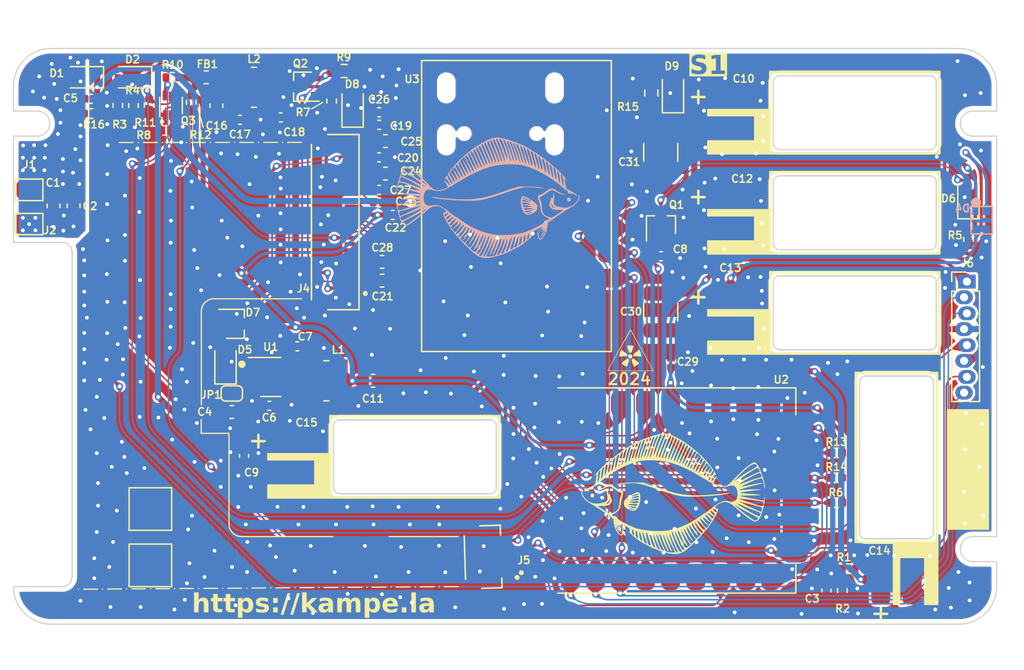
<source format=kicad_pcb>
(kicad_pcb (version 20240108) (generator "pcbnew") (generator_version "8.0")
  (layers (0 "F.Cu" signal) (31 "B.Cu" signal) (34 "B.Paste" user) (35 "F.Paste" user) (36 "B.SilkS" user "B.Silkscreen") (37 "F.SilkS" user "F.Silkscreen") (38 "B.Mask" user) (39 "F.Mask" user) (44 "Edge.Cuts" user))
  (net 0 "")
  (net 1 "/IN_DT")
  (net 2 "GND")
  (net 3 "/V_CHK")
  (net 4 "/HV")
  (net 5 "Net-(U1-SW)")
  (net 6 "Net-(U1-BST)")
  (net 7 "/MCU_OK")
  (net 8 "+3.3")
  (net 9 "Net-(C16-Pad2)")
  (net 10 "Net-(C18-Pad1)")
  (net 11 "Net-(D8-A)")
  (net 12 "/PREVGL")
  (net 13 "/PREVGH")
  (net 14 "Net-(J4-Pin_4)")
  (net 15 "Net-(J4-Pin_18)")
  (net 16 "Net-(J4-Pin_20)")
  (net 17 "Net-(J4-Pin_22)")
  (net 18 "/VCOM")
  (net 19 "Net-(J4-Pin_19)")
  (net 20 "Net-(J4-Pin_5)")
  (net 21 "Net-(D2-K)")
  (net 22 "Net-(D2-A)")
  (net 23 "Net-(D3-A2)")
  (net 24 "Net-(D5-K)")
  (net 25 "Net-(D6-A)")
  (net 26 "Net-(D6-K)")
  (net 27 "Net-(D9-A)")
  (net 28 "/E_RES")
  (net 29 "/D{slash}C")
  (net 30 "/CS")
  (net 31 "/RESE")
  (net 32 "/GDR")
  (net 34 "/SDI")
  (net 35 "/BUSY")
  (net 38 "/SCK")
  (net 39 "/SDA")
  (net 40 "/SCL")
  (net 41 "/INT")
  (net 42 "/T_RES")
  (net 43 "/RES")
  (net 44 "/RES_TC")
  (net 45 "/USB_P")
  (net 46 "/TX")
  (net 49 "/SWDCK")
  (net 51 "/RX")
  (net 53 "/SWDIO")
  (net 54 "/RES_D")
  (net 55 "Net-(D1-A)")
  (footprint "Resistor_SMD:R_0603_1608Metric" (layer "F.Cu") (at 100.93 60.55 90)
    (property "Reference" "R15")
    (property "Value" "2.2")
  )
  (footprint "Diode_SMD:D_SOD-323F" (layer "F.Cu") (at 126.25 69 90)
    (property "Reference" "D6")
    (property "Value" "D3Z5V1BF-7")
  )
  (footprint "Package_TO_SOT_SMD:SOT-563" (layer "F.Cu") (at 62.58 61.55 90)
    (property "Reference" "Q3")
    (property "Value" "SSM6N35AFE")
  )
  (footprint "Diode_SMD:D_SOD-323F" (layer "F.Cu") (at 102.6575 60.5275 90)
    (property "Reference" "D9")
    (property "Value" "BAT54WS")
  )
  (footprint "Capacitor_SMD:C_0603_1608Metric" (layer "F.Cu") (at 79.7 67 180)
    (property "Reference" "C24")
    (property "Value" "4.7x25")
  )
  (footprint "Resistor_SMD:R_0402_1005Metric" (layer "F.Cu") (at 115.7 93.3 180)
    (property "Reference" "R6")
    (property "Value" "470K")
  )
  (footprint "MyLib:SamoKamp_MCU" (layer "F.Cu") (at 94.4675 80.27)
    (property "Reference" "U2")
    (property "Value" "MCU MODULE")
  )
  (footprint "MyLib:TestPoint_Pad_2.4x3.5mm" (layer "F.Cu") (at 60.93 93.8)
    (property "Reference" "J2" (hide yes))
    (property "Value" "E_ANT")
  )
  (footprint "Capacitor_SMD:C_0402_1005Metric" (layer "F.Cu") (at 71.34 62.51 180)
    (property "Reference" "C18")
    (property "Value" "4.7x25")
  )
  (footprint "Resistor_SMD:R_0402_1005Metric" (layer "F.Cu") (at 64.19 61.3 90)
    (property "Reference" "R12")
    (property "Value" "10K")
  )
  (footprint "MyLib:CAP_RADIAL_6.3_2.5_11_HOR" (layer "F.Cu") (at 72.055 80.875)
    (property "Reference" "C15")
    (property "Value" "220x25")
    (fp_line (start 3.5 6.3) (end 3.5 11.2) (stroke (width 0.12)) (layer "Edge.Cuts"))
    (fp_line (start 4 11.7) (end 16 11.7) (stroke (width 0.12)) (layer "Edge.Cuts"))
    (fp_line (start 16 5.8) (end 4 5.8) (stroke (width 0.12)) (layer "Edge.Cuts"))
    (fp_line (start 16.5 11.2) (end 16.5 6.3) (stroke (width 0.12)) (layer "Edge.Cuts"))
    (fp_arc (start 3.5 6.3) (mid 3.646447 5.946447) (end 4 5.8) (stroke (width 0.12)) (layer "Edge.Cuts"))
    (fp_arc (start 4 11.7) (mid 3.646447 11.553553) (end 3.5 11.2) (stroke (width 0.12)) (layer "Edge.Cuts"))
    (fp_arc (start 16 5.8) (mid 16.353553 5.946447) (end 16.5 6.3) (stroke (width 0.12)) (layer "Edge.Cuts"))
    (fp_arc (start 16.5 11.2) (mid 16.353553 11.553553) (end 16 11.7) (stroke (width 0.12)) (layer "Edge.Cuts"))
  )
  (footprint "Inductor_SMD:L_0603_1608Metric" (layer "F.Cu") (at 65.3875 59.3 180)
    (property "Reference" "FB1")
    (property "Value" "BLM18KG102SN1D")
  )
  (footprint "Resistor_SMD:R_0402_1005Metric" (layer "F.Cu") (at 116.18 100.31 -90)
    (property "Reference" "R2")
    (property "Value" "150K")
  )
  (footprint "Diode_SMD:D_SOD-323F" (layer "F.Cu") (at 66.93 82.2 90)
    (property "Reference" "D5")
    (property "Value" "BAT54WS")
  )
  (footprint "Resistor_SMD:R_0402_1005Metric" (layer "F.Cu") (at 62.68 59.3)
    (property "Reference" "R10")
    (property "Value" "10K")
  )
  (footprint "MyLib:SolderJumper_0.8.x1mm" (layer "F.Cu") (at 67.43 84.55)
    (property "Reference" "JP1")
    (property "Value" "SolderJumper_2_Open")
  )
  (footprint "Capacitor_SMD:C_0402_1005Metric" (layer "F.Cu") (at 72.66 80.8 180)
    (property "Reference" "C7")
    (property "Value" "0.1u")
  )
  (footprint "Capacitor_SMD:C_0402_1005Metric" (layer "F.Cu") (at 114.91 100.31 -90)
    (property "Reference" "C3")
    (property "Value" "0.1u")
  )
  (footprint "Capacitor_SMD:C_0402_1005Metric" (layer "F.Cu") (at 68.41 89.55 -90)
    (property "Reference" "C9")
    (property "Value" "0.1u")
  )
  (footprint "Resistor_SMD:R_0402_1005Metric" (layer "F.Cu") (at 116.69 98.57 180)
    (property "Reference" "R1")
    (property "Value" "976K")
  )
  (footprint "Capacitor_SMD:C_0402_1005Metric" (layer "F.Cu") (at 79.2 69.3 180)
    (property "Reference" "C23")
    (property "Value" "1x6.3")
  )
  (footprint "Capacitor_SMD:C_0402_1005Metric" (layer "F.Cu") (at 68.08 62.7 180)
    (property "Reference" "C17")
    (property "Value" "0.1")
  )
  (footprint "Capacitor_SMD:C_1210_3225Metric" (layer "F.Cu") (at 101.68 65.3 90)
    (property "Reference" "C31")
    (property "Value" "47x16")
  )
  (footprint "Resistor_SMD:R_0402_1005Metric" (layer "F.Cu") (at 58.33 61.55 -90)
    (property "Reference" "R3")
    (property "Value" "10K")
  )
  (footprint "Resistor_SMD:R_0402_1005Metric" (layer "F.Cu") (at 60.83 61.55 90)
    (property "Reference" "R11")
    (property "Value" "10K")
  )
  (footprint "Capacitor_SMD:C_0402_1005Metric" (layer "F.Cu") (at 70.43 85.55)
    (property "Reference" "C6")
    (property "Value" "0.1u")
  )
  (footprint "Capacitor_SMD:C_0402_1005Metric" (layer "F.Cu") (at 80.28 70.3 180)
    (property "Reference" "C22")
    (property "Value" "1x6.3")
  )
  (footprint "MyLib:CAP_RADIAL_6.3_2.5_11_HOR" (layer "F.Cu") (at 107.18 61.375)
    (property "Reference" "C12")
    (property "Value" "220x25")
    (fp_line (start 3.5 6.3) (end 3.5 11.2) (stroke (width 0.12)) (layer "Edge.Cuts"))
    (fp_line (start 4 11.7) (end 16 11.7) (stroke (width 0.12)) (layer "Edge.Cuts"))
    (fp_line (start 16 5.8) (end 4 5.8) (stroke (width 0.12)) (layer "Edge.Cuts"))
    (fp_line (start 16.5 11.2) (end 16.5 6.3) (stroke (width 0.12)) (layer "Edge.Cuts"))
    (fp_arc (start 3.5 6.3) (mid 3.646447 5.946447) (end 4 5.8) (stroke (width 0.12)) (layer "Edge.Cuts"))
    (fp_arc (start 4 11.7) (mid 3.646447 11.553553) (end 3.5 11.2) (stroke (width 0.12)) (layer "Edge.Cuts"))
    (fp_arc (start 16 5.8) (mid 16.353553 5.946447) (end 16.5 6.3) (stroke (width 0.12)) (layer "Edge.Cuts"))
    (fp_arc (start 16.5 11.2) (mid 16.353553 11.553553) (end 16 11.7) (stroke (width 0.12)) (layer "Edge.Cuts"))
  )
  (footprint "MyLib:HRS_FH34SRJ-6S-0.5SH(50)" (layer "F.Cu") (at 87.64 97.630754 -88.29)
    (property "Reference" "J5")
    (property "Value" "TOUCH")
  )
  (footprint "MyLib:TestPoint_Pad_2.4x3.5mm" (layer "F.Cu") (at 51.25 68.28)
    (property "Reference" "J1")
    (property "Value" "E_ANT")
  )
  (footprint "Capacitor_SMD:C_0402_1005Metric" (layer "F.Cu") (at 79.2 68.3 180)
    (property "Reference" "C27")
    (property "Value" "1x6.3")
  )
  (footprint "Resistor_SMD:R_0402_1005Metric" (layer "F.Cu") (at 115.69 91.3 180)
    (property "Reference" "R14")
    (property "Value" "10K")
  )
  (footprint "Capacitor_SMD:C_0603_1608Metric" (layer "F.Cu") (at 54.8 69.575 -90)
    (property "Reference" "C2")
    (property "Value" "22")
  )
  (footprint "Resistor_SMD:R_0603_1608Metric" (layer "F.Cu") (at 76.4 58.8)
    (property "Reference" "R9")
    (property "Value" "0.47R")
  )
  (footprint "Capacitor_SMD:C_0603_1608Metric" (layer "F.Cu") (at 67.43 86.05)
    (property "Reference" "C4")
    (property "Value" "10x16")
  )
  (footprint "MyLib:GDEY027T91-T01_bended" (layer "F.Cu") (at 75.69 70.875 -90)
    (property "Reference" "J4")
    (property "Value" "E2154CS0C1")
  )
  (footprint "LOGO" (layer "F.Cu") (at 102.72 92.55)
    (property "Reference" "G***" (hide yes))
    (property "Value" "LOGO" (hide yes))
  )
  (footprint "MyLib:CAP_RADIAL_6.3_2.5_11_HOR" (layer "F.Cu") (at 107.18 69.375)
    (property "Reference" "C13")
    (property "Value" "220x25")
    (fp_line (start 3.5 6.3) (end 3.5 11.2) (stroke (width 0.12)) (layer "Edge.Cuts"))
    (fp_line (start 4 11.7) (end 16 11.7) (stroke (width 0.12)) (layer "Edge.Cuts"))
    (fp_line (start 16 5.8) (end 4 5.8) (stroke (width 0.12)) (layer "Edge.Cuts"))
    (fp_line (start 16.5 11.2) (end 16.5 6.3) (stroke (width 0.12)) (layer "Edge.Cuts"))
    (fp_arc (start 3.5 6.3) (mid 3.646447 5.946447) (end 4 5.8) (stroke (width 0.12)) (layer "Edge.Cuts"))
    (fp_arc (start 4 11.7) (mid 3.646447 11.553553) (end 3.5 11.2) (stroke (width 0.12)) (layer "Edge.Cuts"))
    (fp_arc (start 16 5.8) (mid 16.353553 5.946447) (end 16.5 6.3) (stroke (width 0.12)) (layer "Edge.Cuts"))
    (fp_arc (start 16.5 11.2) (mid 16.353553 11.553553) (end 16 11.7) (stroke (width 0.12)) (layer "Edge.Cuts"))
  )
  (footprint "Package_TO_SOT_SMD:SOT-323_SC-70" (layer "F.Cu") (at 67.7 79)
    (property "Reference" "D7")
    (property "Value" "BAS70-04W")
  )
  (footprint "Capacitor_SMD:C_0603_1608Metric" (layer "F.Cu") (at 66.2 61.575 90)
    (property "Reference" "C16")
    (property "Value" "4.7x25")
  )
  (footprint "Fiducial:Fiducial_0.5mm_Mask1.5mm" (layer "F.Cu") (at 52 101.3)
    (property "Reference" "FID1" (hide yes))
    (property "Value" "Fiducial")
  )
  (footprint "Resistor_SMD:R_0402_1005Metric" (layer "F.Cu") (at 126.25 72.25 90)
    (property "Reference" "R5")
    (property "Value" "100")
  )
  (footprint "MyLib:TestPoint_Pad_2.4x3.5mm" (layer "F.Cu") (at 60.93 98.3)
    (property "Reference" "J3" (hide yes))
    (property "Value" "E_ANT")
  )
  (footprint "Capacitor_SMD:C_0402_1005Metric" (layer "F.Cu") (at 56.19 61.02 180)
    (property "Reference" "C5")
    (property "Value" "1x50")
  )
  (footprint "Resistor_SMD:R_0402_1005Metric" (layer "F.Cu") (at 75.4 61.2 -90)
    (property "Reference" "R7")
    (property "Value" "470K")
  )
  (footprint "MyLib:CAP_RADIAL_6.3_2.5_11_HOR" (layer "F.Cu") (at 111.755 99.675 90)
    (property "Reference" "C14")
    (property "Value" "220x25")
    (fp_line (start 16 5.8) (end 4 5.8) (stroke (width 0.12)) (layer "Edge.Cuts"))
    (fp_line (start 3.5 6.3) (end 3.5 11.2) (stroke (width 0.12)) (layer "Edge.Cuts"))
    (fp_line (start 16.5 11.2) (end 16.5 6.3) (stroke (width 0.12)) (layer "Edge.Cuts"))
    (fp_line (start 4 11.7) (end 16 11.7) (stroke (width 0.12)) (layer "Edge.Cuts"))
    (fp_arc (start 16 5.8) (mid 16.353553 5.946447) (end 16.5 6.3) (stroke (width 0.12)) (layer "Edge.Cuts"))
    (fp_arc (start 3.5 6.3) (mid 3.646447 5.946447) (end 4 5.8) (stroke (width 0.12)) (layer "Edge.Cuts"))
    (fp_arc (start 16.5 11.2) (mid 16.353553 11.553553) (end 16 11.7) (stroke (width 0.12)) (layer "Edge.Cuts"))
    (fp_arc (start 4 11.7) (mid 3.646447 11.553553) (end 3.5 11.2) (stroke (width 0.12)) (layer "Edge.Cuts"))
  )
  (footprint "Package_TO_SOT_SMD:SOT-323_SC-70" (layer "F.Cu") (at 73.1 60.05 180)
    (property "Reference" "Q2")
    (property "Value" "PMF250XNEX")
  )
  (footprint "Diode_SMD:D_SOD-323F" (layer "F.Cu") (at 77.0775 61.6775 90)
    (property "Reference" "D8")
    (property "Value" "BAT54WS")
  )
  (footprint "Resistor_SMD:R_0402_1005Metric" (layer "F.Cu") (at 59.58 61.56 -90)
    (property "Reference" "R4")
    (property "Value" "10K")
  )
  (footprint "Fiducial:Fiducial_0.5mm_Mask1.5mm" (layer "F.Cu") (at 126.555 59)
    (property "Reference" "FID4" (hide yes))
    (property "Value" "Fiducial")
  )
  (footprint "Package_TO_SOT_SMD:TSOT-23-6" (layer "F.Cu") (at 70.5425 83.25)
    (property "Reference" "U1")
    (property "Value" "AP63203WU")
  )
  (footprint "MyLib:SamoKamp_Prog" (layer "F.Cu") (at 112.7364 58.7134 -90)
    (property "Reference" "U3")
    (property "Value" "PROG MODULE")
  )
  (footprint "Capacitor_SMD:C_0402_1005Metric" (layer "F.Cu") (at 79.2 63.1)
    (property "Reference" "C19")
    (property "Value" "1x50")
  )
  (footprint "Capacitor_SMD:C_0402_1005Metric" (layer "F.Cu") (at 79.2 62.1 180)
    (property "Reference" "C26")
    (property "Value" "1x50")
  )
  (footprint "Capacitor_SMD:C_0603_1608Metric" (layer "F.Cu") (at 79.43 74.05 180)
    (property "Reference" "C28")
    (property "Value" "4.7x25")
  )
  (footprint "Inductor_SMD:L_Wuerth_MAPI-3015" (layer "F.Cu") (at 69.2 60.1)
    (property "Reference" "L2")
    (property "Value" "NR3015T100M")
  )
  (footprint "Capacitor_SMD:C_0603_1608Metric" (layer "F.Cu") (at 53.2 69.575 -90)
    (property "Reference" "C1")
    (property "Value" "15p")
  )
  (footprint "Capacitor_SMD:C_0402_1005Metric" (layer "F.Cu") (at 101.7 73.6 180)
    (property "Reference" "C8")
    (property "Value" "4.7x25")
  )
  (footprint "MyLib:PinHeader_1x08_P1.27mm_Vertical_Prog" (layer "F.Cu") (at 126.025 75.625001)
    (property "Reference" "J6")
    (property "Value" "Conn_01x08")
  )
  (footprint "Capacitor_SMD:C_0603_1608Metric" (layer "F.Cu") (at 78.705 83.55 180)
    (property "Reference" "C11")
    (property "Value" "22x6.3")
  )
  (footprint "Resistor_SMD:R_0402_1005Metric" (layer "F.Cu") (at 115.69 89.31 180)
    (property "Reference" "R13")
    (property "Value" "10K")
  )
  (footprint "Capacitor_SMD:C_0402_1005Metric" (layer "F.Cu") (at 79.2 65.7)
    (property "Reference" "C20")
    (property "Value" "1x50")
  )
  (footprint "Diode_SMD:D_SOD-323F" (layer "F.Cu") (at 59.43 59.3 180)
    (property "Reference" "D2")
    (property "Value" " D3Z13BF-7")
  )
  (footprint "Package_TO_SOT_SMD:SOT-323_SC-70" (layer "F.Cu") (at 101.7 71.1 90)
    (property "Reference" "Q1")
    (property "Value" "NX138BKWX")
  )
  (footprint "Capacitor_SMD:C_0603_1608Metric" (layer "F.Cu") (at 79.7 64.4 180)
    (property "Reference" "C25")
    (property "Value" "4.7x25")
  )
  (footprint "MyLib:TestPoint_Pad_2.4x3.5mm" (layer "F.Cu") (at 51.25 71.03)
    (property "Reference" "J2")
    (property "Value" "E_ANT")
  )
  (footprint "Capacitor_SMD:C_0402_1005Metric" (layer "F.Cu") (at 102.5 82 90)
    (property "Reference" "C29")
    (property "Value" "1x6.3")
  )
  (footprint "Resistor_SMD:R_0402_1005Metric" (layer "F.Cu") (at 56.18 62.2)
    (property "Reference" "R16")
    (property "Value" "10K")
  )
  (footprint "Capacitor_SMD:C_1210_3225Metric" (layer "F.Cu") (at 101.68 78.05 90)
    (property "Reference" "C30")
    (property "Value" "47x16")
  )
  (footprint "Capacitor_SMD:C_0603_1608Metric" (layer "F.Cu") (at 79.43 75.55 180)
    (property "Reference" "C21")
    (property "Value" "4.7x25")
  )
  (footprint "Resistor_SMD:R_0402_1005Metric" (layer "F.Cu") (at 62.08 63.55)
    (property "Reference" "R8")
    (property "Value" "10K")
  )
  (footprint "Diode_SMD:D_SOD-323F" (layer "F.Cu") (at 55.58 59.3 180)
    (property "Reference" "D1")
    (property "Value" "BAS70WS")
  )
  (footprint "MyLib:CAP_RADIAL_6.3_2.5_11_HOR" (layer "F.Cu") (at 107.18 53.375)
    (property "Reference" "C10")
    (property "Value" "220x25")
    (fp_line (start 3.5 6.3) (end 3.5 11.2) (stroke (width 0.12)) (layer "Edge.Cuts"))
    (fp_line (start 4 11.7) (end 16 11.7) (stroke (width 0.12)) (layer "Edge.Cuts"))
    (fp_line (start 16 5.8) (end 4 5.8) (stroke (width 0.12)) (layer "Edge.Cuts"))
    (fp_line (start 16.5 11.2) (end 16.5 6.3) (stroke (width 0.12)) (layer "Edge.Cuts"))
    (fp_arc (start 3.5 6.3) (mid 3.646447 5.946447) (end 4 5.8) (stroke (width 0.12)) (layer "Edge.Cuts"))
    (fp_arc (start 4 11.7) (mid 3.646447 11.553553) (end 3.5 11.2) (stroke (width 0.12)) (layer "Edge.Cuts"))
    (fp_arc (start 16 5.8) (mid 16.353553 5.946447) (end 16.5 6.3) (stroke (width 0.12)) (layer "Edge.Cuts"))
    (fp_arc (start 16.5 11.2) (mid 16.353553 11.553553) (end 16 11.7) (stroke (width 0.12)) (layer "Edge.Cuts"))
  )
  (footprint "Inductor_SMD:L_Wuerth_MAPI-3015" (layer "F.Cu") (at 74.98 83.55)
    (property "Reference" "L1")
    (property "Value" "3.3uH")
  )
  (footprint "MyLib:LED_DUAL_0603" (layer "B.Cu") (at 126.85 70.020002 -90)
    (property "Reference" "D4")
    (property "Value" "SB0603WC01-RG")
  )
  (footprint "LOGO" (layer "B.Cu") (at 87.84 68.9 180)
    (property "Reference" "G***" (hide yes))
    (property "Value" "LOGO" (hide yes))
  )
  (gr_circle (center 126.850001 69.320002) (end 126.7 69.38) (stroke (width 0.1)) (fill solid) (layer "B.SilkS"))
  (gr_line (start 73.8 61.83) (end 74.678883 61.306812) (stroke (width 0.1)) (layer "F.SilkS"))
  (gr_line (start 73 64.5) (end 58.36 64.51) (stroke (width 0.1) (type dash_dot)) (layer "F.SilkS"))
  (gr_line (start 65.14 63.29) (end 64.72 61.74) (stroke (width 0.1)) (layer "F.SilkS"))
  (gr_line (start 67.207108 87.75) (end 64.99 87.75) (stroke (width 0.1)) (layer "F.SilkS"))
  (gr_circle (center 68.24 82.23) (end 68.47 82.32) (stroke (width 0.1)) (fill solid) (layer "F.SilkS"))
  (gr_line (start 64.99 87.77) (end 64.99 86.65) (stroke (width 0.1)) (layer "F.SilkS"))
  (gr_line (start 75.5 96) (end 68.21 96) (stroke (width 0.1)) (layer "F.SilkS"))
  (gr_circle (center 61.86 62.85) (end 61.99 62.85) (stroke (width 0.1)) (fill solid) (layer "F.SilkS"))
  (gr_rect (start 124.58 85.87) (end 127.84 95.41) (stroke (width 0.1)) (fill solid) (layer "F.SilkS"))
  (gr_poly (pts (xy 99.242665 81.437724) (xy 99.264514 81.439432) (xy 99.286198 81.442669) (xy 99.307344 81.44739) (xy 99.32758 81.453547) (xy 99.337241 81.45715) (xy 99.346535 81.461095) (xy 99.355416 81.465375) (xy 99.363836 81.469986) (xy 99.371751 81.47492) (xy 99.379112 81.480174) (xy 99.385874 81.485739) (xy 99.39199 81.491612) (xy 99.397413 81.497786) (xy 99.402098 81.504255) (xy 99.407061 81.513014) (xy 99.411374 81.52207) (xy 99.415051 81.531392) (xy 99.418104 81.540945) (xy 99.420543 81.550697) (xy 99.422383 81.560616) (xy 99.423635 81.570667) (xy 99.424312 81.580819) (xy 99.424425 81.591037) (xy 99.423987 81.60129) (xy 99.42301 81.611544) (xy 99.421507 81.621767) (xy 99.41949 81.631925) (xy 99.416971 81.641985) (xy 99.413962 81.651915) (xy 99.410476 81.661682) (xy 99.406525 81.671252) (xy 99.402121 81.680593) (xy 99.397276 81.689671) (xy 99.392003 81.698455) (xy 99.386315 81.70691) (xy 99.380222 81.715004) (xy 99.373738 81.722704) (xy 99.366875 81.729977) (xy 99.359645 81.73679) (xy 99.35206 81.743111) (xy 99.344133 81.748905) (xy 99.335876 81.754141) (xy 99.327301 81.758785) (xy 99.318421 81.762805) (xy 99.309247 81.766167) (xy 99.299792 81.768838) (xy 99.284658 81.772043) (xy 99.26971 81.773765) (xy 99.254992 81.774073) (xy 99.240543 81.773034) (xy 99.226408 81.770716) (xy 99.212627 81.767187) (xy 99.199243 81.762515) (xy 99.186297 81.756767) (xy 99.173832 81.750011) (xy 99.161889 81.742315) (xy 99.150511 81.733748) (xy 99.13974 81.724376) (xy 99.129617 81.714268) (xy 99.120185 81.703491) (xy 99.111485 81.692113) (xy 99.103559 81.680203) (xy 99.096451 81.667827) (xy 99.0902 81.655054) (xy 99.08485 81.641952) (xy 99.080443 81.628588) (xy 99.07702 81.615031) (xy 99.074623 81.601347) (xy 99.073295 81.587605) (xy 99.073077 81.573873) (xy 99.074012 81.560219) (xy 99.076141 81.54671) (xy 99.079506 81.533413) (xy 99.08415 81.520398) (xy 99.090114 81.507732) (xy 99.09744 81.495483) (xy 99.106171 81.483718) (xy 99.116348 81.472505) (xy 99.122314 81.467119) (xy 99.128936 81.462203) (xy 99.136168 81.457751) (xy 99.143964 81.453756) (xy 99.152276 81.450214) (xy 99.161058 81.447119) (xy 99.170264 81.444463) (xy 99.179848 81.442243) (xy 99.189762 81.440451) (xy 99.19996 81.439083) (xy 99.221023 81.437592)) (fill solid) (layer "F.SilkS"))
  (gr_line (start 65 85.47) (end 65 78) (stroke (width 0.1)) (layer "F.SilkS"))
  (gr_line (start 85.5 96) (end 80 96) (stroke (width 0.1)) (layer "F.SilkS"))
  (gr_poly (pts (xy 99.46643 81.786205) (xy 99.478841 81.788434) (xy 99.492595 81.792606) (xy 99.507931 81.798824) (xy 99.525086 81.807192) (xy 99.544297 81.817814) (xy 99.565803 81.830791) (xy 99.589842 81.846229) (xy 99.61665 81.864229) (xy 99.646465 81.884897) (xy 99.71607 81.934644) (xy 99.740814 81.952525) (xy 99.764701 81.970369) (xy 99.787616 81.988059) (xy 99.809446 82.005475) (xy 99.830077 82.022498) (xy 99.849395 82.039009) (xy 99.867287 82.05489) (xy 99.883639 82.070022) (xy 99.898338 82.084286) (xy 99.911269 82.097562) (xy 99.922319 82.109733) (xy 99.931375 82.120679) (xy 99.938322 82.130281) (xy 99.940969 82.134541) (xy 99.943047 82.138421) (xy 99.94454 82.141905) (xy 99.945436 82.14498) (xy 99.945719 82.147629) (xy 99.945375 82.149838) (xy 99.942631 82.156194) (xy 99.938424 82.163313) (xy 99.92598 82.17959) (xy 99.90875 82.198161) (xy 99.887443 82.21852) (xy 99.862766 82.24016) (xy 99.835429 82.262575) (xy 99.806138 82.28526) (xy 99.775601 82.307706) (xy 99.744527 82.329409) (xy 99.713624 82.34986) (xy 99.683599 82.368555) (xy 99.655161 82.384987) (xy 99.629017 82.398648) (xy 99.605875 82.409033) (xy 99.586444 82.415636) (xy 99.578341 82.41736) (xy 99.571431 82.417949) (xy 99.56353 82.417154) (xy 99.55568 82.414732) (xy 99.547851 82.410624) (xy 99.540012 82.404775) (xy 99.532131 82.397128) (xy 99.524178 82.387626) (xy 99.516122 82.376211) (xy 99.507931 82.362828) (xy 99.499575 82.347419) (xy 99.491022 82.329927) (xy 99.482243 82.310296) (xy 99.473204 82.288469) (xy 99.463877 82.264388) (xy 99.454229 82.237998) (xy 99.433848 82.17806) (xy 99.417682 82.12677) (xy 99.403572 82.081101) (xy 99.391509 82.040642) (xy 99.386242 82.022237) (xy 99.381482 82.004979) (xy 99.377229 81.988816) (xy 99.373481 81.973697) (xy 99.370237 81.959571) (xy 99.367495 81.946385) (xy 99.365255 81.934087) (xy 99.363514 81.922627) (xy 99.362272 81.911953) (xy 99.361528 81.902012) (xy 99.36128 81.892753) (xy 99.361526 81.884125) (xy 99.362266 81.876075) (xy 99.363499 81.868553) (xy 99.365222 81.861506) (xy 99.367435 81.854883) (xy 99.370136 81.848632) (xy 99.373324 81.842701) (xy 99.376998 81.837039) (xy 99.381157 81.831594) (xy 99.385798 81.826314) (xy 99.390922 81.821148) (xy 99.396526 81.816045) (xy 99.402609 81.810951) (xy 99.409171 81.805816) (xy 99.416209 81.800588) (xy 99.425467 81.794652) (xy 99.434881 81.790143) (xy 99.444688 81.787163) (xy 99.455124 81.785816)) (fill solid) (layer "F.SilkS"))
  (gr_poly (pts (xy 99.962985 81.080993) (xy 99.96685 81.082489) (xy 99.971053 81.085344) (xy 99.975568 81.089493) (xy 99.985423 81.101416) (xy 99.996197 81.117743) (xy 100.007675 81.137955) (xy 100.019638 81.161537) (xy 100.03187 81.187971) (xy 100.044153 81.216741) (xy 100.056271 81.24733) (xy 100.068007 81.279221) (xy 100.079143 81.311898) (xy 100.089463 81.344843) (xy 100.098749 81.377541) (xy 100.106785 81.409473) (xy 100.113353 81.440124) (xy 100.118236 81.468977) (xy 100.142931 81.610088) (xy 99.832486 81.599505) (xy 99.783028 81.597546) (xy 99.738938 81.595577) (xy 99.699882 81.593505) (xy 99.665523 81.591237) (xy 99.65 81.59) (xy 99.635526 81.588679) (xy 99.622058 81.587262) (xy 99.609554 81.585738) (xy 99.597973 81.584096) (xy 99.587272 81.582322) (xy 99.57741 81.580407) (xy 99.568344 81.578338) (xy 99.560033 81.576104) (xy 99.552434 81.573692) (xy 99.545505 81.571092) (xy 99.539205 81.568292) (xy 99.533492 81.56528) (xy 99.528323 81.562044) (xy 99.523657 81.558574) (xy 99.519451 81.554856) (xy 99.515664 81.55088) (xy 99.512254 81.546635) (xy 99.509178 81.542107) (xy 99.506394 81.537286) (xy 99.503862 81.532161) (xy 99.501538 81.526718) (xy 99.49938 81.520948) (xy 99.497348 81.514838) (xy 99.493406 81.503187) (xy 99.490947 81.491914) (xy 99.490131 81.480817) (xy 99.49039 81.475271) (xy 99.491119 81.469693) (xy 99.492339 81.464059) (xy 99.494071 81.458343) (xy 99.499146 81.446563) (xy 99.506506 81.434153) (xy 99.51631 81.420911) (xy 99.528718 81.406635) (xy 99.543891 81.391125) (xy 99.561989 81.374177) (xy 99.583172 81.355592) (xy 99.6076 81.335167) (xy 99.635434 81.3127) (xy 99.701959 81.260838) (xy 99.750066 81.224747) (xy 99.795775 81.191054) (xy 99.838012 81.160503) (xy 99.875702 81.133838) (xy 99.907769 81.111803) (xy 99.933138 81.095143) (xy 99.942976 81.08906) (xy 99.950736 81.084601) (xy 99.956284 81.081857) (xy 99.958187 81.081157) (xy 99.959486 81.080921)) (fill solid) (layer "F.SilkS"))
  (gr_poly (pts (xy 98.536807 81.07833) (xy 98.541706 81.08108) (xy 98.558077 81.09167) (xy 98.582385 81.108461) (xy 98.613639 81.130751) (xy 98.693014 81.189015) (xy 98.788264 81.260838) (xy 98.825253 81.287991) (xy 98.858282 81.3127) (xy 98.88753 81.335167) (xy 98.91317 81.355592) (xy 98.935379 81.374177) (xy 98.945251 81.382843) (xy 98.954332 81.391125) (xy 98.962642 81.399047) (xy 98.970205 81.406635) (xy 98.977042 81.413915) (xy 98.983174 81.420911) (xy 98.988624 81.427649) (xy 98.993415 81.434153) (xy 98.997567 81.440449) (xy 99.001102 81.446563) (xy 99.004044 81.452519) (xy 99.006413 81.458343) (xy 99.008232 81.464059) (xy 99.009522 81.469693) (xy 99.010306 81.475271) (xy 99.010606 81.480817) (xy 99.010443 81.486356) (xy 99.009839 81.491914) (xy 99.008817 81.497516) (xy 99.007398 81.503187) (xy 99.005605 81.508953) (xy 99.003459 81.514838) (xy 98.999269 81.526718) (xy 98.994412 81.537286) (xy 98.988553 81.546635) (xy 98.981355 81.554856) (xy 98.972483 81.562044) (xy 98.961601 81.568292) (xy 98.948373 81.573692) (xy 98.932462 81.578338) (xy 98.913534 81.582322) (xy 98.891252 81.585738) (xy 98.86528 81.588679) (xy 98.835283 81.591237) (xy 98.761868 81.595577) (xy 98.66832 81.599505) (xy 98.357875 81.610088) (xy 98.38257 81.468977) (xy 98.384876 81.453331) (xy 98.387793 81.43691) (xy 98.391267 81.419848) (xy 98.395248 81.40228) (xy 98.404522 81.366162) (xy 98.415202 81.32963) (xy 98.426874 81.293759) (xy 98.439124 81.259625) (xy 98.451541 81.228303) (xy 98.463709 81.200866) (xy 98.475567 81.176316) (xy 98.487135 81.153296) (xy 98.498125 81.132343) (xy 98.503313 81.122809) (xy 98.508247 81.113994) (xy 98.512892 81.105965) (xy 98.517211 81.098788) (xy 98.521169 81.092531) (xy 98.524728 81.08726) (xy 98.527854 81.083044) (xy 98.530509 81.07995) (xy 98.531649 81.078844) (xy 98.532658 81.078044) (xy 98.533531 81.077558) (xy 98.534264 81.077394)) (fill solid) (layer "F.SilkS"))
  (gr_arc (start 65 78) (mid 65.292893 77.292893) (end 66 77) (stroke (width 0.1)) (layer "F.SilkS"))
  (gr_poly (pts (xy 99.048394 81.784992) (xy 99.053902 81.785573) (xy 99.059255 81.786554) (xy 99.064478 81.787924) (xy 99.069599 81.789671) (xy 99.074641 81.791784) (xy 99.079632 81.794251) (xy 99.084598 81.79706) (xy 99.098236 81.806261) (xy 99.110029 81.815602) (xy 99.119952 81.825469) (xy 99.127978 81.836252) (xy 99.134082 81.848336) (xy 99.138238 81.862111) (xy 99.140419 81.877962) (xy 99.140601 81.896279) (xy 99.138757 81.917448) (xy 99.134862 81.941858) (xy 99.128889 81.969895) (xy 99.120812 82.001947) (xy 99.110607 82.038402) (xy 99.098247 82.079648) (xy 99.066959 82.17806) (xy 99.051067 82.226) (xy 99.036235 82.268053) (xy 99.022117 82.30437) (xy 99.015216 82.320425) (xy 99.008365 82.335102) (xy 99.001518 82.348419) (xy 98.994633 82.360396) (xy 98.987667 82.371052) (xy 98.980576 82.380405) (xy 98.973318 82.388473) (xy 98.965848 82.395276) (xy 98.958123 82.400833) (xy 98.950101 82.405161) (xy 98.941738 82.40828) (xy 98.93299 82.410209) (xy 98.923815 82.410966) (xy 98.914169 82.41057) (xy 98.904008 82.40904) (xy 98.893291 82.406394) (xy 98.881972 82.402651) (xy 98.870009 82.39783) (xy 98.85736 82.39195) (xy 98.843979 82.385029) (xy 98.814854 82.36814) (xy 98.782286 82.347314) (xy 98.745931 82.322699) (xy 98.705672 82.294389) (xy 98.670911 82.268694) (xy 98.641689 82.245169) (xy 98.629169 82.234082) (xy 98.618049 82.22337) (xy 98.608335 82.212979) (xy 98.600031 82.202853) (xy 98.593144 82.192936) (xy 98.587677 82.183173) (xy 98.583637 82.173508) (xy 98.581028 82.163886) (xy 98.579856 82.15425) (xy 98.580125 82.144547) (xy 98.581842 82.134719) (xy 98.58501 82.124711) (xy 98.589636 82.114469) (xy 98.595725 82.103936) (xy 98.603281 82.093056) (xy 98.612309 82.081775) (xy 98.622816 82.070037) (xy 98.634806 82.057785) (xy 98.648284 82.044965) (xy 98.663255 82.031522) (xy 98.6977 82.00254) (xy 98.738179 81.970395) (xy 98.784736 81.934644) (xy 98.819497 81.908914) (xy 98.851158 81.885903) (xy 98.879924 81.865516) (xy 98.906004 81.847662) (xy 98.929603 81.832247) (xy 98.950928 81.819178) (xy 98.960802 81.813494) (xy 98.970186 81.808362) (xy 98.979104 81.80377) (xy 98.987584 81.799706) (xy 98.99565 81.796159) (xy 99.003328 81.793117) (xy 99.010644 81.790569) (xy 99.017625 81.788503) (xy 99.024296 81.786906) (xy 99.030682 81.785769) (xy 99.03681 81.785078) (xy 99.042705 81.784823)) (fill solid) (layer "F.SilkS"))
  (gr_poly (pts (xy 100.202462 81.095915) (xy 101.120126 82.756616) (xy 100.973557 82.761797) (xy 100.574643 82.766317) (xy 99.264514 82.770727) (xy 98.538233 82.768246) (xy 97.952181 82.761467) (xy 97.729104 82.756774) (xy 97.561921 82.751379) (xy 97.457575 82.745406) (xy 97.431138 82.74224) (xy 97.424733 82.74062) (xy 97.423014 82.738977) (xy 97.442473 82.703699) (xy 97.49357 82.703699) (xy 97.52727 82.710128) (xy 97.628893 82.716101) (xy 98.007302 82.726189) (xy 98.571582 82.732969) (xy 99.264514 82.735449) (xy 99.957171 82.734237) (xy 100.524813 82.731039) (xy 100.908569 82.726519) (xy 101.013093 82.72397) (xy 101.04957 82.721338) (xy 100.791601 82.25038) (xy 100.171153 81.133838) (xy 99.545855 80.013769) (xy 99.351606 79.669369) (xy 99.296816 79.57423) (xy 99.275098 79.539283) (xy 98.998222 80.012391) (xy 98.39624 81.075189) (xy 97.788305 82.161138) (xy 97.49357 82.703699) (xy 97.442473 82.703699) (xy 98.347292 81.063282) (xy 98.704039 80.426078) (xy 98.997285 79.905289) (xy 99.196604 79.555157) (xy 99.251533 79.461037) (xy 99.27157 79.429921)) (fill solid) (layer "F.SilkS"))
  (gr_line (start 85.5 100) (end 55.2 100.21) (stroke (width 0.1) (type dash_dot)) (layer "F.SilkS"))
  (gr_line (start 67.207108 92.66) (end 67.207108 87.77) (stroke (width 0.1)) (layer "F.SilkS"))
  (gr_line (start 66 77) (end 73 77) (stroke (width 0.1)) (layer "F.SilkS"))
  (gr_poly (pts (xy 99.31719 80.728419) (xy 99.384183 80.731892) (xy 99.413223 80.734496) (xy 99.438195 80.73768) (xy 99.458279 80.741442) (xy 99.472653 80.745783) (xy 99.480628 80.748879) (xy 99.487336 80.753024) (xy 99.492753 80.758441) (xy 99.496852 80.765351) (xy 99.499607 80.773976) (xy 99.500993 80.78454) (xy 99.500983 80.797263) (xy 99.499552 80.812369) (xy 99.496675 80.83008) (xy 99.492325 80.850617) (xy 99.486476 80.874203) (xy 99.479102 80.90106) (xy 99.459679 80.965476) (xy 99.433848 81.045644) (xy 99.418726 81.090631) (xy 99.404985 81.130545) (xy 99.392432 81.165683) (xy 99.380876 81.196346) (xy 99.375412 81.210093) (xy 99.370126 81.222834) (xy 99.364994 81.234605) (xy 99.359992 81.245445) (xy 99.355095 81.255392) (xy 99.350281 81.264481) (xy 99.345525 81.272752) (xy 99.340803 81.280241) (xy 99.336091 81.286986) (xy 99.331366 81.293024) (xy 99.326603 81.298393) (xy 99.321779 81.30313) (xy 99.316869 81.307273) (xy 99.311851 81.310859) (xy 99.306699 81.313926) (xy 99.301391 81.316511) (xy 99.295901 81.318651) (xy 99.290207 81.320385) (xy 99.284284 81.321749) (xy 99.278109 81.322781) (xy 99.271657 81.323518) (xy 99.264904 81.323999) (xy 99.250403 81.324338) (xy 99.235321 81.323998) (xy 99.221692 81.322774) (xy 99.209313 81.320362) (xy 99.197983 81.316456) (xy 99.1875 81.310751) (xy 99.177663 81.302944) (xy 99.168271 81.292728) (xy 99.159122 81.2798) (xy 99.150014 81.263853) (xy 99.140746 81.244584) (xy 99.131116 81.221687) (xy 99.120923 81.194858) (xy 99.09804 81.128181) (xy 99.070487 81.042116) (xy 99.059738 81.008673) (xy 99.049981 80.977148) (xy 99.041217 80.947556) (xy 99.033445 80.919911) (xy 99.026665 80.894231) (xy 99.020877 80.870529) (xy 99.016082 80.848823) (xy 99.012278 80.829126) (xy 99.009467 80.811456) (xy 99.007648 80.795826) (xy 99.006821 80.782253) (xy 99.00678 80.776243) (xy 99.006987 80.770753) (xy 99.007441 80.765784) (xy 99.008144 80.76134) (xy 99.009095 80.757421) (xy 99.010294 80.75403) (xy 99.011741 80.751169) (xy 99.013436 80.748839) (xy 99.015379 80.747043) (xy 99.01757 80.745783) (xy 99.031324 80.741442) (xy 99.05087 80.73768) (xy 99.075388 80.734496) (xy 99.104055 80.731892) (xy 99.170553 80.728419) (xy 99.243789 80.727262)) (fill solid) (layer "F.SilkS"))
  (gr_arc (start 68.207107 96) (mid 67.499997 95.70711) (end 67.207108 95) (stroke (width 0.1)) (layer "F.SilkS"))
  (gr_line (start 67.207108 95) (end 67.207108 92.66) (stroke (width 0.1)) (layer "F.SilkS"))
  (gr_arc (start 126.6 98) (mid 125.6 97) (end 126.6 96) (stroke (width 0.1)) (layer "Edge.Cuts"))
  (gr_line (start 50 64) (end 50 72.5) (stroke (width 0.1)) (layer "Edge.Cuts"))
  (gr_line (start 53.88 72.5) (end 50 72.5) (stroke (width 0.1)) (layer "Edge.Cuts"))
  (gr_line (start 125.5 103) (end 53 103) (stroke (width 0.1)) (layer "Edge.Cuts"))
  (gr_line (start 54.68 73.300001) (end 54.68 99.2) (stroke (width 0.1)) (layer "Edge.Cuts"))
  (gr_arc (start 125.5 57) (mid 127.62132 57.87868) (end 128.5 60) (stroke (width 0.1)) (layer "Edge.Cuts"))
  (gr_line (start 53 57) (end 125.5 57) (stroke (width 0.1)) (layer "Edge.Cuts"))
  (gr_arc (start 50 60) (mid 50.87868 57.87868) (end 53 57) (stroke (width 0.1)) (layer "Edge.Cuts"))
  (gr_arc (start 53 103) (mid 50.87868 102.12132) (end 50 100) (stroke (width 0.1)) (layer "Edge.Cuts"))
  (gr_line (start 51.9 62) (end 50 62) (stroke (width 0.1)) (layer "Edge.Cuts"))
  (gr_arc (start 53.88 72.5) (mid 54.445685 72.734315) (end 54.68 73.3) (stroke (width 0.1)) (layer "Edge.Cuts"))
  (gr_line (start 126.6 96) (end 128.5 96) (stroke (width 0.1)) (layer "Edge.Cuts"))
  (gr_line (start 126.6 98) (end 128.5 98) (stroke (width 0.1)) (layer "Edge.Cuts"))
  (gr_arc (start 51.9 62) (mid 52.9 63) (end 51.9 64) (stroke (width 0.1)) (layer "Edge.Cuts"))
  (gr_line (start 128.5 100) (end 128.5 98) (stroke (width 0.1)) (layer "Edge.Cuts"))
  (gr_line (start 126.6 64) (end 128.5 64) (stroke (width 0.1)) (layer "Edge.Cuts"))
  (gr_line (start 128.5 62) (end 128.5 60) (stroke (width 0.1)) (layer "Edge.Cuts"))
  (gr_arc (start 126.6 64) (mid 125.6 63) (end 126.6 62) (stroke (width 0.1)) (layer "Edge.Cuts"))
  (gr_arc (start 54.68 99.2) (mid 54.445685 99.765685) (end 53.88 100) (stroke (width 0.1)) (layer "Edge.Cuts"))
  (gr_line (start 50 60) (end 50 62) (stroke (width 0.1)) (layer "Edge.Cuts"))
  (gr_arc (start 128.5 100) (mid 127.62132 102.12132) (end 125.5 103) (stroke (width 0.1)) (layer "Edge.Cuts"))
  (gr_line (start 50 100) (end 53.88 100) (stroke (width 0.1)) (layer "Edge.Cuts"))
  (gr_line (start 51.9 64) (end 50 64) (stroke (width 0.1)) (layer "Edge.Cuts"))
  (gr_line (start 126.6 62) (end 128.5 62) (stroke (width 0.1)) (layer "Edge.Cuts"))
  (gr_line (start 128.5 96) (end 128.5 64) (stroke (width 0.1)) (layer "Edge.Cuts"))
  (gr_text "S1" (at 103.98 59.29 0) (layer "F.SilkS" knockout) (effects (font (size 1.5 1.5) (thickness 0.2) (bold yes)) (justify left bottom)))
  (gr_text "2024" (at 99.17 83.41 0) (layer "F.SilkS") (effects (font (size 0.9 0.9) (thickness 0.15) (bold yes))))
  (gr_text "https://kampe.la" (at 64.24 102.31 0) (layer "F.SilkS") (effects (font (size 1.5 1.5) (thickness 0.3) (bold yes)) (justify left bottom)))
  (segment (start 114.26 87.32) (end 112.417501 87.32) (width 0.125) (layer "F.Cu") (net 1))
  (segment (start 57.275787 82.795787) (end 58.48 84) (width 0.125) (layer "F.Cu") (net 1))
  (segment (start 56.69 62.2) (end 56.69 81.381573) (width 0.125) (layer "F.Cu") (net 1))
  (segment (start 114.28 87.3) (end 114.26 87.32) (width 0.125) (layer "F.Cu") (net 1))
  (via (at 58.48 84) (size 0.55) (drill 0.3) (layers "F.Cu" "B.Cu") (net 1))
  (via (at 114.28 87.3) (size 0.55) (drill 0.3) (layers "F.Cu" "B.Cu") (net 1))
  (arc (start 56.69 81.381573) (mid 56.842241 82.14694) (end 57.275787 82.795787) (width 0.125) (layer "F.Cu") (net 1))
  (segment (start 58.48 86.556574) (end 58.48 84) (width 0.125) (layer "B.Cu") (net 1))
  (segment (start 114.28 87.3) (end 114.354214 87.374214) (width 0.125) (layer "B.Cu") (net 1))
  (segment (start 114.94 88.788427) (end 114.94 96.221573) (width 0.125) (layer "B.Cu") (net 1))
  (segment (start 114.354213 97.635787) (end 112.575786 99.414214) (width 0.125) (layer "B.Cu") (net 1))
  (segment (start 70.509212 99.414213) (end 59.065786 87.970787) (width 0.125) (layer "B.Cu") (net 1))
  (segment (start 111.161573 100) (end 71.923426 100) (width 0.125) (layer "B.Cu") (net 1))
  (arc (start 59.065786 87.970787) (mid 58.632241 87.321941) (end 58.48 86.556574) (width 0.125) (layer "B.Cu") (net 1))
  (arc (start 112.575786 99.414214) (mid 111.92694 99.847759) (end 111.161573 100) (width 0.125) (layer "B.Cu") (net 1))
  (arc (start 114.354214 87.374214) (mid 114.787759 88.02306) (end 114.94 88.788427) (width 0.125) (layer "B.Cu") (net 1))
  (arc (start 114.354213 97.635787) (mid 114.787759 96.98694) (end 114.94 96.221573) (width 0.125) (layer "B.Cu") (net 1))
  (arc (start 70.509212 99.414213) (mid 71.158059 99.847759) (end 71.923426 100) (width 0.125) (layer "B.Cu") (net 1))
  (segment (start 91.66 99.21) (end 90.777107 99.21) (width 0.125) (layer "F.Cu") (net 2))
  (segment (start 63.08 60.8) (end 63.08 61.305736) (width 0.125) (layer "F.Cu") (net 2))
  (segment (start 62.18463 61.797868) (end 62.167868 61.81463) (width 0.125) (layer "F.Cu") (net 2))
  (segment (start 62.992132 61.517868) (end 62.887868 61.622132) (width 0.125) (layer "F.Cu") (net 2))
  (segment (start 89.989821 98.836928) (end 89.126655 98.836928) (width 0.125) (layer "F.Cu") (net 2))
  (segment (start 75.4 61.71) (end 75.4 62.895) (width 0.25) (layer "F.Cu") (net 2))
  (segment (start 89.126655 98.836928) (end 87.286928 98.836928) (width 0.125) (layer "F.Cu") (net 2))
  (segment (start 61.81 62.3) (end 61.57 62.06) (width 0.25) (layer "F.Cu") (net 2))
  (segment (start 62.675736 61.71) (end 62.396762 61.71) (width 0.125) (layer "F.Cu") (net 2))
  (segment (start 87.286928 98.836928) (end 87.24 98.79) (width 0.125) (layer "F.Cu") (net 2))
  (segment (start 61.57 62.06) (end 60.83 62.06) (width 0.25) (layer "F.Cu") (net 2))
  (segment (start 62.08 62.3) (end 61.81 62.3) (width 0.25) (layer "F.Cu") (net 2))
  (segment (start 90.423553 99.063553) (end 90.343374 98.983374) (width 0.125) (layer "F.Cu") (net 2))
  (via (at 71.33 68.19) (size 0.55) (drill 0.3) (layers "F.Cu" "B.Cu") (net 2))
  (via (at 57.249998 86.529999) (size 0.55) (drill 0.3) (layers "F.Cu" "B.Cu") (net 2))
  (via (at 125.374998 58.004999) (size 0.55) (drill 0.3) (layers "F.Cu" "B.Cu") (net 2))
  (via (at 116.575 82) (size 0.55) (drill 0.3) (layers "F.Cu" "B.Cu") (net 2))
  (via (at 55.349998 101.129999) (size 0.55) (drill 0.3) (layers "F.Cu" "B.Cu") (net 2))
  (via (at 66.574998 65.379999) (size 0.55) (drill 0.3) (layers "F.Cu" "B.Cu") (net 2))
  (via (at 127.4 82.45) (size 0.55) (drill 0.3) (layers "F.Cu" "B.Cu") (net 2))
  (via (at 57.449998 60.529999) (size 0.55) (drill 0.3) (layers "F.Cu" "B.Cu") (net 2))
  (via (at 68.274998 72.804999) (size 0.55) (drill 0.3) (layers "F.Cu" "B.Cu") (net 2))
  (via (at 115.79 83.02) (size 0.55) (drill 0.3) (layers "F.Cu" "B.Cu") (net 2))
  (via (at 80.88 100.85) (size 0.55) (drill 0.3) (layers "F.Cu" "B.Cu") (net 2))
  (via (at 88.9 74.16) (size 0.55) (drill 0.3) (layers "F.Cu" "B.Cu") (net 2))
  (via (at 81.13 84.55) (size 0.55) (drill 0.3) (layers "F.Cu" "B.Cu") (net 2))
  (via (at 126.05 86.125) (size 0.55) (drill 0.3) (layers "F.Cu" "B.Cu") (net 2))
  (via (at 109.78 70.99) (size 0.55) (drill 0.3) (layers "F.Cu" "B.Cu") (net 2))
  (via (at 107.899998 94.304999) (size 0.55) (drill 0.3) (layers "F.Cu" "B.Cu") (net 2))
  (via (at 57.649998 98.429999) (size 0.55) (drill 0.3) (layers "F.Cu" "B.Cu") (net 2))
  (via (at 71.32 70.16) (size 0.55) (drill 0.3) (layers "F.Cu" "B.Cu") (net 2))
  (via (at 93.2 99.34) (size 0.55) (drill 0.3) (layers "F.Cu" "B.Cu") (net 2))
  (via (at 89.17 101.77) (size 0.55) (drill 0.3) (layers "F.Cu" "B.Cu") (net 2))
  (via (at 85.999998 79.904999) (size 0.55) (drill 0.3) (layers "F.Cu" "B.Cu") (net 2))
  (via (at 58.749998 81.829999) (size 0.55) (drill 0.3) (layers "F.Cu" "B.Cu") (net 2))
  (via (at 58.724998 83.054999) (size 0.55) (drill 0.3) (layers "F.Cu" "B.Cu") (net 2))
  (via (at 109.86 62.42) (size 0.55) (drill 0.3) (layers "F.Cu" "B.Cu") (net 2))
  (via (at 73.149998 93.629999) (size 0.55) (drill 0.3) (layers "F.Cu" "B.Cu") (net 2))
  (via (at 62.949998 85.029999) (size 0.55) (drill 0.3) (layers "F.Cu" "B.Cu") (net 2))
  (via (at 106.825 59.375) (size 0.55) (drill 0.3) (layers "F.Cu" "B.Cu") (net 2))
  (via (at 117.125 97.5) (size 0.55) (drill 0.3) (layers "F.Cu" "B.Cu") (net 2))
  (via (at 67.83 78.21) (size 0.55) (drill 0.3) (layers "F.Cu" "B.Cu") (net 2))
  (via (at 99.775 62.5) (size 0.55) (drill 0.3) (layers "F.Cu" "B.Cu") (net 2))
  (via (at 59.89 65) (size 0.55) (drill 0.3) (layers "F.Cu" "B.Cu") (net 2))
  (via (at 74.865002 78.329999) (size 0.55) (drill 0.3) (layers "F.Cu" "B.Cu") (net 2))
  (via (at 60.08 86.43) (size 0.55) (drill 0.3) (layers "F.Cu" "B.Cu") (net 2))
  (via (at 55.649998 79.729999) (size 0.55) (drill 0.3) (layers "F.Cu" "B.Cu") (net 2))
  (via (at 80.524998 60.954999) (size 0.55) (drill 0.3) (layers "F.Cu" "B.Cu") (net 2))
  (via (at 78.71 77.89) (size 0.55) (drill 0.3) (layers "F.Cu" "B.Cu") (net 2))
  (via (at 93.574998 83.204999) (size 0.55) (drill 0.3) (layers "F.Cu" "B.Cu") (net 2))
  (via (at 70.49 96.71) (size 0.55) (drill 0.3) (layers "F.Cu" "B.Cu") (net 2))
  (via (at 123.599998 101.829999) (size 0.55) (drill 0.3) (layers "F.Cu" "B.Cu") (net 2))
  (via (at 71.3 79.96) (size 0.55) (drill 0.3) (layers "F.Cu" "B.Cu") (net 2))
  (via (at 52.449998 60.929999) (size 0.55) (drill 0.3) (layers "F.Cu" "B.Cu") (net 2))
  (via (at 72.2 85.47) (size 0.55) (drill 0.3) (layers "F.Cu" "B.Cu") (net 2))
  (via (at 92.69 78.03) (size 0.55) (drill 0.3) (layers "F.Cu" "B.Cu") (net 2))
  (via (at 72.06 86.75) (size 0.55) (drill 0.3) (layers "F.Cu" "B.Cu") (net 2))
  (via (at 103.5 70.5) (size 0.55) (drill 0.3) (layers "F.Cu" "B.Cu") (net 2))
  (via (at 117.375 100.15) (size 0.55) (drill 0.3) (layers "F.Cu" "B.Cu") (net 2))
  (via (at 69.73 62.68) (size 0.55) (drill 0.3) (layers "F.Cu" "B.Cu") (net 2))
  (via (at 78.68 93.58) (size 0.55) (drill 0.3) (layers "F.Cu" "B.Cu") (net 2))
  (via (at 120.324998 97.529999) (size 0.55) (drill 0.3) (layers "F.Cu" "B.Cu") (net 2))
  (via (at 66.549998 92.029999) (size 0.55) (drill 0.3) (layers "F.Cu" "B.Cu") (net 2))
  (via (at 74.71 87.59) (size 0.55) (drill 0.3) (layers "F.Cu" "B.Cu") (net 2))
  (via (at 68.64 80.23) (size 0.55) (drill 0.3) (layers "F.Cu" "B.Cu") (net 2))
  (via (at 127.249998 65.154999) (size 0.55) (drill 0.3) (layers "F.Cu" "B.Cu") (net 2))
  (via (at 53.749998 62.929999) (size 0.55) (drill 0.3) (layers "F.Cu" "B.Cu") (net 2))
  (via (at 105.825 97.225) (size 0.55) (drill 0.3) (layers "F.Cu" "B.Cu") (net 2))
  (via (at 91.46 71.79) (size 0.55) (drill 0.3) (layers "F.Cu" "B.Cu") (net 2))
  (via (at 91.77 90.1) (size 0.55) (drill 0.3) (layers "F.Cu" "B.Cu") (net 2))
  (via (at 64.98 76.32) (size 0.55) (drill 0.3) (layers "F.Cu" "B.Cu") (net 2))
  (via (at 78.06 96.75) (size 0.55) (drill 0.3) (layers "F.Cu" "B.Cu") (net 2))
  (via (at 73.2 78.51) (size 0.55) (drill 0.3) (layers "F.Cu" "B.Cu") (net 2))
  (via (at 60.05 70.06) (size 0.55) (drill 0.3) (layers "F.Cu" "B.Cu") (net 2))
  (via (at 87.24 98.79) (size 0.55) (drill 0.3) (layers "F.Cu" "B.Cu") (net 2))
  (via (at 91.599998 87.279999) (size 0.55) (drill 0.3) (layers "F.Cu" "B.Cu") (net 2))
  (via (at 77.54 85.56) (size 0.55) (drill 0.3) (layers "F.Cu" "B.Cu") (net 2))
  (via (at 58.899998 68.754999) (size 0.55) (drill 0.3) (layers "F.Cu" "B.Cu") (net 2))
  (via (at 51.649998 65.729999) (size 0.55) (drill 0.3) (layers "F.Cu" "B.Cu") (net 2))
  (via (at 67.73 101.49) (size 0.55) (drill 0.3) (layers "F.Cu" "B.Cu") (net 2))
  (via (at 78.61 81.47) (size 0.55) (drill 0.3) (layers "F.Cu" "B.Cu") (net 2))
  (via (at 86.45 71.87) (size 0.55) (drill 0.3) (layers "F.Cu" "B.Cu") (net 2))
  (via (at 52.469998 66.729999) (size 0.55) (drill 0.3) (layers "F.Cu" "B.Cu") (net 2))
  (via (at 74.249998 62.129999) (size 0.55) (drill 0.3) (layers "F.Cu" "B.Cu") (net 2))
  (via (at 57.43 81.87) (size 0.55) (drill 0.3) (layers "F.Cu" "B.Cu") (net 2))
  (via (at 73.73 96.75) (size 0.55) (drill 0.3) (layers "F.Cu" "B.Cu") (net 2))
  (via (at 52.049998 59.229999) (size 0.55) (drill 0.3) (layers "F.Cu" "B.Cu") (net 2))
  (via (at 83.899998 93.629999) (size 0.55) (drill 0.3) (layers "F.Cu" "B.Cu") (net 2))
  (via (at 93.549998 86.854999) (size 0.55) (drill 0.3) (layers "F.Cu" "B.Cu") (net 2))
  (via (at 116.824998 96.304999) (size 0.55) (drill 0.3) (layers "F.Cu" "B.Cu") (net 2))
  (via (at 74.54 71.05) (size 0.55) (drill 0.3) (layers "F.Cu" "B.Cu") (net 2))
  (via (at 89.899998 89.754999) (size 0.55) (drill 0.3) (layers "F.Cu" "B.Cu") (net 2))
  (via (at 109.98 90.67) (size 0.55) (drill 0.3) (layers "F.Cu" "B.Cu") (net 2))
  (via (at 54.019998 70.349999) (size 0.55) (drill 0.3) (layers "F.Cu" "B.Cu") (net 2))
  (via (at 104.49 93.76) (size 0.55) (drill 0.3) (layers "F.Cu" "B.Cu") (net 2))
  (via (at 127.674998 72.404999) (size 0.55) (drill 0.3) (layers "F.Cu" "B.Cu") (net 2))
  (via (at 115.03 82.12) (size 0.55) (drill 0.3) (layers "F.Cu" "B.Cu") (net 2))
  (via (at 71.97 100.94) (size 0.55) (drill 0.3) (layers "F.Cu" "B.Cu") (net 2))
  (via (at 96.699998 86.929999) (size 0.55) (drill 0.3) (layers "F.Cu" "B.Cu") (net 2))
  (via (at 107.9 89.73) (size 0.55) (drill 0.3) (layers "F.Cu" "B.Cu") (net 2))
  (via (at 50.769998 64.749997) (size 0.55) (drill 0.3) (layers "F.Cu" "B.Cu") (net 2))
  (via (at 62.549998 79.229999) (size 0.55) (drill 0.3) (layers "F.Cu" "B.Cu") (net 2))
  (via (at 76.81 77.43) (size 0.55) (drill 0.3) (layers "F.Cu" "B.Cu") (net 2))
  (via (at 110.09 81.87) (size 0.55) (drill 0.3) (layers "F.Cu" "B.Cu") (net 2))
  (via (at 53.949998 65.829999) (size 0.55) (drill 0.3) (layers "F.Cu" "B.Cu") (net 2))
  (via (at 62.49 80.91) (size 0.55) (drill 0.3) (layers "F.Cu" "B.Cu") (net 2))
  (via (at 55.649998 82.129999) (size 0.55) (drill 0.3) (layers "F.Cu" "B.Cu") (net 2))
  (via (at 86.53 74.46) (size 0.55) (drill 0.3) (layers "F.Cu" "B.Cu") (net 2))
  (via (at 57.049998 58.029999) (size 0.55) (drill 0.3) (layers "F.Cu" "B.Cu") (net 2))
  (via (at 124.85 101.68) (size 0.55) (drill 0.3) (layers "F.Cu" "B.Cu") (net 2))
  (via (at 62.549998 76.629999) (size 0.55) (drill 0.3) (layers "F.Cu" "B.Cu") (net 2))
  (via (at 64.449998 90.029999) (size 0.55) (drill 0.3) (layers "F.Cu" "B.Cu") (net 2))
  (via (at 53.979998 71.559999) (size 0.55) (drill 0.3) (layers "F.Cu" "B.Cu") (net 2))
  (via (at 104.72 59.48) (size 0.55) (drill 0.3) (layers "F.Cu" "B.Cu") (net 2))
  (via (at 109.52 80.92) (size 0.55) (drill 0.3) (layers "F.Cu" "B.Cu") (net 2))
  (via (at 80.749998 93.629999) (size 0.55) (drill 0.3) (layers "F.Cu" "B.Cu") (net 2))
  (via (at 95.44 83) (size 0.55) (drill 0.3) (layers "F.Cu" "B.Cu") (net 2))
  (via (at 63.4 64.5) (size 0.55) (drill 0.3) (layers "F.Cu" "B.Cu") (net 2))
  (via (at 56.449998 97.729999) (size 0.55) (drill 0.3) (layers "F.Cu" "B.Cu") (net 2))
  (via (at 125.574998 64.654999) (size 0.55) (drill 0.3) (layers "F.Cu" "B.Cu") (net 2))
  (via (at 106.19 88.18) (size 0.55) (drill 0.3) (layers "F.Cu" "B.Cu") (net 2))
  (via (at 89.424998 91.804999) (size 0.55) (drill 0.3) (layers "F.Cu" "B.Cu") (net 2))
  (via (at 84.51 81.73) (size 0.55) (drill 0.3) (layers "F.Cu" "B.Cu") (net 2))
  (via (at 107.58 102.06) (size 0.55) (drill 0.3) (layers "F.Cu" "B.Cu") (net 2))
  (via (at 70.25 78.48) (size 0.55) (drill 0.3) (layers "F.Cu" "B.Cu") (net 2))
  (via (at 97.52 95.88) (size 0.55) (drill 0.3) (layers "F.Cu" "B.Cu") (net 2))
  (via (at 97 92.9) (size 0.55) (drill 0.3) (layers "F.Cu" "B.Cu") (net 2))
  (via (at 105.175 72.975) (size 0.55) (drill 0.3) (layers "F.Cu" "B.Cu") (net 2))
  (via (at 106.03 67.39) (size 0.55) (drill 0.3) (layers "F.Cu" "B.Cu") (net 2))
  (via (at 91.66 99.21) (size 0.55) (drill 0.3) (layers "F.Cu" "B.Cu") (net 2))
  (via (at 51.249998 71.029999) (size 0.55) (drill 0.3) (layers "F.Cu" "B.Cu") (net 2))
  (via (at 62.55 72.52) (size 0.55) (drill 0.3) (layers "F.Cu" "B.Cu") (net 2))
  (via (at 61.57 86.49) (size 0.55) (drill 0.3) (layers "F.Cu" "B.Cu") (net 2))
  (via (at 53.749998 61.929999) (size 0.55) (drill 0.3) (layers "F.Cu" "B.Cu") (net 2))
  (via (at 75.76 74.18) (size 0.55) (drill 0.3) (layers "F.Cu" "B.Cu") (net 2))
  (via (at 54.789998 71.219999) (size 0.55) (drill 0.3) (layers "F.Cu" "B.Cu") (net 2))
  (via (at 71.199998 65.404999) (size 0.55) (drill 0.3) (layers "F.Cu" "B.Cu") (net 2))
  (via (at 66.21 63.69) (size 0.55) (drill 0.3) (layers "F.Cu" "B.Cu") (net 2))
  (via (at 55.649998 76.429999) (size 0.55) (drill 0.3) (layers "F.Cu" "B.Cu") (net 2))
  (via (at 125.974998 60.729999) (size 0.55) (drill 0.3) (layers "F.Cu" "B.Cu") (net 2))
  (via (at 111.075 88.2) (size 0.55) (drill 0.3) (layers "F.Cu" "B.Cu") (net 2))
  (via (at 84.47 72.4) (size 0.55) (drill 0.3) (layers "F.Cu" "B.Cu") (net 2))
  (via (at 67.949998 93.629999) (size 0.55) (drill 0.3) (layers "F.Cu" "B.Cu") (net 2))
  (via (at 57.52 64.72) (size 0.55) (drill 0.3) (layers "F.Cu" "B.Cu") (net 2))
  (via (at 109.775 77.375) (size 0.55) (drill 0.3) (layers "F.Cu" "B.Cu") (net 2))
  (via (at 60.149998 101.629999) (size 0.55) (drill 0.3) (layers "F.Cu" "B.Cu") (net 2))
  (via (at 124.674998 100.104999) (size 0.55) (drill 0.3) (layers "F.Cu" "B.Cu") (net 2))
  (via (at 66.549998 89.929999) (size 0.55) (drill 0.3) (layers "F.Cu" "B.Cu") (net 2))
  (via (at 103.225 73.75) (size 0.55) (drill 0.3) (layers "F.Cu" "B.Cu") (net 2))
  (via (at 51.649998 64.729999) (size 0.55) (drill 0.3) (layers "F.Cu" "B.Cu") (net 2))
  (via (at 62.53 68.38) (size 0.55) (drill 0.3) (layers "F.Cu" "B.Cu") (net 2))
  (via (at 99.33 65.23) (size 0.55) (drill 0.3) (layers "F.Cu" "B.Cu") (net 2))
  (via (at 67.3 87.34) (size 0.55) (drill 0.3) (layers "F.Cu" "B.Cu") (net 2))
  (via (at 57.49 67.04) (size 0.55) (drill 0.3) (layers "F.Cu" "B.Cu") (net 2))
  (via (at 78.024998 60.054999) (size 0.55) (drill 0.3) (layers "F.Cu" "B.Cu") (net 2))
  (via (at 84.93 84.58) (size 0.55) (drill 0.3) (layers "F.Cu" "B.Cu") (net 2))
  (via (at 80.07 79.4) (size 0.55) (drill 0.3) (layers "F.Cu" "B.Cu") (net 2))
  (via (at 81.549998 98.829999) (size 0.55) (drill 0.3) (layers "F.Cu" "B.Cu") (net 2))
  (via (at 109.75 76.37) (size 0.55) (drill 0.3) (layers "F.Cu" "B.Cu") (net 2))
  (via (at 115.3 98.95) (size 0.55) (drill 0.3) (layers "F.Cu" "B.Cu") (net 2))
  (via (at 93.75 94.54) (size 0.55) (drill 0.3) (layers "F.Cu" "B.Cu") (net 2))
  (via (at 113.18 84.51) (size 0.55) (drill 0.3) (layers "F.Cu" "B.Cu") (net 2))
  (via (at 67.449998 98.429999) (size 0.55) (drill 0.3) (layers "F.Cu" "B.Cu") (net 2))
  (via (at 51.549998 60.429999) (size 0.55) (drill 0.3) (layers "F.Cu" "B.Cu") (net 2))
  (via (at 86.274998 78.329999) (size 0.55) (drill 0.3) (layers "F.Cu" "B.Cu") (net 2))
  (via (at 64.643008 86.926992) (size 0.55) (drill 0.3) (layers "F.Cu" "B.Cu") (net 2))
  (via (at 103.98 87.75) (size 0.55) (drill 0.3) (layers "F.Cu" "B.Cu") (net 2))
  (via (at 74.58 74.07) (size 0.55) (drill 0.3) (layers "F.Cu" "B.Cu") (net 2))
  (via (at 81.8 101.27) (size 0.55) (drill 0.3) (layers "F.Cu" "B.Cu") (net 2))
  (via (at 74.224998 58.579999) (size 0.55) (drill 0.3) (layers "F.Cu" "B.Cu") (net 2))
  (via (at 77.749998 61.754999) (size 0.55) (drill 0.3) (layers "F.Cu" "B.Cu") (net 2))
  (via (at 125.975 89.025) (size 0.55) (drill 0.3) (layers "F.Cu" "B.Cu") (net 2))
  (via (at 95.33 79.98) (size 0.55) (drill 0.3) (layers "F.Cu" "B.Cu") (net 2))
  (via (at 82.5 82.71) (size 0.55) (drill 0.3) (layers "F.Cu" "B.Cu") (net 2))
  (via (at 57.949998 96.429999) (size 0.55) (drill 0.3) (layers "F.Cu" "B.Cu") (net 2))
  (via (at 56.449998 99.329999) (size 0.55) (drill 0.3) (layers "F.Cu" "B.Cu") (net 2))
  (via (at 69.05 85.16) (size 0.55) (drill 0.3) (layers "F.Cu" "B.Cu") (net 2))
  (via (at 74.299998 64.979999) (size 0.55) (drill 0.3) (layers "F.Cu" "B.Cu") (net 2))
  (via (at 99.225 92.825) (size 0.55) (drill 0.3) (layers "F.Cu" "B.Cu") (net 2))
  (via (at 74.5 68.08) (size 0.55) (drill 0.3) (layers "F.Cu" "B.Cu") (net 2))
  (via (at 106.05 93.04) (size 0.55) (drill 0.3) (layers "F.Cu" "B.Cu") (net 2))
  (via (at 53.949998 67.829999) (size 0.55) (drill 0.3) (layers "F.Cu" "B.Cu") (net 2))
  (via (at 53.199998 71.249999) (size 0.55) (drill 0.3) (layers "F.Cu" "B.Cu") (net 2))
  (via (at 80.949998 96.829999) (size 0.55) (drill 0.3) (layers "F.Cu" "B.Cu") (net 2))
  (via (at 53.449998 61.029999) (size 0.55) (drill 0.3) (layers "F.Cu" "B.Cu") (net 2))
  (via (at 77.26 79.37) (size 0.55) (drill 0.3) (layers "F.Cu" "B.Cu") (net 2))
  (via (at 97.37 61.94) (size 0.55) (drill 0.3) (layers "F.Cu" "B.Cu") (net 2))
  (via (at 56.149998 87.429999) (size 0.55) (drill 0.3) (layers "F.Cu" "B.Cu") (net 2))
  (via (at 108.66 75.29) (size 0.55) (drill 0.3) (layers "F.Cu" "B.Cu") (net 2))
  (via (at 59.48 59.88) (size 0.55) (drill 0.3) (layers "F.Cu" "B.Cu") (net 2))
  (via (at 52.499998 65.729999) (size 0.55) (drill 0.3) (layers "F.Cu" "B.Cu") (net 2))
  (via (at 79.349998 60.479999) (size 0.55) (drill 0.3) (layers "F.Cu" "B.Cu") (net 2))
  (via (at 109.85 72.74) (size 0.55) (drill 0.3) (layers "F.Cu" "B.Cu") (net 2))
  (via (at 109.37 87.82) (size 0.55) (drill 0.3) (layers "F.Cu" "B.Cu") (net 2))
  (via (at 72.2 61.53) (size 0.55) (drill 0.3) (layers "F.Cu" "B.Cu") (net 2))
  (via (at 127.35 87) (size 0.55) (drill 0.3) (layers "F.Cu" "B.Cu") (net 2))
  (via (at 111.15 94.25) (size 0.55) (drill 0.3) (layers "F.Cu" "B.Cu") (net 2))
  (via (at 75.749998 95.029999) (size 0.55) (drill 0.3) (layers "F.Cu" "B.Cu") (net 2))
  (via (at 55.649998 77.529999) (size 0.55) (drill 0.3) (layers "F.Cu" "B.Cu") (net 2))
  (via (at 89.924998 87.804999) (size 0.55) (drill 0.3) (layers "F.Cu" "B.Cu") (net 2))
  (via (at 69.349998 65.654999) (size 0.55) (drill 0.3) (layers "F.Cu" "B.Cu") (net 2))
  (via (at 67.42 82.02) (size 0.55) (drill 0.3) (layers "F.Cu" "B.Cu") (net 2))
  (via (at 58.249998 93.929999) (size 0.55) (drill 0.3) (layers "F.Cu" "B.Cu") (net 2))
  (via (at 55.549998 73.029999) (size 0.55) (drill 0.3) (layers "F.Cu" "B.Cu") (net 2))
  (via (at 60.449998 90.529999) (size 0.55) (drill 0.3) (layers "F.Cu" "B.Cu") (net 2))
  (via (at 92.249998 94.754999) (size 0.55) (drill 0.3) (layers "F.Cu" "B.Cu") (net 2))
  (via (at 109.68 69.18) (size 0.55) (drill 0.3) (layers "F.Cu" "B.Cu") (net 2))
  (via (at 113.924998 96.304999) (size 0.55) (drill 0.3) (layers "F.Cu" "B.Cu") (net 2))
  (via (at 51.649998 66.729999) (size 0.55) (drill 0.3) (layers "F.Cu" "B.Cu") (net 2))
  (via (at 71.33 71.45) (size 0.55) (drill 0.3) (layers "F.Cu" "B.Cu") (net 2))
  (via (at 51.749998 71.529999) (size 0.55) (drill 0.3) (layers "F.Cu" "B.Cu") (net 2))
  (via (at 93.61 89.4) (size 0.55) (drill 0.3) (layers "F.Cu" "B.Cu") (net 2))
  (via (at 54.749998 66.929999) (size 0.55) (drill 0.3) (layers "F.Cu" "B.Cu") (net 2))
  (via (at 64.424998 73.104999) (size 0.55) (drill 0.3) (layers "F.Cu" "B.Cu") (net 2))
  (via (at 115.25 97.5) (size 0.55) (drill 0.3) (layers "F.Cu" "B.Cu") (net 2))
  (via (at 50.749998 66.729999) (size 0.55) (drill 0.3) (layers "F.Cu" "B.Cu") (net 2))
  (via (at 51.749998 70.529999) (size 0.55) (drill 0.3) (layers "F.Cu" "B.Cu") (net 2))
  (via (at 55.649998 83.529999) (size 0.55) (drill 0.3) (layers "F.Cu" "B.Cu") (net 2))
  (via (at 56.89 83.47) (size 0.55) (drill 0.3) (layers "F.Cu" "B.Cu") (net 2))
  (via (at 110.75 96.2) (size 0.55) (drill 0.3) (layers "F.Cu" "B.Cu") (net 2))
  (via (at 107.475 84.15) (size 0.55) (drill 0.3) (layers "F.Cu" "B.Cu") (net 2))
  (via (at 106.949998 96.129999) (size 0.55) (drill 0.3) (layers "F.Cu" "B.Cu") (net 2))
  (via (at 57.48 79.74) (size 0.55) (drill 0.3) (layers "F.Cu" "B.Cu") (net 2))
  (via (at 103.425 68.275) (size 0.55) (drill 0.3) (layers "F.Cu" "B.Cu") (net 2))
  (via (at 65.249998 99.229999) (size 0.55) (drill 0.3) (layers "F.Cu" "B.Cu") (net 2))
  (via (at 58.649998 88.429999) (size 0.55) (drill 0.3) (layers "F.Cu" "B.Cu") (net 2))
  (via (at 72.13 76.43) (size 0.55) (drill 0.3) (layers "F.Cu" "B.Cu") (net 2))
  (via (at 55.349998 65.929999) (size 0.55) (drill 0.3) (layers "F.Cu" "B.Cu") (net 2))
  (via (at 126.34 101.1) (size 0.55) (drill 0.3) (layers "F.Cu" "B.Cu") (net 2))
  (via (at 109.29 65.38) (size 0.55) (drill 0.3) (layers "F.Cu" "B.Cu") (net 2))
  (via (at 58.999998 65.204999) (size 0.55) (drill 0.3) (layers "F.Cu" "B.Cu") (net 2))
  (via (at 55.349998 63.129999) (size 0.55) (drill 0.3) (layers "F.Cu" "B.Cu") (net 2))
  (via (at 90.76 101.41) (size 0.55) (drill 0.3) (layers "F.Cu" "B.Cu") (net 2))
  (via (at 112.125 81.875) (size 0.55) (drill 0.3) (layers "F.Cu" "B.Cu") (net 2))
  (via (at 91.649998 85.379999) (size 0.55) (drill 0.3) (layers "F.Cu" "B.Cu") (net 2))
  (via (at 107.975 91.5) (size 0.55) (drill 0.3) (layers "F.Cu" "B.Cu") (net 2))
  (via (at 104.21 82.77) (size 0.55) (drill 0.3) (layers "F.Cu" "B.Cu") (net 2))
  (via (at 127.12 90.42) (size 0.55) (drill 0.3) (layers "F.Cu" "B.Cu") (net 2))
  (via (at 63.653008 85.846992) (size 0.55) (drill 0.3) (layers "F.Cu" "B.Cu") (net 2))
  (via (at 74.77 72.67) (size 0.55) (drill 0.3) (layers "F.Cu" "B.Cu") (net 2))
  (via (at 102.44 60.56) (size 0.55) (drill 0.3) (layers "F.Cu" "B.Cu") (net 2))
  (via (at 57.48 69.44) (size 0.55) (drill 0.3) (layers "F.Cu" "B.Cu") (net 2))
  (via (at 95.449998 97.104999) (size 0.55) (drill 0.3) (layers "F.Cu" "B.Cu") (net 2))
  (via (at 105.24 64.91) (size 0.55) (drill 0.3) (layers "F.Cu" "B.Cu") (net 2))
  (via (at 105.13 61.97) (size 0.55) (drill 0.3) (layers "F.Cu" "B.Cu") (net 2))
  (via (at 57.48 61.59) (size 0.55) (drill 0.3) (layers "F.Cu" "B.Cu") (net 2))
  (via (at 101.15 87.475) (size 0.55) (drill 0.3) (layers "F.Cu" "B.Cu") (net 2))
  (via (at 103.35 83.75) (size 0.55) (drill 0.3) (layers "F.Cu" "B.Cu") (net 2))
  (via (at 71.33 74.09) (size 0.55) (drill 0.3) (layers "F.Cu" "B.Cu") (net 2))
  (via (at 72.62 77.76) (size 0.55) (drill 0.3) (layers "F.Cu" "B.Cu") (net 2))
  (via (at 69.56 89.33) (size 0.55) (drill 0.3) (layers "F.Cu" "B.Cu") (net 2))
  (via (at 60.08 67.35) (size 0.55) (drill 0.3) (layers "F.Cu" "B.Cu") (net 2))
  (via (at 93.59 97.19) (size 0.55) (drill 0.3) (layers "F.Cu" "B.Cu") (net 2))
  (via (at 87.39 85.6) (size 0.55) (drill 0.3) (layers "F.Cu" "B.Cu") (net 2))
  (via (at 85.274998 101.654999) (size 0.55) (drill 0.3) (layers "F.Cu" "B.Cu") (net 2))
  (via (at 58.324998 80.629999) (size 0.55) (drill 0.3) (layers "F.Cu" "B.Cu") (net 2))
  (via (at 78.724998 61.004999) (size 0.55) (drill 0.3) (layers "F.Cu" "B.Cu") (net 2))
  (via (at 101.899998 97.279999) (size 0.55) (drill 0.3) (layers "F.Cu" "B.Cu") (net 2))
  (via (at 104.54 96.45) (size 0.55) (drill 0.3) (layers "F.Cu" "B.Cu") (net 2))
  (via (at 58.874998 77.279999) (size 0.55) (drill 0.3) (layers "F.Cu" "B.Cu") (net 2))
  (via (at 76.649998 93.629999) (size 0.55) (drill 0.3) (layers "F.Cu" "B.Cu") (net 2))
  (via (at 92.3 91.225) (size 0.55) (drill 0.3) (layers "F.Cu" "B.Cu") (net 2))
  (via (at 64.68 74.55) (size 0.55) (drill 0.3) (layers "F.Cu" "B.Cu") (net 2))
  (via (at 57.46 75.03) (size 0.55) (drill 0.3) (layers "F.Cu" "B.Cu") (net 2))
  (via (at 75.649998 98.829999) (size 0.55) (drill 0.3) (layers "F.Cu" "B.Cu") (net 2))
  (via (at 82.93 84.47) (size 0.55) (drill 0.3) (layers "F.Cu" "B.Cu") (net 2))
  (via (at 55.149998 58.129999) (size 0.55) (drill 0.3) (layers "F.Cu" "B.Cu") (net 2))
  (via (at 106.575 81.875) (size 0.55) (drill 0.3) (layers "F.Cu" "B.Cu") (net 2))
  (via (at 102.6 74.85) (size 0.55) (drill 0.3) (layers "F.Cu" "B.Cu") (net 2))
  (via (at 71.274998 63.704999) (size 0.55) (drill 0.3) (layers "F.Cu" "B.Cu") (net 2))
  (via (at 73.149998 59.129999) (size 0.55) (drill 0.3) (layers "F.Cu" "B.Cu") (net 2))
  (via (at 68.85 67.84) (size 0.55) (drill 0.3) (layers "F.Cu" "B.Cu") (net 2))
  (via (at 89.149998 81.554999) (size 0.55) (drill 0.3) (layers "F.Cu" "B.Cu") (net 2))
  (via (at 64.274998 69.704999) (size 0.55) (drill 0.3) (layers "F.Cu" "B.Cu") (net 2))
  (via (at 71.32 67.3) (size 0.55) (drill 0.3) (layers "F.Cu" "B.Cu") (net 2))
  (via (at 100.15 70.375) (size 0.55) (drill 0.3) (layers "F.Cu" "B.Cu") (net 2))
  (via (at 57.749998 101.629999) (size 0.55) (drill 0.3) (layers "F.Cu" "B.Cu") (net 2))
  (via (at 92.6 76.02) (size 0.55) (drill 0.3) (layers "F.Cu" "B.Cu") (net 2))
  (via (at 55.349998 59.629999) (size 0.55) (drill 0.3) (layers "F.Cu" "B.Cu") (net 2))
  (via (at 103.475 75.325) (size 0.55) (drill 0.3) (layers "F.Cu" "B.Cu") (net 2))
  (via (at 89.14 83.08) (size 0.55) (drill 0.3) (layers "F.Cu" "B.Cu") (net 2))
  (via (at 90.549998 92.804999) (size 0.55) (drill 0.3) (layers "F.Cu" "B.Cu") (net 2))
  (via (at 58.899998 73.954999) (size 0.55) (drill 0.3) (layers "F.Cu" "B.Cu") (net 2))
  (via (at 105.25 74.45) (size 0.55) (drill 0.3) (layers "F.Cu" "B.Cu") (net 2))
  (via (at 68.67 77.36) (size 0.55) (drill 0.3) (layers "F.Cu" "B.Cu") (net 2))
  (via (at 92.199998 101.379999) (size 0.55) (drill 0.3) (layers "F.Cu" "B.Cu") (net 2))
  (via (at 53.549998 63.829999) (size 0.55) (drill 0.3) (layers "F.Cu" "B.Cu") (net 2))
  (via (at 100.52 93.24) (size 0.55) (drill 0.3) (layers "F.Cu" "B.Cu") (net 2))
  (via (at 106.2 90.475) (size 0.55) (drill 0.3) (layers "F.Cu" "B.Cu") (net 2))
  (via (at 57.849998 90.429999) (size 0.55) (drill 0.3) (layers "F.Cu" "B.Cu") (net 2))
  (via (at 91.125 96.05) (size 0.55) (drill 0.3) (layers "F.Cu" "B.Cu") (net 2))
  (via (at 69.54 86.81) (size 0.55) (drill 0.3) (layers "F.Cu" "B.Cu") (net 2))
  (via (at 105.66 80.92) (size 0.55) (drill 0.3) (layers "F.Cu" "B.Cu") (net 2))
  (via (at 78.749998 95.029999) (size 0.55) (drill 0.3) (layers "F.Cu" "B.Cu") (net 2))
  (via (at 110.11 94.44) (size 0.55) (drill 0.3) (layers "F.Cu" "B.Cu") (net 2))
  (via (at 109.82 59.75) (size 0.55) (drill 0.3) (layers "F.Cu" "B.Cu") (net 2))
  (via (at 79.474998 59.229999) (size 0.55) (drill 0.3) (layers "F.Cu" "B.Cu") (net 2))
  (via (at 80.474998 63.154999) (size 0.55) (drill 0.3) (layers "F.Cu" "B.Cu") (net 2))
  (via (at 74.25 76.05) (size 0.55) (drill 0.3) (layers "F.Cu" "B.Cu") (net 2))
  (via (at 63.849998 83.629999) (size 0.55) (drill 0.3) (layers "F.Cu" "B.Cu") (net 2))
  (via (at 78.94 99.19) (size 0.55) (drill 0.3) (layers "F.Cu" "B.Cu") (net 2))
  (via (at 113.974998 92.304999) (size 0.55) (drill 0.3) (layers "F.Cu" "B.Cu") (net 2))
  (via (at 67.89 65.45) (size 0.55) (drill 0.3) (layers "F.Cu" "B.Cu") (net 2))
  (via (at 60.149998 83.629999) (size 0.55) (drill 0.3) (layers "F.Cu" "B.Cu") (net 2))
  (via (at 67.07 72.12) (size 0.55) (drill 0.3) (layers "F.Cu" "B.Cu") (net 2))
  (via (at 63.849998 99.729999) (size 0.55) (drill 0.3) (layers "F.Cu" "B.Cu") (net 2))
  (via (at 103.95 78.37) (size 0.55) (drill 0.3) (layers "F.Cu" "B.Cu") (net 2))
  (via (at 106.25 75.48) (size 0.55) (drill 0.3) (layers "F.Cu" "B.Cu") (net 2))
  (via (at 53.049998 58.229999) (size 0.55) (drill 0.3) (layers "F.Cu" "B.Cu") (net 2))
  (via (at 69.549998 70.354999) (size 0.55) (drill 0.3) (layers "F.Cu" "B.Cu") (net 2))
  (via (at 103.375 86.925) (size 0.55) (drill 0.3) (layers "F.Cu" "B.Cu") (net 2))
  (via (at 91.149998 89.004999) (size 0.55) (drill 0.3) (layers "F.Cu" "B.Cu") (net 2))
  (via (at 56.749998 91.729999) (size 0.55) (drill 0.3) (layers "F.Cu" "B.Cu") (net 2))
  (via (at 64.249998 94.329999) (size 0.55) (drill 0.3) (layers "F.Cu" "B.Cu") (net 2))
  (via (at 108.325 81.85) (size 0.55) (drill 0.3) (layers "F.Cu" "B.Cu") (net 2))
  (via (at 92.21 79.93) (size 0.55) (drill 0.3) (layers "F.Cu" "B.Cu") (net 2))
  (via (at 76.68 100.58) (size 0.55) (drill 0.3) (layers "F.Cu" "B.Cu") (net 2))
  (via (at 56.749998 93.529999) (size 0.55) (drill 0.3) (layers "F.Cu" "B.Cu") (net 2))
  (via (at 59.049998 90.929999) (size 0.55) (drill 0.3) (layers "F.Cu" "B.Cu") (net 2))
  (via (at 82.48 74.74) (size 0.55) (drill 0.3) (layers "F.Cu" "B.Cu") (net 2))
  (via (at 109.65 61.175) (size 0.55) (drill 0.3) (layers "F.Cu" "B.Cu") (net 2))
  (via (at 56.649998 84.829999) (size 0.55) (drill 0.3) (layers "F.Cu" "B.Cu") (net 2))
  (via (at 55.649998 73.929999) (size 0.55) (drill 0.3) (layers "F.Cu" "B.Cu") (net 2))
  (via (at 79.42 100.61) (size 0.55) (drill 0.3) (layers "F.Cu" "B.Cu") (net 2))
  (via (at 50.749998 65.729999) (size 0.55) (drill 0.3) (layers "F.Cu" "B.Cu") (net 2))
  (via (at 50.749998 70.529999) (size 0.55) (drill 0.3) (layers "F.Cu" "B.Cu") (net 2))
  (via (at 54.94 65.04) (size 0.55) (drill 0.3) (layers "F.Cu" "B.Cu") (net 2))
  (via (at 74.864999 63.430002) (size 0.55) (drill 0.3) (layers "F.Cu" "B.Cu") (net 2))
  (via (at 125.949998 68.879999) (size 0.55) (drill 0.3) (layers "F.Cu" "B.Cu") (net 2))
  (via (at 95.88 69.16) (size 0.55) (drill 0.3) (layers "F.Cu" "B.Cu") (net 2))
  (via (at 83.999998 95.029999) (size 0.55) (drill 0.3) (layers "F.Cu" "B.Cu") (net 2))
  (via (at 99.425 72.275) (size 0.55) (drill 0.3) (layers "F.Cu" "B.Cu") (net 2))
  (via (at 55.86 78.51) (size 0.55) (drill 0.3) (layers "F.Cu" "B.Cu") (net 2))
  (via (at 102.78 95.38) (size 0.55) (drill 0.3) (layers "F.Cu" "B.Cu") (net 2))
  (via (at 74.63 67.25) (size 0.55) (drill 0.3) (layers "F.Cu" "B.Cu") (net 2))
  (via (at 109.65 75.25) (size 0.55) (drill 0.3) (layers "F.Cu" "B.Cu") (net 2))
  (via (at 114.199998 90.304999) (size 0.55) (drill 0.3) (layers "F.Cu" "B.Cu") (net 2))
  (via (at 63.449998 82.629999) (size 0.55) (drill 0.3) (layers "F.Cu" "B.Cu") (net 2))
  (via (at 125.875 92.4) (size 0.55) (drill 0.3) (layers "F.Cu" "B.Cu") (net 2))
  (via (at 60.05 80) (size 0.55) (drill 0.3) (layers "F.Cu" "B.Cu") (net 2))
  (via (at 103.85 81.27) (size 0.55) (drill 0.3) (layers "F.Cu" "B.Cu") (net 2))
  (via (at 66.449998 75.104999) (size 0.55) (drill 0.3) (layers "F.Cu" "B.Cu") (net 2))
  (via (at 84.34 77.2) (size 0.55) (drill 0.3) (layers "F.Cu" "B.Cu") (net 2))
  (via (at 123.162498 97.554999) (size 0.55) (drill 0.3) (layers "F.Cu" "B.Cu") (net 2))
  (via (at 78.474998 58.704999) (size 0.55) (drill 0.3) (layers "F.Cu" "B.Cu") (net 2))
  (via (at 62.849998 101.829999) (size 0.55) (drill 0.3) (layers "F.Cu" "B.Cu") (net 2))
  (via (at 123.725 65.65) (size 0.55) (drill 0.3) (layers "F.Cu" "B.Cu") (net 2))
  (via (at 127.224998 60.554999) (size 0.55) (drill 0.3) (layers "F.Cu" "B.Cu") (net 2))
  (via (at 109.85 64.39) (size 0.55) (drill 0.3) (layers "F.Cu" "B.Cu") (net 2))
  (via (at 125.449998 98.829999) (size 0.55) (drill 0.3) (layers "F.Cu" "B.Cu") (net 2))
  (via (at 80.574998 59.954999) (size 0.55) (drill 0.3) (layers "F.Cu" "B.Cu") (net 2))
  (via (at 106.78 73.04) (size 0.55) (drill 0.3) (layers "F.Cu" "B.Cu") (net 2))
  (via (at 107.475 86.625) (size 0.55) (drill 0.3) (layers "F.Cu" "B.Cu") (net 2))
  (via (at 127.299998 73.704999) (size 0.55) (drill 0.3) (layers "F.Cu" "B.Cu") (net 2))
  (via (at 71.08 93.62) (size 0.55) (drill 0.3) (layers "F.Cu" "B.Cu") (net 2))
  (via (at 76.71 61.53) (size 0.55) (drill 0.3) (layers "F.Cu" "B.Cu") (net 2))
  (via (at 84.474998 98.854999) (size 0.55) (drill 0.3) (layers "F.Cu" "B.Cu") (net 2))
  (via (at 74.78 80.93) (size 0.55) (drill 0.3) (layers "F.Cu" "B.Cu") (net 2))
  (via (at 53.249998 59.829999) (size 0.55) (drill 0.3) (layers "F.Cu" "B.Cu") (net 2))
  (via (at 60.149998 78.529999) (size 0.55) (drill 0.3) (layers "F.Cu" "B.Cu") (net 2))
  (via (at 63.52 63.25) (size 0.55) (drill 0.3) (layers "F.Cu" "B.Cu") (net 2))
  (via (at 109.475 84.05) (size 0.55) (drill 0.3) (layers "F.Cu" "B.Cu") (net 2))
  (via (at 113.74 100.142499) (size 0.55) (drill 0.3) (layers "F.Cu" "B.Cu") (net 2))
  (via (at 62.574998 70.754999) (size 0.55) (drill 0.3) (layers "F.Cu" "B.Cu") (net 2))
  (via (at 70.33 75.68) (size 0.55) (drill 0.3) (layers "F.Cu" "B.Cu") (net 2))
  (via (at 117.429331 102.142499) (size 0.55) (drill 0.3) (layers "F.Cu" "B.Cu") (net 2))
  (via (at 92.28 97.88) (size 0.55) (drill 0.3) (layers "F.Cu" "B.Cu") (net 2))
  (via (at 58.924998 79.329999) (size 0.55) (drill 0.3) (layers "F.Cu" "B.Cu") (net 2))
  (via (at 71.32 72.67) (size 0.55) (drill 0.3) (layers "F.Cu" "B.Cu") (net 2))
  (via (at 70.949998 97.629999) (size 0.55) (drill 0.3) (layers "F.Cu" "B.Cu") (net 2))
  (via (at 105.7 86.8) (size 0.55) (drill 0.3) (layers "F.Cu" "B.Cu") (net 2))
  (via (at 55.75 85.88) (size 0.55) (drill 0.3) (layers "F.Cu" "B.Cu") (net 2))
  (via (at 67.949998 91.129999) (size 0.55) (drill 0.3) (layers "F.Cu" "B.Cu") (net 2))
  (via (at 66.049998 97.129999) (size 0.55) (drill 0.3) (layers "F.Cu" "B.Cu") (net 2))
  (via (at 58.849998 89.629999) (size 0.55) (drill 0.3) (layers "F.Cu" "B.Cu") (net 2))
  (via (at 68.549998 95.029999) (size 0.55) (drill 0.3) (layers "F.Cu" "B.Cu") (net 2))
  (via (at 118.175 97.475) (size 0.55) (drill 0.3) (layers "F.Cu" "B.Cu") (net 2))
  (via (at 95.374998 86.829999) (size 0.55) (drill 0.3) (layers "F.Cu" "B.Cu") (net 2))
  (via (at 112.175 98.6) (size 0.55) (drill 0.3) (layers "F.Cu" "B.Cu") (net 2))
  (via (at 50.749998 71.529999) (size 0.55) (drill 0.3) (layers "F.Cu" "B.Cu") (net 2))
  (via (at 88.63 72.13) (size 0.55) (drill 0.3) (layers "F.Cu" "B.Cu") (net 2))
  (via (at 127.45 94.3) (size 0.55) (drill 0.3) (layers "F.Cu" "B.Cu") (net 2))
  (via (at 55.349998 64.029999) (size 0.55) (drill 0.3) (layers "F.Cu" "B.Cu") (net 2))
  (via (at 105.18 67.72) (size 0.55) (drill 0.3) (layers "F.Cu" "B.Cu") (net 2))
  (via (at 100.9 95.73) (size 0.55) (drill 0.3) (layers "F.Cu" "B.Cu") (net 2))
  (via (at 106.58 65.45) (size 0.55) (drill 0.3) (layers "F.Cu" "B.Cu") (net 2))
  (via (at 62.549998 77.829999) (size 0.55) (drill 0.3) (layers "F.Cu" "B.Cu") (net 2))
  (via (at 65.71 80.87) (size 0.55) (drill 0.3) (layers "F.Cu" "B.Cu") (net 2))
  (via (at 124.38 76.129999) (size 0.55) (drill 0.3) (layers "F.Cu" "B.Cu") (net 2))
  (via (at 126.34 99.67) (size 0.55) (drill 0.3) (layers "F.Cu" "B.Cu") (net 2))
  (via (at 89.924998 85.704999) (size 0.55) (drill 0.3) (layers "F.Cu" "B.Cu") (net 2))
  (via (at 124.424998 74.854999) (size 0.55) (drill 0.3) (layers "F.Cu" "B.Cu") (net 2))
  (via (at 109.475 86.675) (size 0.55) (drill 0.3) (layers "F.Cu" "B.Cu") (net 2))
  (via (at 95.34 95.34) (size 0.55) (drill 0.3) (layers "F.Cu" "B.Cu") (net 2))
  (via (at 64.224998 67.629999) (size 0.55) (drill 0.3) (layers "F.Cu" "B.Cu") (net 2))
  (via (at 125.975 94.95) (size 0.55) (drill 0.3) (layers "F.Cu" "B.Cu") (net 2))
  (via (at 68.674998 96.429999) (size 0.55) (drill 0.3) (layers "F.Cu" "B.Cu") (net 2))
  (via (at 110.774998 92.304999) (size 0.55) (drill 0.3) (layers "F.Cu" "B.Cu") (net 2))
  (via (at 55.249998 67.829999) (size 0.55) (drill 0.3) (layers "F.Cu" "B.Cu") (net 2))
  (via (at 57.51 72.33) (size 0.55) (drill 0.3) (layers "F.Cu" "B.Cu") (net 2))
  (via (at 89.27 77.29) (size 0.55) (drill 0.3) (layers "F.Cu" "B.Cu") (net 2))
  (via (at 75.13 70.32) (size 0.55) (drill 0.3) (layers "F.Cu" "B.Cu") (net 2))
  (via (at 83.974998 96.729999) (size 0.55) (drill 0.3) (layers "F.Cu" "B.Cu") (net 2))
  (via (at 125.249998 72.704999) (size 0.55) (drill 0.3) (layers "F.Cu" "B.Cu") (net 2))
  (via (at 71.55 60.88) (size 0.55) (drill 0.3) (layers "F.Cu" "B.Cu") (net 2))
  (via (at 97.324998 97.154999) (size 0.55) (drill 0.3) (layers "F.Cu" "B.Cu") (net 2))
  (via (at 53.949998 66.829999) (size 0.55) (drill 0.3) (layers "F.Cu" "B.Cu") (net 2))
  (via (at 86.76 82.81) (size 0.55) (drill 0.3) (layers "F.Cu" "B.Cu") (net 2))
  (via (at 64.049998 98.129999) (size 0.55) (drill 0.3) (layers "F.Cu" "B.Cu") (net 2))
  (via (at 80.749998 58.654999) (size 0.55) (drill 0.3) (layers "F.Cu" "B.Cu") (net 2))
  (via (at 62.574998 65.979999) (size 0.55) (drill 0.3) (layers "F.Cu" "B.Cu") (net 2))
  (via (at 64.349998 80.529999) (size 0.55) (drill 0.3) (layers "F.Cu" "B.Cu") (net 2))
  (via (at 99.449998 97.279999) (size 0.55) (drill 0.3) (layers "F.Cu" "B.Cu") (net 2))
  (via (at 56.649998 89.329999) (size 0.55) (drill 0.3) (layers "F.Cu" "B.Cu") (net 2))
  (via (at 94.125 92.9) (size 0.55) (drill 0.3) (layers "F.Cu" "B.Cu") (net 2))
  (via (at 100.575 68.425) (size 0.55) (drill 0.3) (layers "F.Cu" "B.Cu") (net 2))
  (via (at 69.91 63.86) (size 0.55) (drill 0.3) (layers "F.Cu" "B.Cu") (net 2))
  (via (at 105.13 69.92) (size 0.55) (drill 0.3) (layers "F.Cu" "B.Cu") (net 2))
  (via (at 109.58 67.45) (size 0.55) (drill 0.3) (layers "F.Cu" "B.Cu") (net 2))
  (via (at 102.22 89.05) (size 0.55) (drill 0.3) (layers "F.Cu" "B.Cu") (net 2))
  (via (at 99.45 59.4) (size 0.55) (drill 0.3) (layers "F.Cu" "B.Cu") (net 2))
  (via (at 95.81 76.06) (size 0.55) (drill 0.3) (layers "F.Cu" "B.Cu") (net 2))
  (via (at 72.88 75.05) (size 0.55) (drill 0.3) (layers "F.Cu" "B.Cu") (net 2))
  (via (at 114.124998 88.304999) (size 0.55) (drill 0.3) (layers "F.Cu" "B.Cu") (net 2))
  (via (at 55.649998 81.029999) (size 0.55) (drill 0.3) (layers "F.Cu" "B.Cu") (net 2))
  (via (at 96.65 67.25) (size 0.55) (drill 0.3) (layers "F.Cu" "B.Cu") (net 2))
  (via (at 109.89 79.39) (size 0.55) (drill 0.3) (layers "F.Cu" "B.Cu") (net 2))
  (via (at 62.674998 88.254999) (size 0.55) (drill 0.3) (layers "F.Cu" "B.Cu") (net 2))
  (via (at 68.649998 98.829999) (size 0.55) (drill 0.3) (layers "F.Cu" "B.Cu") (net 2))
  (via (at 52.549998 64.729999) (size 0.55) (drill 0.3) (layers "F.Cu" "B.Cu") (net 2))
  (via (at 63.949998 95.429999) (size 0.55) (drill 0.3) (layers "F.Cu" "B.Cu") (net 2))
  (via (at 87.54 96.76) (size 0.55) (drill 0.3) (layers "F.Cu" "B.Cu") (net 2))
  (via (at 80.449998 65.679999) (size 0.55) (drill 0.3) (layers "F.Cu" "B.Cu") (net 2))
  (via (at 110.749998 89.204999) (size 0.55) (drill 0.3) (layers "F.Cu" "B.Cu") (net 2))
  (via (at 92.95 90.55) (size 0.55) (drill 0.3) (layers "F.Cu" "B.Cu") (net 2))
  (via (at 91.69 83.17) (size 0.55) (drill 0.3) (layers "F.Cu" "B.Cu") (net 2))
  (via (at 55.649998 75.129999) (size 0.55) (drill 0.3) (layers "F.Cu" "B.Cu") (net 2))
  (via (at 72.049998 58.804999) (size 0.55) (drill 0.3) (layers "F.Cu" "B.Cu") (net 2))
  (via (at 72.749998 95.029999) (size 0.55) (drill 0.3) (layers "F.Cu" "B.Cu") (net 2))
  (via (at 56.649998 95.629999) (size 0.55) (drill 0.3) (layers "F.Cu" "B.Cu") (net 2))
  (via (at 60.099998 75.504999) (size 0.55) (drill 0.3) (layers "F.Cu" "B.Cu") (net 2))
  (via (at 111.8 84.925) (size 0.55) (drill 0.3) (layers "F.Cu" "B.Cu") (net 2))
  (via (at 125.199998 71.079999) (size 0.55) (drill 0.3) (layers "F.Cu" "B.Cu") (net 2))
  (via (at 112.924998 102.179999) (size 0.55) (drill 0.3) (layers "F.Cu" "B.Cu") (net 2))
  (via (at 57.49 77.24) (size 0.55) (drill 0.3) (layers "F.Cu" "B.Cu") (net 2))
  (via (at 59.69 63.3) (size 0.55) (drill 0.3) (layers "F.Cu" "B.Cu") (net 2))
  (via (at 75.72 67.54) (size 0.55) (drill 0.3) (layers "F.Cu" "B.Cu") (net 2))
  (via (at 72.449998 98.729999) (size 0.55) (drill 0.3) (layers "F.Cu" "B.Cu") (net 2))
  (via (at 67.32 89.26) (size 0.55) (drill 0.3) (layers "F.Cu" "B.Cu") (net 2))
  (via (at 58.899998 71.904999) (size 0.55) (drill 0.3) (layers "F.Cu" "B.Cu") (net 2))
  (via (at 114.175 98.625) (size 0.55) (drill 0.3) (layers "F.Cu" "B.Cu") (net 2))
  (via (at 81.649998 95.029999) (size 0.55) (drill 0.3) (layers "F.Cu" "B.Cu") (net 2))
  (via (at 88.874998 93.779999) (size 0.55) (drill 0.3) (layers "F.Cu" "B.Cu") (net 2))
  (via (at 108.71 96.45) (size 0.55) (drill 0.3) (layers "F.Cu" "B.Cu") (net 2))
  (via (at 57.49 63.05) (size 0.55) (drill 0.3) (layers "F.Cu" "B.Cu") (net 2))
  (via (at 68.949998 92.029999) (size 0.55) (drill 0.3) (layers "F.Cu" "B.Cu") (net 2))
  (via (at 54.549998 57.729999) (size 0.55) (drill 0.3) (layers "F.Cu" "B.Cu") (net 2))
  (via (at 63.68 101.05) (size 0.55) (drill 0.3) (layers "F.Cu" "B.Cu") (net 2))
  (via (at 73.91 102.11) (size 0.55) (drill 0.3) (layers "F.Cu" "B.Cu") (net 2))
  (via (at 70.62 81.28) (size 0.55) (drill 0.3) (layers "F.Cu" "B.Cu") (net 2))
  (via (at 66.624998 70.754999) (size 0.55) (drill 0.3) (layers "F.Cu" "B.Cu") (net 2))
  (via (at 95.52 94.13) (size 0.55) (drill 0.3) (layers "F.Cu" "B.Cu") (net 2))
  (via (at 99.375 67.85) (size 0.55) (drill 0.3) (layers "F.Cu" "B.Cu") (net 2))
  (via (at 95.6 78.89) (size 0.55) (drill 0.3) (layers "F.Cu" "B.Cu") (net 2))
  (via (at 75.74 76.91) (size 0.55) (drill 0.3) (layers "F.Cu" "B.Cu") (net 2))
  (via (at 105.7 83.925) (size 0.55) (drill 0.3) (layers "F.Cu" "B.Cu") (net 2))
  (arc (start 62.167868 61.81463) (mid 62.102836 61.911957) (end 62.08 62.026762) (width 0.125) (layer "F.Cu") (net 2))
  (arc (start 62.887868 61.622132) (mid 62.790541 61.687164) (end 62.675736 61.71) (width 0.125) (layer "F.Cu") (net 2))
  (arc (start 90.423553 99.063553) (mid 90.585765 99.17194) (end 90.777107 99.21) (width 0.125) (layer "F.Cu") (net 2))
  (arc (start 63.08 61.305736) (mid 63.057164 61.420541) (end 62.992132 61.517868) (width 0.125) (layer "F.Cu") (net 2))
  (arc (start 90.343374 98.983374) (mid 90.181162 98.874988) (end 89.989821 98.836928) (width 0.125) (layer "F.Cu") (net 2))
  (arc (start 62.18463 61.797868) (mid 62.281957 61.732836) (end 62.396762 61.71) (width 0.125) (layer "F.Cu") (net 2))
  (segment (start 116.18 99.8) (end 114.94 99.8) (width 0.25) (layer "F.Cu") (net 3))
  (segment (start 116.18 98.57) (end 116.18 99.8) (width 0.25) (layer "F.Cu") (net 3))
  (segment (start 113.935787 99.270001) (end 110.4675 99.270001) (width 0.25) (layer "F.Cu") (net 3))
  (segment (start 114.91 99.83) (end 114.642894 99.562894) (width 0.25) (layer "F.Cu") (net 3))
  (arc (start 113.935787 99.270001) (mid 114.31847 99.346121) (end 114.642894 99.562894) (width 0.25) (layer "F.Cu") (net 3))
  (segment (start 104.36 61.11) (end 104.595 60.875) (width 0.5) (layer "F.Cu") (net 4))
  (segment (start 107.26 75.34) (end 107.26 76.795) (width 0.25) (layer "F.Cu") (net 4))
  (segment (start 102.6575 61.7725) (end 102.6575 61.6275) (width 0.5) (layer "F.Cu") (net 4))
  (segment (start 104.17 76.37) (end 103.965 76.575) (width 0.5) (layer "F.Cu") (net 4))
  (segment (start 117.2 98.57) (end 117.2 98.97) (width 0.125) (layer "F.Cu") (net 4))
  (segment (start 104.36 76.37) (end 104.865 76.875) (width 0.5) (layer "F.Cu") (net 4))
  (segment (start 68.03 84.55) (end 68.38 84.2) (width 0.4) (layer "F.Cu") (net 4))
  (segment (start 69.95 85.55) (end 69.95 85.51569) (width 0.4) (layer "F.Cu") (net 4))
  (segment (start 104.865 76.875) (end 104.865 80.856573) (width 0.5) (layer "F.Cu") (net 4))
  (segment (start 68.205 86.05) (end 68.205 88.35) (width 0.4) (layer "F.Cu") (net 4))
  (segment (start 104.865 76.875) (end 107.18 76.875) (width 0.5) (layer "F.Cu") (net 4))
  (segment (start 68.41 88.425) (end 68.46 88.375) (width 0.4) (layer "F.Cu") (net 4))
  (segment (start 104.36 66.055) (end 104.36 61.11) (width 0.5) (layer "F.Cu") (net 4))
  (segment (start 56.68 59.3) (end 56.68 60.09) (width 0.4) (layer "F.Cu") (net 4))
  (segment (start 117.2 98.97) (end 117.65 99.42) (width 0.125) (layer "F.Cu") (net 4))
  (segment (start 104.36 68.854999) (end 104.36 76.37) (width 0.5) (layer "F.Cu") (net 4))
  (segment (start 104.36 66.055) (end 104.36 68.854999) (width 0.5) (layer "F.Cu") (net 4))
  (segment (start 68.205 86.05) (end 68.205 84.725) (width 0.4) (layer "F.Cu") (net 4))
  (segment (start 93.355787 68.604213) (end 97.549214 64.410786) (width 0.5) (layer "F.Cu") (net 4))
  (segment (start 107.18 60.875) (end 104.595 60.875) (width 0.5) (layer "F.Cu") (net 4))
  (segment (start 68.38 84.2) (end 69.405 84.2) (width 0.4) (layer "F.Cu") (net 4))
  (segment (start 72.055 88.375) (end 65.913431 88.375) (width 0.5) (layer "F.Cu") (net 4))
  (segment (start 106.728415 82.8) (end 113.98 82.8) (width 0.5) (layer "F.Cu") (net 4))
  (segment (start 104.36 68.854999) (end 107.18 68.875) (width 0.5) (layer "F.Cu") (net 4))
  (segment (start 104.595 60.875) (end 104.428286 61.041714) (width 0.5) (layer "F.Cu") (net 4))
  (segment (start 68.46 88.375) (end 72.055 88.375) (width 0.4) (layer "F.Cu") (net 4))
  (segment (start 91.941573 69.19) (end 81.68 69.19) (width 0.5) (layer "F.Cu") (net 4))
  (segment (start 56.68 60.09) (end 56.68 61.07) (width 0.4) (layer "F.Cu") (net 4))
  (segment (start 103.014073 61.6275) (end 102.6575 61.6275) (width 0.5) (layer "F.Cu") (net 4))
  (segment (start 104.36 76.37) (end 104.17 76.37) (width 0.5) (layer "F.Cu") (net 4))
  (segment (start 103.965 76.575) (end 101.68 76.575) (width 0.5) (layer "F.Cu") (net 4))
  (segment (start 101.68 63.825) (end 98.963427 63.825) (width 0.5) (layer "F.Cu") (net 4))
  (segment (start 102.265787 62.164213) (end 102.6575 61.7725) (width 0.5) (layer "F.Cu") (net 4))
  (segment (start 68.41 89.07) (end 68.41 88.425) (width 0.4) (layer "F.Cu") (net 4))
  (segment (start 64.499217 87.789213) (end 61.56 84.849996) (width 0.5) (layer "F.Cu") (net 4))
  (segment (start 68.205 88.35) (end 68.23 88.375) (width 0.4) (layer "F.Cu") (net 4))
  (segment (start 117.65 99.42) (end 119 99.42) (width 0.5) (layer "F.Cu") (net 4))
  (segment (start 68.23 88.375) (end 68.46 88.375) (width 0.4) (layer "F.Cu") (net 4))
  (segment (start 68.205 84.725) (end 68.03 84.55) (width 0.4) (layer "F.Cu") (net 4))
  (via (at 56.68 60.09) (size 0.55) (drill 0.3) (layers "F.Cu" "B.Cu") (net 4))
  (via (at 61.56 84.849996) (size 0.55) (drill 0.3) (layers "F.Cu" "B.Cu") (net 4))
  (via (at 117.65 99.42) (size 0.55) (drill 0.3) (layers "F.Cu" "B.Cu") (net 4))
  (via (at 113.98 82.8) (size 0.55) (drill 0.3) (layers "F.Cu" "B.Cu") (net 4))
  (via (at 81.68 69.19) (size 0.55) (drill 0.3) (layers "F.Cu" "B.Cu") (net 4))
  (via (at 107.26 75.34) (size 0.55) (drill 0.3) (layers "F.Cu" "B.Cu") (net 4))
  (arc (start 105.450787 82.270787) (mid 106.03697 82.662463) (end 106.728415 82.8) (width 0.5) (layer "F.Cu") (net 4))
  (arc (start 93.355787 68.604213) (mid 92.70694 69.037759) (end 91.941573 69.19) (width 0.5) (layer "F.Cu") (net 4))
  (arc (start 102.265787 62.164213) (mid 101.832241 62.81306) (end 101.68 63.578427) (width 0.5) (layer "F.Cu") (net 4))
  (arc (start 69.405 84.2) (mid 69.808369 84.803665) (end 69.95 85.51569) (width 0.4) (layer "F.Cu") (net 4))
  (arc (start 65.913431 88.375) (mid 65.148064 88.222759) (end 64.499217 87.789213) (width 0.5) (layer "F.Cu") (net 4))
  (arc (start 104.428286 61.041714) (mid 103.77944 61.475259) (end 103.014073 61.6275) (width 0.5) (layer "F.Cu") (net 4))
  (arc (start 97.549214 64.410786) (mid 98.19806 63.977241) (end 98.963427 63.825) (width 0.5) (layer "F.Cu") (net 4))
  (arc (start 104.865 80.856573) (mid 105.017241 81.62194) (end 105.450787 82.270787) (width 0.5) (layer "F.Cu") (net 4))
  (segment (start 59.018427 58.58) (end 61.53 58.58) (width 0.5) (layer "B.Cu") (net 4))
  (segment (start 63.115787 59.165787) (end 63.964214 60.014214) (width 0.5) (layer "B.Cu") (net 4))
  (segment (start 61.53 58.58) (end 61.53 84.819996) (width 0.5) (layer "B.Cu") (net 4))
  (segment (start 69.418427 69.19) (end 81.68 69.19) (width 0.5) (layer "B.Cu") (net 4))
  (segment (start 61.53 84.819996) (end 61.56 84.849996) (width 0.5) (layer "B.Cu") (net 4))
  (segment (start 56.68 60.09) (end 57.604214 59.165786) (width 0.5) (layer "B.Cu") (net 4))
  (segment (start 116.665787 98.435787) (end 117.65 99.42) (width 0.5) (layer "B.Cu") (net 4))
  (segment (start 126.85 71.420002) (end 126.85 72.191573) (width 0.25) (layer "B.Cu") (net 4))
  (segment (start 127.7 71.420002) (end 126.85 71.420002) (width 0.25) (layer "B.Cu") (net 4))
  (segment (start 65.135787 65.735787) (end 68.004214 68.604214) (width 0.5) (layer "B.Cu") (net 4))
  (segment (start 116.08 85.728427) (end 116.08 97.021573) (width 0.5) (layer "B.Cu") (net 4))
  (segment (start 61.53 58.58) (end 61.701573 58.58) (width 0.5) (layer "B.Cu") (net 4))
  (segment (start 107.894213 74.705787) (end 107.26 75.34) (width 0.25) (layer "B.Cu") (net 4))
  (segment (start 64.55 61.428427) (end 64.55 64.321573) (width 0.5) (layer "B.Cu") (net 4))
  (segment (start 125.335786 74.12) (end 109.308427 74.12) (width 0.25) (layer "B.Cu") (net 4))
  (segment (start 113.98 82.8) (end 115.494214 84.314214) (width 0.5) (layer "B.Cu") (net 4))
  (segment (start 126.264213 73.605787) (end 126.042893 73.827107) (width 0.25) (layer "B.Cu") (net 4))
  (arc (start 68.004214 68.604214) (mid 68.65306 69.037759) (end 69.418427 69.19) (width 0.5) (layer "B.Cu") (net 4))
  (arc (start 64.55 61.428427) (mid 64.397759 60.66306) (end 63.964214 60.014214) (width 0.5) (layer "B.Cu") (net 4))
  (arc (start 65.135787 65.735787) (mid 64.702241 65.08694) (end 64.55 64.321573) (width 0.5) (layer "B.Cu") (net 4))
  (arc (start 126.85 72.191573) (mid 126.697759 72.95694) (end 126.264213 73.605787) (width 0.25) (layer "B.Cu") (net 4))
  (arc (start 116.665787 98.435787) (mid 116.232241 97.78694) (end 116.08 97.021573) (width 0.5) (layer "B.Cu") (net 4))
  (arc (start 61.701573 58.58) (mid 62.46694 58.732241) (end 63.115787 59.165787) (width 0.5) (layer "B.Cu") (net 4))
  (arc (start 59.018427 58.58) (mid 58.25306 58.732241) (end 57.604214 59.165786) (width 0.5) (layer "B.Cu") (net 4))
  (arc (start 126.042893 73.827107) (mid 125.71847 74.04388) (end 125.335786 74.12) (width 0.25) (layer "B.Cu") (net 4))
  (arc (start 109.308427 74.12) (mid 108.54306 74.272241) (end 107.894213 74.705787) (width 0.25) (layer "B.Cu") (net 4))
  (arc (start 116.08 85.728427) (mid 115.927759 84.96306) (end 115.494214 84.314214) (width 0.5) (layer "B.Cu") (net 4))
  (segment (start 73.14 81.07) (end 73.344214 81.274214) (width 0.25) (layer "F.Cu") (net 5))
  (segment (start 71.68 83.25) (end 73.63 83.25) (width 0.4) (layer "F.Cu") (net 5))
  (segment (start 73.14 80.8) (end 73.14 81.07) (width 0.25) (layer "F.Cu") (net 5))
  (arc (start 73.344214 81.274214) (mid 73.777759 81.92306) (end 73.93 82.688427) (width 0.25) (layer "F.Cu") (net 5))
  (segment (start 72.18 80.8) (end 72.18 81.14) (width 0.25) (layer "F.Cu") (net 6))
  (segment (start 72.18 81.14) (end 72.100509 81.219491) (width 0.25) (layer "F.Cu") (net 6))
  (segment (start 71.68 82.234691) (end 71.68 82.3) (width 0.25) (layer "F.Cu") (net 6))
  (arc (start 72.100509 81.219491) (mid 71.789286 81.685269) (end 71.68 82.234691) (width 0.25) (layer "F.Cu") (net 6))
  (segment (start 101.22 74.34) (end 101.48 74.6) (width 0.125) (layer "F.Cu") (net 7))
  (segment (start 101.05 72.1) (end 101.05 72.87) (width 0.125) (layer "F.Cu") (net 7))
  (segment (start 112.4175 93.32) (end 113.96 93.32) (width 0.125) (layer "F.Cu") (net 7))
  (segment (start 101.22 73.6) (end 101.22 74.34) (width 0.125) (layer "F.Cu") (net 7))
  (segment (start 113.96 93.32) (end 113.98 93.3) (width 0.125) (layer "F.Cu") (net 7))
  (segment (start 101.05 72.87) (end 101.22 73.04) (width 0.125) (layer "F.Cu") (net 7))
  (segment (start 115.19 93.3) (end 113.98 93.3) (width 0.125) (layer "F.Cu") (net 7))
  (segment (start 101.22 73.04) (end 101.22 73.6) (width 0.125) (layer "F.Cu") (net 7))
  (via (at 113.98 93.3) (size 0.55) (drill 0.3) (layers "F.Cu" "B.Cu") (net 7))
  (via (at 101.48 74.6) (size 0.55) (drill 0.3) (layers "F.Cu" "B.Cu") (net 7))
  (segment (start 108.415535 93.3) (end 113.98 93.3) (width 0.125) (layer "B.Cu") (net 7))
  (segment (start 101.48 74.6) (end 101.48 86.364465) (width 0.125) (layer "B.Cu") (net 7))
  (segment (start 102.065787 87.778679) (end 107.001322 92.714214) (width 0.125) (layer "B.Cu") (net 7))
  (arc (start 102.065787 87.778679) (mid 101.632241 87.129832) (end 101.48 86.364465) (width 0.125) (layer "B.Cu") (net 7))
  (arc (start 107.001322 92.714214) (mid 107.650168 93.147759) (end 108.415535 93.3) (width 0.125) (layer "B.Cu") (net 7))
  (segment (start 77.62 69.23) (end 77.62 69.51) (width 0.25) (layer "F.Cu") (net 8))
  (segment (start 102.4675 83.7) (end 102.4675 82.5125) (width 0.25) (layer "F.Cu") (net 8))
  (segment (start 64.19 60.79) (end 64.19 60.39) (width 0.5) (layer "F.Cu") (net 8))
  (segment (start 92.98 94.828427) (end 92.942678 96.213999) (width 0.25) (layer "F.Cu") (net 8))
  (segment (start 102.4675 85.37) (end 102.4675 83.7) (width 0.25) (layer "F.Cu") (net 8))
  (segment (start 77.62 69.51) (end 77.505 69.625) (width 0.25) (layer "F.Cu") (net 8))
  (segment (start 92.35702 97.107276) (end 92.471419 97.03608) (width 0.25) (layer "F.Cu") (net 8))
  (segment (start 115.614213 87.134213) (end 114.18 85.7) (width 0.25) (layer "F.Cu") (net 8))
  (segment (start 65.725787 72.475787) (end 68.2 74.95) (width 0.4) (layer "F.Cu") (net 8))
  (segment (start 126.125 75.625001) (end 124.985785 74.485786) (width 0.25) (layer "F.Cu") (net 8))
  (segment (start 77.515 69.125) (end 77.62 69.23) (width 0.25) (layer "F.Cu") (net 8))
  (segment (start 64.6 59.3) (end 63.19 59.3) (width 0.4) (layer "F.Cu") (net 8))
  (segment (start 84.831573 85.54) (end 79.778427 85.54) (width 0.4) (layer "F.Cu") (net 8))
  (segment (start 69.405 82.3) (end 68.451882 81.346882) (width 0.25) (layer "F.Cu") (net 8))
  (segment (start 64.6 59.98) (end 64.6 59.3) (width 0.5) (layer "F.Cu") (net 8))
  (segment (start 76.03 83.55) (end 77.06 83.55) (width 0.4) (layer "F.Cu") (net 8))
  (segment (start 92.394213 93.414213) (end 89.865786 90.885786) (width 0.25) (layer "F.Cu") (net 8))
  (segment (start 78.364213 84.954213) (end 78.222893 84.812893) (width 0.4) (layer "F.Cu") (net 8))
  (segment (start 91.607993 97.319424) (end 92.018411 97.240097) (width 0.25) (layer "F.Cu") (net 8))
  (segment (start 100.451573 88.7) (end 95.98 88.7) (width 0.25) (layer "F.Cu") (net 8))
  (segment (start 101.881713 88.098287) (end 101.865786 88.114214) (width 0.25) (layer "F.Cu") (net 8))
  (segment (start 77.93 84.105786) (end 77.93 83.55) (width 0.4) (layer "F.Cu") (net 8))
  (segment (start 87.68 81.15) (end 87.68 83.52) (width 0.4) (layer "F.Cu") (net 8))
  (segment (start 67.88 81.11) (end 67.87 81.1) (width 0.25) (layer "F.Cu") (net 8))
  (segment (start 71.638427 79.27) (end 72.52 79.27) (width 0.25) (layer "F.Cu") (net 8))
  (segment (start 77.62 69.51) (end 78.41 70.3) (width 0.25) (layer "F.Cu") (net 8))
  (segment (start 107.708427 73.9) (end 123.571572 73.9) (width 0.25) (layer "F.Cu") (net 8))
  (segment (start 64.19 60.39) (end 64.6 59.98) (width 0.5) (layer "F.Cu") (net 8))
  (segment (start 116.2 89.31) (end 116.2 88.548427) (width 0.25) (layer "F.Cu") (net 8))
  (segment (start 77.06 83.55) (end 77.93 83.55) (width 0.4) (layer "F.Cu") (net 8))
  (segment (start 69.405 82.3) (end 69.405 81.503427) (width 0.25) (layer "F.Cu") (net 8))
  (segment (start 106.294213 74.485787) (end 105.28 75.5) (width 0.25) (layer "F.Cu") (net 8))
  (segment (start 89.081894 97.337596) (end 91.418221 97.337596) (width 0.25) (layer "F.Cu") (net 8))
  (segment (start 69.990787 80.089213) (end 70.224214 79.855786) (width 0.25) (layer "F.Cu") (net 8))
  (segment (start 76.84 69.125) (end 77.515 69.125) (width 0.25) (layer "F.Cu") (net 8))
  (segment (start 67.87 81.1) (end 66.93 81.1) (width 0.25) (layer "F.Cu") (net 8))
  (segment (start 64.43 60.79) (end 64.57 60.79) (width 0.4) (layer "F.Cu") (net 8))
  (segment (start 79.8 70.3) (end 79.08 70.3) (width 0.25) (layer "F.Cu") (net 8))
  (segment (start 89.28 89.471573) (end 89.28 85.948427) (width 0.25) (layer "F.Cu") (net 8))
  (segment (start 78.41 70.3) (end 79.08 70.3) (width 0.25) (layer "F.Cu") (net 8))
  (segment (start 88.694213 84.534213) (end 87.68 83.52) (width 0.25) (layer "F.Cu") (net 8))
  (segment (start 102.4675 85.37) (end 102.4675 86.684073) (width 0.25) (layer "F.Cu") (net 8))
  (segment (start 87.68 83.52) (end 86.245786 84.954214) (width 0.4) (layer "F.Cu") (net 8))
  (segment (start 116.21 93.3) (end 116.21 89.32) (width 0.25) (layer "F.Cu") (net 8))
  (segment (start 77.505 69.625) (end 76.84 69.625) (width 0.25) (layer "F.Cu") (net 8))
  (segment (start 65.14 61.832317) (end 65.14 71.061573) (width 0.4) (layer "F.Cu") (net 8))
  (segment (start 64.57 60.79) (end 64.806021 61.026021) (width 0.4) (layer "F.Cu") (net 8))
  (via (at 114.18 85.7) (size 0.55) (drill 0.3) (layers "F.Cu" "B.Cu") (net 8))
  (via (at 102.4675 83.7) (size 0.55) (drill 0.3) (layers "F.Cu" "B.Cu") (net 8))
  (via (at 72.52 79.27) (size 0.55) (drill 0.3) (layers "F.Cu" "B.Cu") (net 8))
  (via (at 77.06 83.55) (size 0.55) (drill 0.3) (layers "F.Cu" "B.Cu") (net 8))
  (via (at 95.98 88.7) (size 0.55) (drill 0.3) (layers "F.Cu" "B.Cu") (net 8))
  (via (at 79.08 70.3) (size 0.55) (drill 0.3) (layers "F.Cu" "B.Cu") (net 8))
  (via (at 105.28 75.5) (size 0.55) (drill 0.3) (layers "F.Cu" "B.Cu") (net 8))
  (via (at 68.2 74.95) (size 0.55) (drill 0.3) (layers "F.Cu" "B.Cu") (net 8))
  (arc (start 70.224214 79.855786) (mid 70.87306 79.422241) (end 71.638427 79.27) (width 0.25) (layer "F.Cu") (net 8))
  (arc (start 102.4675 86.684073) (mid 102.315259 87.44944) (end 101.881713 88.098287) (width 0.25) (layer "F.Cu") (net 8))
  (arc (start 91.418221 97.337596) (mid 91.513541 97.333043) (end 91.607993 97.319424) (width 0.25) (layer "F.Cu") (net 8))
  (arc (start 69.405 81.503427) (mid 69.557241 80.73806) (end 69.990787 80.089213) (width 0.25) (layer "F.Cu") (net 8))
  (arc (start 86.245786 84.954214) (mid 85.59694 85.387759) (end 84.831573 85.54) (width 0.4) (layer "F.Cu") (net 8))
  (arc (start 65.725787 72.475787) (mid 65.292241 71.82694) (end 65.14 71.061573) (width 0.4) (layer "F.Cu") (net 8))
  (arc (start 78.364213 84.954213) (mid 79.01306 85.387759) (end 79.778427 85.54) (width 0.4) (layer "F.Cu") (net 8))
  (arc (start 92.35702 97.107276) (mid 92.193805 97.189211) (end 92.018411 97.240097) (width 0.25) (layer "F.Cu") (net 8))
  (arc (start 116.2 88.548427) (mid 116.047759 87.78306) (end 115.614213 87.134213) (width 0.25) (layer "F.Cu") (net 8))
  (arc (start 67.88 81.11) (mid 68.189501 81.171564) (end 68.451882 81.346882) (width 0.25) (layer "F.Cu") (net 8))
  (arc (start 92.394213 93.414213) (mid 92.827759 94.06306) (end 92.98 94.828427) (width 0.25) (layer "F.Cu") (net 8))
  (arc (start 65.14 61.832317) (mid 65.053202 61.395953) (end 64.806021 61.026021) (width 0.4) (layer "F.Cu") (net 8))
  (arc (start 89.28 85.948427) (mid 89.127759 85.18306) (end 88.694213 84.534213) (width 0.25) (layer "F.Cu") (net 8))
  (arc (start 124.985785 74.485786) (mid 124.336939 74.052241) (end 123.571572 73.9) (width 0.25) (layer "F.Cu") (net 8))
  (arc (start 106.294213 74.485787) (mid 106.94306 74.052241) (end 107.708427 73.9) (width 0.25) (layer "F.Cu") (net 8))
  (arc (start 101.865786 88.114214) (mid 101.21694 88.547759) (end 100.451573 88.7) (width 0.25) (layer "F.Cu") (net 8))
  (arc (start 89.28 89.471573) (mid 89.432241 90.23694) (end 89.865786 90.885786) (width 0.25) (layer "F.Cu") (net 8))
  (arc (start 78.222893 84.812893) (mid 78.00612 84.48847) (end 77.93 84.105786) (width 0.4) (layer "F.Cu") (net 8))
  (arc (start 92.942678 96.213999) (mid 92.810602 96.684402) (end 92.471419 97.03608) (width 0.25) (layer "F.Cu") (net 8))
  (segment (start 75.251573 73.3) (end 70.678427 73.3) (width 0.25) (layer "B.Cu") (net 8))
  (segment (start 92.708427 88.7) (end 95.98 88.7) (width 0.25) (layer "B.Cu") (net 8))
  (segment (start 75.155787 79.855787) (end 76.474214 81.174214) (width 0.4) (layer "B.Cu") (net 8))
  (segment (start 72.52 79.27) (end 73.741573 79.27) (width 0.4) (layer "B.Cu") (net 8))
  (segment (start 69.264213 73.885787) (end 68.2 74.95) (width 0.25) (layer "B.Cu") (net 8))
  (segment (start 77.06 83.55) (end 85.901573 83.55) (width 0.25) (layer "B.Cu") (net 8))
  (segment (start 87.315787 84.135787) (end 91.294214 88.114214) (width 0.25) (layer "B.Cu") (net 8))
  (segment (start 102.4675 79.140927) (end 102.4675 83.7) (width 0.25) (layer "B.Cu") (net 8))
  (segment (start 77.06 82.588427) (end 77.06 83.55) (width 0.4) (layer "B.Cu") (net 8))
  (segment (start 103.194213 85.114213) (end 102.4675 84.3875) (width 0.25) (layer "B.Cu") (net 8))
  (segment (start 114.18 85.7) (end 104.608427 85.7) (width 0.25) (layer "B.Cu") (net 8))
  (segment (start 105.28 75.5) (end 103.053286 77.726714) (width 0.25) (layer "B.Cu") (net 8))
  (segment (start 102.4675 84.3875) (end 102.4675 83.7) (width 0.25) (layer "B.Cu") (net 8))
  (segment (start 68.2 74.95) (end 72.52 79.27) (width 0.4) (layer "B.Cu") (net 8))
  (segment (start 79.08 70.3) (end 76.665786 72.714214) (width 0.25) (layer "B.Cu") (net 8))
  (arc (start 76.474214 81.174214) (mid 76.907759 81.82306) (end 77.06 82.588427) (width 0.4) (layer "B.Cu") (net 8))
  (arc (start 104.608427 85.7) (mid 103.84306 85.547759) (end 103.194213 85.114213) (width 0.25) (layer "B.Cu") (net 8))
  (arc (start 91.294214 88.114214) (mid 91.94306 88.547759) (end 92.708427 88.7) (width 0.25) (layer "B.Cu") (net 8))
  (arc (start 70.678427 73.3) (mid 69.91306 73.452241) (end 69.264213 73.885787) (width 0.25) (layer "B.Cu") (net 8))
  (arc (start 87.315787 84.135787) (mid 86.66694 83.702241) (end 85.901573 83.55) (width 0.25) (layer "B.Cu") (net 8))
  (arc (start 75.155787 79.855787) (mid 74.50694 79.422241) (end 73.741573 79.27) (width 0.4) (layer "B.Cu") (net 8))
  (arc (start 102.4675 79.140927) (mid 102.619741 78.37556) (end 103.053286 77.726714) (width 0.25) (layer "B.Cu") (net 8))
  (arc (start 75.251573 73.3) (mid 76.01694 73.147759) (end 76.665786 72.714214) (width 0.25) (layer "B.Cu") (net 8))
  (segment (start 66.2 60.8) (end 66.621573 60.8) (width 0.4) (layer "F.Cu") (net 9))
  (segment (start 68.56 62.7) (end 68.56 60.51) (width 0.4) (layer "F.Cu") (net 9))
  (segment (start 66.175 59.3) (end 66.175 60.775) (width 0.4) (layer "F.Cu") (net 9))
  (arc (start 68.035787 60.214213) (mid 67.38694 60.647759) (end 66.621573 60.8) (width 0.4) (layer "F.Cu") (net 9))
  (segment (start 72 62.61) (end 71.9 62.51) (width 0.125) (layer "F.Cu") (net 10))
  (segment (start 72 74.231573) (end 72 62.61) (width 0.125) (layer "F.Cu") (net 10))
  (segment (start 69.152551 77.907449) (end 71.414214 75.645786) (width 0.125) (layer "F.Cu") (net 10))
  (arc (start 71.414214 75.645786) (mid 71.847759 74.99694) (end 72 74.231573) (width 0.125) (layer "F.Cu") (net 10))
  (arc (start 69.152551 77.907449) (mid 68.817615 78.408717) (end 68.7 79) (width 0.125) (layer "F.Cu") (net 10))
  (segment (start 70.68 62.51) (end 70.542893 62.372893) (width 0.125) (layer "F.Cu") (net 11))
  (segment (start 72.1 60.05) (end 70.3 60.05) (width 0.4) (layer "F.Cu") (net 11))
  (segment (start 70.25 61.665786) (end 70.25 60.1) (width 0.125) (layer "F.Cu") (net 11))
  (segment (start 76.491053 60.431053) (end 76.256446 60.196446) (width 0.25) (layer "F.Cu") (net 11))
  (segment (start 77.0775 60.5775) (end 76.844607 60.5775) (width 0.25) (layer "F.Cu") (net 11))
  (segment (start 75.902893 60.05) (end 72.1 60.05) (width 0.25) (layer "F.Cu") (net 11))
  (arc (start 70.542893 62.372893) (mid 70.32612 62.04847) (end 70.25 61.665786) (width 0.125) (layer "F.Cu") (net 11))
  (arc (start 76.491053 60.431053) (mid 76.653265 60.53944) (end 76.844607 60.5775) (width 0.25) (layer "F.Cu") (net 11))
  (arc (start 75.902893 60.05) (mid 76.094234 60.08806) (end 76.256446 60.196446) (width 0.25) (layer "F.Cu") (net 11))
  (segment (start 77.58765 65.196748) (end 77.747382 64.73752) (width 0.125) (layer "F.Cu") (net 12))
  (segment (start 76.84 65.625) (end 75.995 65.625) (width 0.125) (layer "F.Cu") (net 12))
  (segment (start 70.65 73.571573) (end 70.65 66.937107) (width 0.125) (layer "F.Cu") (net 12))
  (segment (start 77.752373 64.722398) (end 78.0754 63.688713) (width 0.125) (layer "F.Cu") (net 12))
  (segment (start 70.796447 66.583553) (end 70.99 66.39) (width 0.125) (layer "F.Cu") (net 12))
  (segment (start 76.84 65.625) (end 77.137729 65.579693) (width 0.125) (layer "F.Cu") (net 12))
  (segment (start 66.7 78.35) (end 70.064214 74.985786) (width 0.125) (layer "F.Cu") (net 12))
  (segment (start 77.416061 65.438936) (end 77.468956 65.386041) (width 0.125) (layer "F.Cu") (net 12))
  (segment (start 75.995 65.625) (end 75.81 65.81) (width 0.125) (layer "F.Cu") (net 12))
  (segment (start 76.84 65.625) (end 76.850786 65.625) (width 0.125) (layer "F.Cu") (net 12))
  (segment (start 78.259771 63.4326) (end 78.72 63.1) (width 0.125) (layer "F.Cu") (net 12))
  (via (at 75.81 65.81) (size 0.55) (drill 0.3) (layers "F.Cu" "B.Cu") (net 12))
  (via (at 70.99 66.39) (size 0.55) (drill 0.3) (layers "F.Cu" "B.Cu") (net 12))
  (arc (start 77.752373 64.722398) (mid 77.749938 64.729979) (end 77.747382 64.73752) (width 0.125) (layer "F.Cu") (net 12))
  (arc (start 77.468956 65.386041) (mid 77.539012 65.298109) (end 77.58765 65.196748) (width 0.125) (layer "F.Cu") (net 12))
  (arc (start 77.137729 65.579693) (mid 77.288151 65.531573) (end 77.416061 65.438936) (width 0.125) (layer "F.Cu") (net 12))
  (arc (start 70.65 66.937107) (mid 70.68806 66.745765) (end 70.796447 66.583553) (width 0.125) (layer "F.Cu") (net 12))
  (arc (start 78.0754 63.688713) (mid 78.14685 63.54573) (end 78.259771 63.4326) (width 0.125) (layer "F.Cu") (net 12))
  (arc (start 70.064214 74.985786) (mid 70.497759 74.33694) (end 70.65 73.571573) (width 0.125) (layer "F.Cu") (net 12))
  (segment (start 70.99 66.39) (end 75.81 65.81) (width 0.125) (layer "B.Cu") (net 12))
  (segment (start 75.106447 66.441447) (end 75.143554 66.478554) (width 0.25) (layer "F.Cu") (net 13))
  (segment (start 74.96 65.867107) (end 74.96 66.087893) (width 0.25) (layer "F.Cu") (net 13))
  (segment (start 76.931053 63.688947) (end 75.106446 65.513554) (width 0.25) (layer "F.Cu") (net 13))
  (segment (start 75.497107 66.625) (end 76.84 66.625) (width 0.25) (layer "F.Cu") (net 13))
  (segment (start 77.0775 62.7775) (end 77.0775 63.335393) (width 0.25) (layer "F.Cu") (net 13))
  (segment (start 78.380787 66.039213) (end 78.72 65.7) (width 0.125) (layer "F.Cu") (net 13))
  (arc (start 74.96 65.867107) (mid 74.99806 65.675766) (end 75.106446 65.513554) (width 0.25) (layer "F.Cu") (net 13))
  (arc (start 74.96 66.087893) (mid 74.99806 66.279235) (end 75.106447 66.441447) (width 0.25) (layer "F.Cu") (net 13))
  (arc (start 75.143554 66.478554) (mid 75.305766 66.58694) (end 75.497107 66.625) (width 0.25) (layer "F.Cu") (net 13))
  (arc (start 77.0775 63.335393) (mid 77.03944 63.526735) (end 76.931053 63.688947) (width 0.25) (layer "F.Cu") (net 13))
  (arc (start 78.380787 66.039213) (mid 77.73194 66.472759) (end 76.966573 66.625) (width 0.125) (layer "F.Cu") (net 13))
  (segment (start 76.84 75.125) (end 77.312892 75.125) (width 0.125) (layer "F.Cu") (net 14))
  (segment (start 78.152106 75.55) (end 78.655 75.55) (width 0.125) (layer "F.Cu") (net 14))
  (segment (start 77.666446 75.271447) (end 77.798553 75.403554) (width 0.125) (layer "F.Cu") (net 14))
  (arc (start 77.312892 75.125) (mid 77.504234 75.16306) (end 77.666446 75.271447) (width 0.125) (layer "F.Cu") (net 14))
  (arc (start 77.798553 75.403554) (mid 77.960765 75.51194) (end 78.152106 75.55) (width 0.125) (layer "F.Cu") (net 14))
  (segment (start 77.482158 68.242158) (end 78.54 69.3) (width 0.125) (layer "F.Cu") (net 15))
  (segment (start 76.84 68.125) (end 77.199315 68.125) (width 0.125) (layer "F.Cu") (net 15))
  (arc (start 77.199315 68.125) (mid 77.352389 68.155448) (end 77.482158 68.242158) (width 0.125) (layer "F.Cu") (net 15))
  (segment (start 76.84 67.125) (end 78.8 67.125) (width 0.125) (layer "F.Cu") (net 16))
  (segment (start 77.2 66.125) (end 78.925 64.4) (width 0.125) (layer "F.Cu") (net 17))
  (segment (start 76.84 66.125) (end 77.2 66.125) (width 0.125) (layer "F.Cu") (net 17))
  (segment (start 78.499688 62.255413) (end 78.72 62.1) (width 0.125) (layer "F.Cu") (net 18))
  (segment (start 76.84 65.125) (end 77.84989 63.023443) (width 0.125) (layer "F.Cu") (net 18))
  (arc (start 78.499688 62.255413) (mid 78.125709 62.597903) (end 77.84989 63.023443) (width 0.125) (layer "F.Cu") (net 18))
  (segment (start 76.84 67.625) (end 77.216573 67.625) (width 0.125) (layer "F.Cu") (net 19))
  (arc (start 78.630787 68.210787) (mid 77.98194 67.777241) (end 77.216573 67.625) (width 0.125) (layer "F.Cu") (net 19))
  (segment (start 77.601444 74.478553) (end 77.883551 74.196446) (width 0.125) (layer "F.Cu") (net 20))
  (segment (start 76.84 74.625) (end 77.24789 74.625) (width 0.125) (layer "F.Cu") (net 20))
  (segment (start 78.237104 74.05) (end 78.655 74.05) (width 0.125) (layer "F.Cu") (net 20))
  (arc (start 77.883551 74.196446) (mid 78.045763 74.08806) (end 78.237104 74.05) (width 0.125) (layer "F.Cu") (net 20))
  (arc (start 77.601444 74.478553) (mid 77.439232 74.58694) (end 77.24789 74.625) (width 0.125) (layer "F.Cu") (net 20))
  (segment (start 60.53 59.3) (end 61.319214 58.510786) (width 0.25) (layer "F.Cu") (net 21))
  (segment (start 126.17 66.54555) (end 125.515787 65.891337) (width 0.25) (layer "F.Cu") (net 21))
  (segment (start 123.962892 58.217893) (end 124.637107 58.892108) (width 0.25) (layer "F.Cu") (net 21))
  (segment (start 62.733427 57.925) (end 123.255785 57.925) (width 0.25) (layer "F.Cu") (net 21))
  (segment (start 124.93 64.477123) (end 124.93 59.804999) (width 0.25) (layer "F.Cu") (net 21))
  (segment (start 124.93 59.599215) (end 124.93 59.804999) (width 0.25) (layer "F.Cu") (net 21))
  (via (at 126.17 66.54555) (size 0.55) (drill 0.3) (layers "F.Cu" "B.Cu") (net 21))
  (arc (start 125.515787 65.891337) (mid 125.082241 65.24249) (end 124.93 64.477123) (width 0.25) (layer "F.Cu") (net 21))
  (arc (start 124.637107 58.892108) (mid 124.85388 59.216531) (end 124.93 59.599215) (width 0.25) (layer "F.Cu") (net 21))
  (arc (start 123.255785 57.925) (mid 123.638468 58.00112) (end 123.962892 58.217893) (width 0.25) (layer "F.Cu") (net 21))
  (arc (start 61.319214 58.510786) (mid 61.96806 58.077241) (end 62.733427 57.925) (width 0.25) (layer "F.Cu") (net 21))
  (segment (start 126.85 70.020002) (end 126.85 68.053977) (width 0.25) (layer "B.Cu") (net 21))
  (segment (start 126.264213 66.639763) (end 126.17 66.54555) (width 0.25) (layer "B.Cu") (net 21))
  (arc (start 126.85 68.053977) (mid 126.697759 67.28861) (end 126.264213 66.639763) (width 0.25) (layer "B.Cu") (net 21))
  (segment (start 58.33 61.04) (end 59.57 61.04) (width 0.4) (layer "F.Cu") (net 22))
  (segment (start 58.33 59.3) (end 58.33 61.04) (width 0.4) (layer "F.Cu") (net 22))
  (segment (start 126.04 65.3) (end 126.674214 65.934214) (width 0.25) (layer "F.Cu") (net 23))
  (segment (start 127.26 67.348427) (end 127.26 70.921573) (width 0.25) (layer "F.Cu") (net 23))
  (segment (start 126.674213 72.335787) (end 126.25 72.76) (width 0.25) (layer "F.Cu") (net 23))
  (via (at 126.04 65.3) (size 0.55) (drill 0.3) (layers "F.Cu" "B.Cu") (net 23))
  (arc (start 127.26 70.921573) (mid 127.107759 71.68694) (end 126.674213 72.335787) (width 0.25) (layer "F.Cu") (net 23))
  (arc (start 127.26 67.348427) (mid 127.107759 66.58306) (end 126.674214 65.934214) (width 0.25) (layer "F.Cu") (net 23))
  (segment (start 127.114213 66.374213) (end 126.04 65.3) (width 0.25) (layer "B.Cu") (net 23))
  (segment (start 127.7 70.020002) (end 127.7 67.788427) (width 0.25) (layer "B.Cu") (net 23))
  (arc (start 127.7 67.788427) (mid 127.547759 67.02306) (end 127.114213 66.374213) (width 0.25) (layer "B.Cu") (net 23))
  (segment (start 66.93 83.3) (end 66.93 84.45) (width 0.25) (layer "F.Cu") (net 24))
  (segment (start 58.915787 80.215787) (end 62.664214 83.964214) (width 0.125) (layer "F.Cu") (net 24))
  (segment (start 69.405 83.25) (end 66.98 83.25) (width 0.25) (layer "F.Cu") (net 24))
  (segment (start 64.078427 84.55) (end 66.83 84.55) (width 0.125) (layer "F.Cu") (net 24))
  (segment (start 58.33 62.06) (end 58.33 78.801573) (width 0.125) (layer "F.Cu") (net 24))
  (arc (start 62.664214 83.964214) (mid 63.31306 84.397759) (end 64.078427 84.55) (width 0.125) (layer "F.Cu") (net 24))
  (arc (start 58.915787 80.215787) (mid 58.482241 79.56694) (end 58.33 78.801573) (width 0.125) (layer "F.Cu") (net 24))
  (segment (start 125.85 67.5) (end 126.25 67.9) (width 0.125) (layer "F.Cu") (net 25))
  (segment (start 101.7 70.1) (end 101.7 69.12) (width 0.125) (layer "F.Cu") (net 25))
  (segment (start 101.7 69.12) (end 101.68 69.1) (width 0.125) (layer "F.Cu") (net 25))
  (segment (start 125.38 67.5) (end 125.85 67.5) (width 0.125) (layer "F.Cu") (net 25))
  (via (at 125.38 67.5) (size 0.55) (drill 0.3) (layers "F.Cu" "B.Cu") (net 25))
  (via (at 101.68 69.1) (size 0.55) (drill 0.3) (layers "F.Cu" "B.Cu") (net 25))
  (segment (start 125.38 67.2) (end 125.38 67.5) (width 0.125) (layer "B.Cu") (net 25))
  (segment (start 101.68 69.1) (end 103.994214 66.785786) (width 0.125) (layer "B.Cu") (net 25))
  (segment (start 124.965787 66.785787) (end 125.38 67.2) (width 0.125) (layer "B.Cu") (net 25))
  (segment (start 105.408427 66.2) (end 123.551573 66.2) (width 0.125) (layer "B.Cu") (net 25))
  (arc (start 124.965787 66.785787) (mid 124.31694 66.352241) (end 123.551573 66.2) (width 0.125) (layer "B.Cu") (net 25))
  (arc (start 103.994214 66.785786) (mid 104.64306 66.352241) (end 105.408427 66.2) (width 0.125) (layer "B.Cu") (net 25))
  (segment (start 126.25 70.1) (end 126.25 71.74) (width 0.25) (layer "F.Cu") (net 26))
  (segment (start 101.9925 59.4275) (end 102.6575 59.4275) (width 0.25) (layer "F.Cu") (net 27))
  (segment (start 101.695 59.725) (end 101.9925 59.4275) (width 0.25) (layer "F.Cu") (net 27))
  (segment (start 100.93 59.725) (end 101.695 59.725) (width 0.25) (layer "F.Cu") (net 27))
  (segment (start 62.08 60.8) (end 62.08 60.106992) (width 0.125) (layer "F.Cu") (net 28))
  (segment (start 62.17 59.746992) (end 62.305 59.881992) (width 0.125) (layer "F.Cu") (net 28))
  (segment (start 62.17 59.3) (end 62.17 59.746992) (width 0.125) (layer "F.Cu") (net 28))
  (segment (start 62.08 60.106992) (end 62.305 59.881992) (width 0.125) (layer "F.Cu") (net 28))
  (segment (start 75.615 72.125) (end 76.84 72.125) (width 0.125) (layer "F.Cu") (net 28))
  (via (at 75.614994 72.124997) (size 0.55) (drill 0.3) (layers "F.Cu" "B.Cu") (net 28))
  (via (at 62.305 59.881992) (size 0.55) (drill 0.3) (layers "F.Cu" "B.Cu") (net 28))
  (segment (start 70.693424 72.124997) (end 75.614994 72.124997) (width 0.125) (layer "B.Cu") (net 28))
  (segment (start 62.890787 65.150787) (end 69.279211 71.539211) (width 0.125) (layer "B.Cu") (net 28))
  (segment (start 62.305 59.881992) (end 62.305 63.736573) (width 0.125) (layer "B.Cu") (net 28))
  (arc (start 62.305 63.736573) (mid 62.457241 64.50194) (end 62.890787 65.150787) (width 0.125) (layer "B.Cu") (net 28))
  (arc (start 69.279211 71.539211) (mid 69.928057 71.972756) (end 70.693424 72.124997) (width 0.125) (layer "B.Cu") (net 28))
  (segment (start 91.914213 81.844213) (end 82.855786 72.785786) (width 0.125) (layer "F.Cu") (net 29))
  (segment (start 92.5 87.186447) (end 92.5 83.258427) (width 0.125) (layer "F.Cu") (net 29))
  (segment (start 99.894213 87.585787) (end 99.889044 87.590956) (width 0.125) (layer "F.Cu") (net 29))
  (segment (start 81.441573 72.2) (end 78.776074 72.2) (width 0.125) (layer "F.Cu") (net 29))
  (segment (start 77.387892 71.625) (end 76.84 71.625) (width 0.125) (layer "F.Cu") (net 29))
  (segment (start 99.046376 87.94) (end 93.253553 87.94) (width 0.125) (layer "F.Cu") (net 29))
  (segment (start 92.9 87.793554) (end 92.646447 87.540001) (width 0.125) (layer "F.Cu") (net 29))
  (arc (start 93.253553 87.94) (mid 93.062212 87.90194) (end 92.9 87.793554) (width 0.125) (layer "F.Cu") (net 29))
  (arc (start 82.855786 72.785786) (mid 82.20694 72.352241) (end 81.441573 72.2) (width 0.125) (layer "F.Cu") (net 29))
  (arc (start 100.48 86.171573) (mid 100.327759 86.93694) (end 99.894213 87.585787) (width 0.125) (layer "F.Cu") (net 29))
  (arc (start 92.5 87.186447) (mid 92.53806 87.377789) (end 92.646447 87.540001) (width 0.125) (layer "F.Cu") (net 29))
  (arc (start 92.5 83.258427) (mid 92.347759 82.49306) (end 91.914213 81.844213) (width 0.125) (layer "F.Cu") (net 29))
  (arc (start 77.741445 71.771446) (mid 77.579233 71.66306) (end 77.387892 71.625) (width 0.125) (layer "F.Cu") (net 29))
  (arc (start 99.889044 87.590956) (mid 99.502425 87.849287) (end 99.046376 87.94) (width 0.125) (layer "F.Cu") (net 29))
  (arc (start 78.776074 72.2) (mid 78.216134 72.088621) (end 77.741445 71.771446) (width 0.125) (layer "F.Cu") (net 29))
  (segment (start 97.401248 87.69) (end 93.357107 87.69) (width 0.125) (layer "F.Cu") (net 30))
  (segment (start 92.164213 81.574213) (end 82.975786 72.385786) (width 0.125) (layer "F.Cu") (net 30))
  (segment (start 92.75 87.082893) (end 92.75 82.988427) (width 0.125) (layer "F.Cu") (net 30))
  (segment (start 77.412778 71.125) (end 76.84 71.125) (width 0.125) (layer "F.Cu") (net 30))
  (segment (start 81.561573 71.8) (end 79.040469 71.8) (width 0.125) (layer "F.Cu") (net 30))
  (segment (start 93.003553 87.543553) (end 92.896446 87.436446) (width 0.125) (layer "F.Cu") (net 30))
  (segment (start 77.626255 71.214213) (end 77.62491 71.212868) (width 0.125) (layer "F.Cu") (net 30))
  (arc (start 92.75 82.988427) (mid 92.597759 82.22306) (end 92.164213 81.574213) (width 0.125) (layer "F.Cu") (net 30))
  (arc (start 92.75 87.082893) (mid 92.78806 87.274234) (end 92.896446 87.436446) (width 0.125) (layer "F.Cu") (net 30))
  (arc (start 93.357107 87.69) (mid 93.165765 87.65194) (end 93.003553 87.543553) (width 0.125) (layer "F.Cu") (net 30))
  (arc (start 77.62491 71.212868) (mid 77.527583 71.147836) (end 77.412778 71.125) (width 0.125) (layer "F.Cu") (net 30))
  (arc (start 81.561573 71.8) (mid 82.32694 71.952241) (end 82.975786 72.385786) (width 0.125) (layer "F.Cu") (net 30))
  (arc (start 97.894213 87.485787) (mid 97.66802 87.636935) (end 97.401248 87.69) (width 0.125) (layer "F.Cu") (net 30))
  (arc (start 77.626255 71.214213) (mid 78.275102 71.647759) (end 79.040469 71.8) (width 0.125) (layer "F.Cu") (net 30))
  (arc (start 98.48 86.071573) (mid 98.327759 86.83694) (end 97.894213 87.485787) (width 0.125) (layer "F.Cu") (net 30))
  (segment (start 73.769213 75.039213) (end 73.635786 74.905786) (width 0.125) (layer "F.Cu") (net 31))
  (segment (start 74.915 59.165) (end 74.68 59.4) (width 0.25) (layer "F.Cu") (net 31))
  (segment (start 76.84 75.625) (end 75.183427 75.625) (width 0.125) (layer "F.Cu") (net 31))
  (segment (start 75.575 58.8) (end 75.28 58.8) (width 0.25) (layer "F.Cu") (net 31))
  (segment (start 73.05 73.491573) (end 73.05 60.96) (width 0.125) (layer "F.Cu") (net 31))
  (segment (start 75.28 58.8) (end 74.915 59.165) (width 0.25) (layer "F.Cu") (net 31))
  (segment (start 74.68 59.4) (end 74.1 59.4) (width 0.25) (layer "F.Cu") (net 31))
  (via (at 73.05 60.96) (size 0.55) (drill 0.3) (layers "F.Cu" "B.Cu") (net 31))
  (via (at 74.915 59.165) (size 0.55) (drill 0.3) (layers "F.Cu" "B.Cu") (net 31))
  (arc (start 73.05 73.491573) (mid 73.202241 74.25694) (end 73.635786 74.905786) (width 0.125) (layer "F.Cu") (net 31))
  (arc (start 75.183427 75.625) (mid 74.41806 75.472759) (end 73.769213 75.039213) (width 0.125) (layer "F.Cu") (net 31))
  (segment (start 73.12 60.96) (end 73.05 60.96) (width 0.125) (layer "B.Cu") (net 31))
  (segment (start 74.915 59.165) (end 73.12 60.96) (width 0.125) (layer "B.Cu") (net 31))
  (segment (start 73.5 62.832237) (end 73.5 73.191573) (width 0.125) (layer "F.Cu") (net 32))
  (segment (start 74.140396 60.740395) (end 74.1 60.7) (width 0.125) (layer "F.Cu") (net 32))
  (segment (start 75.155 76.125) (end 76.84 76.125) (width 0.125) (layer "F.Cu") (net 32))
  (segment (start 74.085787 74.605787) (end 74.117117 74.637117) (width 0.125) (layer "F.Cu") (net 32))
  (segment (start 74.1 60.7) (end 73.55323 62.377516) (width 0.125) (layer "F.Cu") (net 32))
  (segment (start 74.1 60.7) (end 75.39 60.7) (width 0.125) (layer "F.Cu") (net 32))
  (segment (start 74.824224 74.93001) (end 75.08001 74.93001) (width 0.125) (layer "F.Cu") (net 32))
  (segment (start 75.08 76.2) (end 75.155 76.125) (width 0.125) (layer "F.Cu") (net 32))
  (segment (start 73.502263 62.784725) (end 73.530878 62.48495) (width 0.125) (layer "F.Cu") (net 32))
  (via (at 75.08001 74.93001) (size 0.55) (drill 0.3) (layers "F.Cu" "B.Cu") (net 32))
  (via (at 75.080006 76.200006) (size 0.55) (drill 0.3) (layers "F.Cu" "B.Cu") (net 32))
  (arc (start 73.5 73.191573) (mid 73.652241 73.95694) (end 74.085787 74.605787) (width 0.125) (layer "F.Cu") (net 32))
  (arc (start 74.117117 74.637117) (mid 74.44154 74.85389) (end 74.824224 74.93001) (width 0.125) (layer "F.Cu") (net 32))
  (arc (start 73.502263 62.784725) (mid 73.500566 62.808454) (end 73.5 62.832237) (width 0.125) (layer "F.Cu") (net 32))
  (arc (start 73.55323 62.377516) (mid 73.539098 62.430618) (end 73.530878 62.48495) (width 0.125) (layer "F.Cu") (net 32))
  (segment (start 75.080006 74.930014) (end 75.08001 74.93001) (width 0.125) (layer "B.Cu") (net 32))
  (segment (start 75.080006 76.200006) (end 75.080006 74.930014) (width 0.125) (layer "B.Cu") (net 32))
  (segment (start 77.482158 70.242158) (end 77.734214 70.494214) (width 0.125) (layer "F.Cu") (net 34))
  (segment (start 76.84 70.125) (end 77.199315 70.125) (width 0.125) (layer "F.Cu") (net 34))
  (segment (start 96.4675 79.375927) (end 96.4675 85.37) (width 0.125) (layer "F.Cu") (net 34))
  (segment (start 89.585787 71.665787) (end 95.881714 77.961714) (width 0.125) (layer "F.Cu") (net 34))
  (segment (start 79.148427 71.08) (end 88.171573 71.08) (width 0.125) (layer "F.Cu") (net 34))
  (arc (start 88.171573 71.08) (mid 88.93694 71.232241) (end 89.585787 71.665787) (width 0.125) (layer "F.Cu") (net 34))
  (arc (start 96.4675 79.375927) (mid 96.315259 78.61056) (end 95.881714 77.961714) (width 0.125) (layer "F.Cu") (net 34))
  (arc (start 79.148427 71.08) (mid 78.38306 70.927759) (end 77.734214 70.494214) (width 0.125) (layer "F.Cu") (net 34))
  (arc (start 77.199315 70.125) (mid 77.352389 70.155448) (end 77.482158 70.242158) (width 0.125) (layer "F.Cu") (net 34))
  (segment (start 90.344213 81.024213) (end 82.530786 73.210786) (width 0.125) (layer "F.Cu") (net 35))
  (segment (start 100.48 99.2575) (end 100.48 98.048427) (width 0.125) (layer "F.Cu") (net 35))
  (segment (start 81.116573 72.625) (end 76.84 72.625) (width 0.125) (layer "F.Cu") (net 35))
  (segment (start 99.894213 96.634213) (end 91.515786 88.255786) (width 0.125) (layer "F.Cu") (net 35))
  (segment (start 90.93 86.841573) (end 90.93 82.438427) (width 0.125) (layer "F.Cu") (net 35))
  (arc (start 91.515786 88.255786) (mid 91.082241 87.60694) (end 90.93 86.841573) (width 0.125) (layer "F.Cu") (net 35))
  (arc (start 100.48 98.048427) (mid 100.327759 97.28306) (end 99.894213 96.634213) (width 0.125) (layer "F.Cu") (net 35))
  (arc (start 90.93 82.438427) (mid 90.777759 81.67306) (end 90.344213 81.024213) (width 0.125) (layer "F.Cu") (net 35))
  (arc (start 81.116573 72.625) (mid 81.88194 72.777241) (end 82.530786 73.210786) (width 0.125) (layer "F.Cu") (net 35))
  (segment (start 77.579808 70.814213) (end 77.478463 70.712868) (width 0.125) (layer "F.Cu") (net 38))
  (segment (start 94.4675 85.37) (end 94.4675 81.945927) (width 0.125) (layer "F.Cu") (net 38))
  (segment (start 77.266331 70.625) (end 76.84 70.625) (width 0.125) (layer "F.Cu") (net 38))
  (segment (start 83.921573 71.4) (end 78.994022 71.4) (width 0.125) (layer "F.Cu") (net 38))
  (segment (start 93.881713 80.531713) (end 85.335786 71.985786) (width 0.125) (layer "F.Cu") (net 38))
  (arc (start 94.4675 81.945927) (mid 94.315259 81.18056) (end 93.881713 80.531713) (width 0.125) (layer "F.Cu") (net 38))
  (arc (start 85.335786 71.985786) (mid 84.68694 71.552241) (end 83.921573 71.4) (width 0.125) (layer "F.Cu") (net 38))
  (arc (start 77.579808 70.814213) (mid 78.228655 71.247759) (end 78.994022 71.4) (width 0.125) (layer "F.Cu") (net 38))
  (arc (start 77.266331 70.625) (mid 77.381136 70.647836) (end 77.478463 70.712868) (width 0.125) (layer "F.Cu") (net 38))
  (segment (start 108.809073 92.1) (end 96.78 92.1) (width 0.125) (layer "F.Cu") (net 39))
  (segment (start 115.17 89.32) (end 112.4175 89.32) (width 0.125) (layer "F.Cu") (net 39))
  (segment (start 112.4175 89.32) (end 110.223286 91.514214) (width 0.125) (layer "F.Cu") (net 39))
  (segment (start 90.28 96.3) (end 89.090095 96.3) (width 0.125) (layer "F.Cu") (net 39))
  (via (at 90.28 96.3) (size 0.55) (drill 0.3) (layers "F.Cu" "B.Cu") (net 39))
  (via (at 96.78 92.1) (size 0.55) (drill 0.3) (layers "F.Cu" "B.Cu") (net 39))
  (arc (start 108.809073 92.1) (mid 109.57444 91.947759) (end 110.223286 91.514214) (width 0.125) (layer "F.Cu") (net 39))
  (segment (start 94.798427 92.1) (end 96.78 92.1) (width 0.125) (layer "B.Cu") (net 39))
  (segment (start 90.572893 95.497107) (end 93.384214 92.685786) (width 0.125) (layer "B.Cu") (net 39))
  (segment (start 90.28 96.3) (end 90.28 96.204214) (width 0.125) (layer "B.Cu") (net 39))
  (arc (start 93.384214 92.685786) (mid 94.03306 92.252241) (end 94.798427 92.1) (width 0.125) (layer "B.Cu") (net 39))
  (arc (start 90.28 96.204214) (mid 90.35612 95.821531) (end 90.572893 95.497107) (width 0.125) (layer "B.Cu") (net 39))
  (segment (start 112.4175 91.32) (end 113.96 91.32) (width 0.125) (layer "F.Cu") (net 40))
  (segment (start 115.18 91.3) (end 113.98 91.3) (width 0.125) (layer "F.Cu") (net 40))
  (segment (start 113.96 91.32) (end 113.98 91.3) (width 0.125) (layer "F.Cu") (net 40))
  (segment (start 91.835074 96.544926) (end 91.88 96.5) (width 0.125) (layer "F.Cu") (net 40))
  (segment (start 89.066974 96.837819) (end 91.127967 96.837819) (width 0.125) (layer "F.Cu") (net 40))
  (via (at 91.88 96.5) (size 0.55) (drill 0.3) (layers "F.Cu" "B.Cu") (net 40))
  (via (at 113.98 91.3) (size 0.55) (drill 0.3) (layers "F.Cu" "B.Cu") (net 40))
  (arc (start 91.127967 96.837819) (mid 91.51065 96.761699) (end 91.835074 96.544926) (width 0.125) (layer "F.Cu") (net 40))
  (segment (start 114.5675 95.784073) (end 114.5675 92.715927) (width 0.125) (layer "B.Cu") (net 40))
  (segment (start 113.981713 91.301713) (end 113.98 91.3) (width 0.125) (layer "B.Cu") (net 40))
  (segment (start 113.865787 97.314213) (end 113.981714 97.198286) (width 0.125) (layer "B.Cu") (net 40))
  (segment (start 94.108427 97.9) (end 112.451573 97.9) (width 0.125) (layer "B.Cu") (net 40))
  (segment (start 91.88 96.5) (end 92.694214 97.314214) (width 0.125) (layer "B.Cu") (net 40))
  (arc (start 114.5675 95.784073) (mid 114.415259 96.54944) (end 113.981714 97.198286) (width 0.125) (layer "B.Cu") (net 40))
  (arc (start 114.5675 92.715927) (mid 114.415259 91.95056) (end 113.981713 91.301713) (width 0.125) (layer "B.Cu") (net 40))
  (arc (start 113.865787 97.314213) (mid 113.21694 97.747759) (end 112.451573 97.9) (width 0.125) (layer "B.Cu") (net 40))
  (arc (start 94.108427 97.9) (mid 93.34306 97.747759) (end 92.694214 97.314214) (width 0.125) (layer "B.Cu") (net 40))
  (segment (start 91.839183 98.404358) (end 91.604346 98.350021) (width 0.125) (layer "F.Cu") (net 41))
  (segment (start 92.32583 98.730664) (end 92.038816 98.501053) (width 0.125) (layer "F.Cu") (net 41))
  (segment (start 94.599945 101.5) (end 105.772893 101.5) (width 0.125) (layer "F.Cu") (net 41))
  (segment (start 106.126447 101.353553) (end 106.321054 101.158946) (width 0.125) (layer "F.Cu") (net 41))
  (segment (start 89.111735 98.337151) (end 91.491633 98.337151) (width 0.125) (layer "F.Cu") (net 41))
  (segment (start 106.4675 100.805393) (end 106.4675 99.27) (width 0.125) (layer "F.Cu") (net 41))
  (segment (start 93.458398 101.183965) (end 93.318143 101.08207) (width 0.125) (layer "F.Cu") (net 41))
  (segment (start 94.379648 101.475433) (end 93.825862 101.350363) (width 0.125) (layer "F.Cu") (net 41))
  (segment (start 92.944913 100.549615) (end 92.493978 98.98281) (width 0.125) (layer "F.Cu") (net 41))
  (arc (start 94.599945 101.5) (mid 94.489114 101.493839) (end 94.379648 101.475433) (width 0.125) (layer "F.Cu") (net 41))
  (arc (start 92.038816 98.501053) (mid 91.944429 98.441495) (end 91.839183 98.404358) (width 0.125) (layer "F.Cu") (net 41))
  (arc (start 93.825862 101.350363) (mid 93.633653 101.285885) (end 93.458398 101.183965) (width 0.125) (layer "F.Cu") (net 41))
  (arc (start 92.944913 100.549615) (mid 93.087042 100.847026) (end 93.318143 101.08207) (width 0.125) (layer "F.Cu") (net 41))
  (arc (start 105.772893 101.5) (mid 105.964235 101.46194) (end 106.126447 101.353553) (width 0.125) (layer "F.Cu") (net 41))
  (arc (start 91.604346 98.350021) (mid 91.548356 98.340379) (end 91.491633 98.337151) (width 0.125) (layer "F.Cu") (net 41))
  (arc (start 92.32583 98.730664) (mid 92.429469 98.84369) (end 92.493978 98.98281) (width 0.125) (layer "F.Cu") (net 41))
  (arc (start 106.321054 101.158946) (mid 106.42944 100.996734) (end 106.4675 100.805393) (width 0.125) (layer "F.Cu") (net 41))
  (segment (start 72.631587 97.251587) (end 65.78 90.4) (width 0.125) (layer "F.Cu") (net 42))
  (segment (start 63.08 62.3) (end 63.205733 62.3) (width 0.125) (layer "F.Cu") (net 42))
  (segment (start 64.19 65.061573) (end 64.19 61.81) (width 0.125) (layer "F.Cu") (net 42))
  (segment (start 63.28 66.8) (end 63.604214 66.475786) (width 0.125) (layer "F.Cu") (net 42))
  (segment (start 63.417865 62.212132) (end 63.732129 61.897868) (width 0.125) (layer "F.Cu") (net 42))
  (segment (start 89.096814 97.837374) (end 74.045801 97.837374) (width 0.125) (layer "F.Cu") (net 42))
  (via (at 65.78 90.4) (size 0.55) (drill 0.3) (layers "F.Cu" "B.Cu") (net 42))
  (via (at 63.28 66.8) (size 0.55) (drill 0.3) (layers "F.Cu" "B.Cu") (net 42))
  (arc (start 63.732129 61.897868) (mid 63.829456 61.832836) (end 63.944261 61.81) (width 0.125) (layer "F.Cu") (net 42))
  (arc (start 74.045801 97.837374) (mid 73.280434 97.685133) (end 72.631587 97.251587) (width 0.125) (layer "F.Cu") (net 42))
  (arc (start 63.205733 62.3) (mid 63.320538 62.277164) (end 63.417865 62.212132) (width 0.125) (layer "F.Cu") (net 42))
  (arc (start 64.19 65.061573) (mid 64.037759 65.82694) (end 63.604214 66.475786) (width 0.125) (layer "F.Cu") (net 42))
  (segment (start 63.3 80.795786) (end 63.3 66.82) (width 0.125) (layer "B.Cu") (net 42))
  (segment (start 62.38 86.171573) (end 62.38 82.958427) (width 0.125) (layer "B.Cu") (net 42))
  (segment (start 62.965787 81.544213) (end 63.007107 81.502893) (width 0.125) (layer "B.Cu") (net 42))
  (segment (start 65.78 90.4) (end 62.965786 87.585786) (width 0.125) (layer "B.Cu") (net 42))
  (segment (start 63.3 66.82) (end 63.28 66.8) (width 0.125) (layer "B.Cu") (net 42))
  (arc (start 62.38 82.958427) (mid 62.532241 82.19306) (end 62.965787 81.544213) (width 0.125) (layer "B.Cu") (net 42))
  (arc (start 62.38 86.171573) (mid 62.532241 86.93694) (end 62.965786 87.585786) (width 0.125) (layer "B.Cu") (net 42))
  (arc (start 63.007107 81.502893) (mid 63.22388 81.17847) (end 63.3 80.795786) (width 0.125) (layer "B.Cu") (net 42))
  (segment (start 91.085787 90.805787) (end 93.894214 93.614214) (width 0.125) (layer "F.Cu") (net 43))
  (segment (start 90.5 82.648427) (end 90.5 89.391573) (width 0.125) (layer "F.Cu") (net 43))
  (segment (start 88.415787 79.735787) (end 89.914214 81.234214) (width 0.125) (layer "F.Cu") (net 43))
  (segment (start 94.48 100.7) (end 94.4675 100.6875) (width 0.125) (layer "F.Cu") (net 43))
  (segment (start 94.48 95.028427) (end 94.48 99.2575) (width 0.125) (layer "F.Cu") (net 43))
  (segment (start 94.4675 100.6875) (end 94.4675 99.27) (width 0.125) (layer "F.Cu") (net 43))
  (segment (start 82.68 79.15) (end 87.001573 79.15) (width 0.125) (layer "F.Cu") (net 43))
  (via (at 94.48 100.7) (size 0.55) (drill 0.3) (layers "F.Cu" "B.Cu") (net 43))
  (arc (start 90.5 82.648427) (mid 90.347759 81.88306) (end 89.914214 81.234214) (width 0.125) (layer "F.Cu") (net 43))
  (arc (start 91.085787 90.805787) (mid 90.652241 90.15694) (end 90.5 89.391573) (width 0.125) (layer "F.Cu") (net 43))
  (arc (start 93.894214 93.614214) (mid 94.327759 94.26306) (end 94.48 95.028427) (width 0.125) (layer "F.Cu") (net 43))
  (arc (start 87.001573 79.15) (mid 87.76694 79.302241) (end 88.415787 79.735787) (width 0.125) (layer "F.Cu") (net 43))
  (segment (start 124.961411 97.469425) (end 124.961411 86.134084) (width 0.125) (layer "B.Cu") (net 43))
  (segment (start 96.092855 101.379999) (end 120.852827 101.379999) (width 0.125) (layer "B.Cu") (net 43))
  (segment (start 125.453199 84.946802) (end 125.9 84.500001) (width 0.125) (layer "B.Cu") (net 43))
  (segment (start 94.48 100.7) (end 94.50037 100.72037) (width 0.125) (layer "B.Cu") (net 43))
  (segment (start 122.288098 100.78549) (end 124.506917 98.566671) (width 0.125) (layer "B.Cu") (net 43))
  (arc (start 94.50037 100.72037) (mid 95.231008 101.208567) (end 96.092855 101.379999) (width 0.125) (layer "B.Cu") (net 43))
  (arc (start 124.961411 86.134084) (mid 125.089223 85.491532) (end 125.453199 84.946802) (width 0.125) (layer "B.Cu") (net 43))
  (arc (start 120.852827 101.379999) (mid 121.62959 101.225491) (end 122.288098 100.78549) (width 0.125) (layer "B.Cu") (net 43))
  (arc (start 124.961411 97.469425) (mid 124.843292 98.06325) (end 124.506917 98.566671) (width 0.125) (layer "B.Cu") (net 43))
  (segment (start 60.91 61.04) (end 61.173554 61.303554) (width 0.125) (layer "F.Cu") (net 44))
  (segment (start 62.58 61.125733) (end 62.58 60.8) (width 0.125) (layer "F.Cu") (net 44))
  (segment (start 107.894213 88.385787) (end 106.865786 89.414214) (width 0.125) (layer "F.Cu") (net 44))
  (segment (start 61.527107 61.45) (end 62.255733 61.45) (width 0.125) (layer "F.Cu") (net 44))
  (segment (start 60.83 61.04) (end 60.83 60.526766) (width 0.125) (layer "F.Cu") (net 44))
  (segment (start 62.467865 61.362132) (end 62.492132 61.337865) (width 0.125) (layer "F.Cu") (net 44))
  (segment (start 60.83 60.526766) (end 60.664188 60.360954) (width 0.125) (layer "F.Cu") (net 44))
  (segment (start 108.48 85.3825) (end 108.48 86.971573) (width 0.125) (layer "F.Cu") (net 44))
  (segment (start 105.451573 90) (end 94.38 90) (width 0.125) (layer "F.Cu") (net 44))
  (via (at 94.38 90) (size 0.55) (drill 0.3) (layers "F.Cu" "B.Cu") (net 44))
  (via (at 60.664188 60.360954) (size 0.55) (drill 0.3) (layers "F.Cu" "B.Cu") (net 44))
  (arc (start 106.865786 89.414214) (mid 106.21694 89.847759) (end 105.451573 90) (width 0.125) (layer "F.Cu") (net 44))
  (arc (start 61.173554 61.303554) (mid 61.335766 61.41194) (end 61.527107 61.45) (width 0.125) (layer "F.Cu") (net 44))
  (arc (start 62.255733 61.45) (mid 62.370538 61.427164) (end 62.467865 61.362132) (width 0.125) (layer "F.Cu") (net 44))
  (arc (start 107.894213 88.385787) (mid 108.327759 87.73694) (end 108.48 86.971573) (width 0.125) (layer "F.Cu") (net 44))
  (arc (start 62.58 61.125733) (mid 62.557164 61.240538) (end 62.492132 61.337865) (width 0.125) (layer "F.Cu") (net 44))
  (segment (start 94.38 90) (end 90.565786 93.814214) (width 0.125) (layer "B.Cu") (net 44))
  (segment (start 60.75 60.446766) (end 60.664188 60.360954) (width 0.125) (layer "B.Cu") (net 44))
  (segment (start 89.151573 94.4) (end 68.728427 94.4) (width 0.125) (layer "B.Cu") (net 44))
  (segment (start 67.314213 93.814213) (end 61.335786 87.835786) (width 0.125) (layer "B.Cu") (net 44))
  (segment (start 60.75 86.421573) (end 60.75 60.446766) (width 0.125) (layer "B.Cu") (net 44))
  (arc (start 90.565786 93.814214) (mid 89.91694 94.247759) (end 89.151573 94.4) (width 0.125) (layer "B.Cu") (net 44))
  (arc (start 67.314213 93.814213) (mid 67.96306 94.247759) (end 68.728427 94.4) (width 0.125) (layer "B.Cu") (net 44))
  (arc (start 60.75 86.421573) (mid 60.902241 87.18694) (end 61.335786 87.835786) (width 0.125) (layer "B.Cu") (net 44))
  (segment (start 97.68 60.15) (end 98.68 59.15) (width 0.25) (layer "F.Cu") (net 45))
  (segment (start 123.74565 58.772892) (end 124.057105 59.084347) (width 0.25) (layer "F.Cu") (net 45))
  (segment (start 127.58 75.839141) (end 127.58 80.674725) (width 0.25) (layer "F.Cu") (net 45))
  (segment (start 100.335 61.375) (end 99.695786 60.735786) (width 0.6) (layer "F.Cu") (net 45))
  (segment (start 98.68 59.15) (end 98.68 59.1) (width 0.25) (layer "F.Cu") (net 45))
  (segment (start 100.93 61.375) (end 100.335 61.375) (width 0.6) (layer "F.Cu") (net 45))
  (segment (start 124.349998 59.791454) (end 124.349998 72.137589) (width 0.25) (layer "F.Cu") (net 45))
  (segment (start 99.988384 58.479999) (end 123.038543 58.479999) (width 0.25) (layer "F.Cu") (net 45))
  (segment (start 98.68 59.1) (end 98.813241 58.966759) (width 0.25) (layer "F.Cu") (net 45))
  (segment (start 127.224998 81.404999) (end 127.214466 81.415532) (width 0.25) (layer "F.Cu") (net 45))
  (segment (start 127.314642 81.315355) (end 127.224998 81.404999) (width 0.25) (layer "F.Cu") (net 45))
  (segment (start 126.6433 74.123301) (end 127.029065 74.509066) (width 0.25) (layer "F.Cu") (net 45))
  (arc (start 124.057105 59.084347) (mid 124.273878 59.40877) (end 124.349998 59.791454) (width 0.25) (layer "F.Cu") (net 45))
  (arc (start 127.58 80.674725) (mid 127.511041 81.021432) (end 127.314642 81.315355) (width 0.25) (layer "F.Cu") (net 45))
  (arc (start 124.86791 73.38791) (mid 125.340105 73.703421) (end 125.897098 73.814214) (width 0.25) (layer "F.Cu") (net 45))
  (arc (start 127.214466 81.415532) (mid 126.611384 81.818498) (end 125.9 81.960001) (width 0.25) (layer "F.Cu") (net 45))
  (arc (start 127.58 75.839141) (mid 127.436817 75.11931) (end 127.029065 74.509066) (width 0.25) (layer "F.Cu") (net 45))
  (arc (start 99.695786 60.735786) (mid 99.04694 60.302241) (end 98.281573 60.15) (width 0.6) (layer "F.Cu") (net 45))
  (arc (start 125.897098 73.814214) (mid 126.30094 73.894543) (end 126.6433 74.123301) (width 0.25) (layer "F.Cu") (net 45))
  (arc (start 99.988384 58.479999) (mid 99.352401 58.606504) (end 98.813241 58.966759) (width 0.25) (layer "F.Cu") (net 45))
  (arc (start 124.349998 72.137589) (mid 124.484593 72.814246) (end 124.86791 73.38791) (width 0.25) (layer "F.Cu") (net 45))
  (arc (start 123.038543 58.479999) (mid 123.421227 58.556119) (end 123.74565 58.772892) (width 0.25) (layer "F.Cu") (net 45))
  (segment (start 99.03 71.35) (end 97.68 71.35) (width 0.125) (layer "F.Cu") (net 46))
  (segment (start 96.4675 99.27) (end 96.4675 100.597501) (width 0.125) (layer "F.Cu") (net 46))
  (segment (start 97.68 71.35) (end 96.558427 71.35) (width 0.125) (layer "F.Cu") (net 46))
  (segment (start 96.4675 99.27) (end 96.4675 95.6875) (width 0.125) (layer "F.Cu") (net 46))
  (segment (start 96.4675 100.597501) (end 96.474998 100.604999) (width 0.125) (layer "F.Cu") (net 46))
  (segment (start 96.4675 95.6875) (end 96.38 95.6) (width 0.125) (layer "F.Cu") (net 46))
  (segment (start 99.08 71.3) (end 99.03 71.35) (width 0.125) (layer "F.Cu") (net 46))
  (segment (start 95.144213 71.935787) (end 95.08 72) (width 0.125) (layer "F.Cu") (net 46))
  (via (at 96.38 95.6) (size 0.55) (drill 0.3) (layers "F.Cu" "B.Cu") (net 46))
  (via (at 95.08 72) (size 0.55) (drill 0.3) (layers "F.Cu" "B.Cu") (net 46))
  (via (at 96.474998 100.604999) (size 0.55) (drill 0.3) (layers "F.Cu" "B.Cu") (net 46))
  (arc (start 95.144213 71.935787) (mid 95.79306 71.502241) (end 96.558427 71.35) (width 0.125) (layer "F.Cu") (net 46))
  (segment (start 96.994213 94.985787) (end 96.38 95.6) (width 0.125) (layer "B.Cu") (net 46))
  (segment (start 97.53114 101.042499) (end 120.788636 101.042499) (width 0.125) (layer "B.Cu") (net 46))
  (segment (start 97.58 75.328427) (end 97.58 93.571573) (width 0.125) (layer "B.Cu") (net 46))
  (segment (start 121.945056 100.563494) (end 124.201879 98.306671) (width 0.125) (layer "B.Cu") (net 46))
  (segment (start 95.08 72) (end 96.994214 73.914214) (width 0.125) (layer "B.Cu") (net 46))
  (segment (start 125.372095 78.165001) (end 126.125 78.165001) (width 0.125) (layer "B.Cu") (net 46))
  (segment (start 124.64768 97.230412) (end 124.64768 79.20676) (width 0.125) (layer "B.Cu") (net 46))
  (arc (start 96.474998 100.604999) (mid 96.95959 100.928811) (end 97.53114 101.042499) (width 0.125) (layer "B.Cu") (net 46))
  (arc (start 124.64768 79.20676) (mid 124.744057 78.722238) (end 125.01855 78.311447) (width 0.125) (layer "B.Cu") (net 46))
  (arc (start 124.64768 97.230412) (mid 124.53182 97.812879) (end 124.201879 98.306671) (width 0.125) (layer "B.Cu") (net 46))
  (arc (start 125.372095 78.165001) (mid 125.18076 78.20306) (end 125.01855 78.311447) (width 0.125) (layer "B.Cu") (net 46))
  (arc (start 96.994213 94.985787) (mid 97.427759 94.33694) (end 97.58 93.571573) (width 0.125) (layer "B.Cu") (net 46))
  (arc (start 96.994214 73.914214) (mid 97.427759 74.56306) (end 97.58 75.328427) (width 0.125) (layer "B.Cu") (net 46))
  (arc (start 121.945056 100.563494) (mid 121.414486 100.91801) (end 120.788636 101.042499) (width 0.125) (layer "B.Cu") (net 46))
  (segment (start 114.233553 97.046447) (end 114.106446 97.173554) (width 0.125) (layer "F.Cu") (net 49))
  (segment (start 99.52 75.35) (end 99.57 75.3) (width 0.125) (layer "F.Cu") (net 49))
  (segment (start 113.752893 97.32) (end 112.4175 97.32) (width 0.125) (layer "F.Cu") (net 49))
  (segment (start 97.68 75.35) (end 99.52 75.35) (width 0.125) (layer "F.Cu") (net 49))
  (segment (start 123.248158 96.9) (end 114.587107 96.9) (width 0.125) (layer "F.Cu") (net 49))
  (segment (start 124.635288 83.568245) (end 124.527154 83.799261) (width 0.125) (layer "F.Cu") (net 49))
  (segment (start 126.125 83.245001) (end 125.223688 83.210664) (width 0.125) (layer "F.Cu") (net 49))
  (segment (start 112.4175 97.32) (end 110.7 97.32) (width 0.125) (layer "F.Cu") (net 49))
  (segment (start 110.7 97.32) (end 110.48 97.1) (width 0.125) (layer "F.Cu") (net 49))
  (segment (start 124.48 84.011229) (end 124.48 95.229751) (width 0.125) (layer "F.Cu") (net 49))
  (segment (start 124.947405 83.281555) (end 124.830886 83.351466) (width 0.125) (layer "F.Cu") (net 49))
  (via (at 99.57 75.3) (size 0.55) (drill 0.3) (layers "F.Cu" "B.Cu") (net 49))
  (via (at 110.48 97.1) (size 0.55) (drill 0.3) (layers "F.Cu" "B.Cu") (net 49))
  (arc (start 124.830886 83.351466) (mid 124.716911 83.44526) (end 124.635288 83.568245) (width 0.125) (layer "F.Cu") (net 49))
  (arc (start 123.899998 96.629999) (mid 123.600931 96.829829) (end 123.248158 96.9) (width 0.125) (layer "F.Cu") (net 49))
  (arc (start 114.106446 97.173554) (mid 113.944234 97.28194) (end 113.752893 97.32) (width 0.125) (layer "F.Cu") (net 49))
  (arc (start 125.223688 83.210664) (mid 125.080384 83.22599) (end 124.947405 83.281555) (width 0.125) (layer "F.Cu") (net 49))
  (arc (start 114.587107 96.9) (mid 114.395765 96.93806) (end 114.233553 97.046447) (width 0.125) (layer "F.Cu") (net 49))
  (arc (start 124.527154 83.799261) (mid 124.491931 83.902654) (end 124.48 84.011229) (width 0.125) (layer "F.Cu") (net 49))
  (arc (start 124.48 95.229751) (mid 124.329262 95.98756) (end 123.899998 96.629999) (width 0.125) (layer "F.Cu") (net 49))
  (segment (start 99.57 89.261573) (end 99.57 75.3) (width 0.125) (layer "B.Cu") (net 49))
  (segment (start 110.48 97.1) (end 107.408427 97.1) (width 0.125) (layer "B.Cu") (net 49))
  (segment (start 105.994213 96.514213) (end 100.155786 90.675786) (width 0.125) (layer "B.Cu") (net 49))
  (arc (start 99.57 89.261573) (mid 99.722241 90.02694) (end 100.155786 90.675786) (width 0.125) (layer "B.Cu") (net 49))
  (arc (start 105.994213 96.514213) (mid 106.64306 96.947759) (end 107.408427 97.1) (width 0.125) (layer "B.Cu") (net 49))
  (segment (start 98.424998 100.529999) (end 98.4675 100.487497) (width 0.125) (layer "F.Cu") (net 51))
  (segment (start 98.4675 99.27) (end 98.4675 97.0125) (width 0.125) (layer "F.Cu") (net 51))
  (segment (start 99.33 69.35) (end 99.38 69.3) (width 0.125) (layer "F.Cu") (net 51))
  (segment (start 98.4675 100.487497) (end 98.4675 99.27) (width 0.125) (layer "F.Cu") (net 51))
  (segment (start 97.68 69.35) (end 99.33 69.35) (width 0.125) (layer "F.Cu") (net 51))
  (segment (start 98.4675 97.0125) (end 98.58 96.9) (width 0.125) (layer "F.Cu") (net 51))
  (via (at 98.424998 100.529999) (size 0.55) (drill 0.3) (layers "F.Cu" "B.Cu") (net 51))
  (via (at 98.58 96.9) (size 0.55) (drill 0.3) (layers "F.Cu" "B.Cu") (net 51))
  (via (at 99.38 69.3) (size 0.55) (drill 0.3) (layers "F.Cu" "B.Cu") (net 51))
  (segment (start 124.978549 77.026448) (end 124.869457 77.13554) (width 0.125) (layer "B.Cu") (net 51))
  (segment (start 98.58 96.9) (end 98.58 70.928427) (width 0.125) (layer "B.Cu") (net 51))
  (segment (start 120.785784 100.729999) (end 98.832105 100.729999) (width 0.125) (layer "B.Cu") (net 51))
  (segment (start 125.9 76.880001) (end 125.332103 76.880001) (width 0.125) (layer "B.Cu") (net 51))
  (segment (start 98.478551 100.583552) (end 98.424998 100.529999) (width 0.125) (layer "B.Cu") (net 51))
  (segment (start 99.165787 69.514213) (end 99.38 69.3) (width 0.125) (layer "B.Cu") (net 51))
  (segment (start 124.007105 97.922892) (end 121.492891 100.437106) (width 0.125) (layer "B.Cu") (net 51))
  (segment (start 124.299998 78.510334) (end 124.299998 97.215785) (width 0.125) (layer "B.Cu") (net 51))
  (arc (start 98.478551 100.583552) (mid 98.640763 100.691939) (end 98.832105 100.729999) (width 0.125) (layer "B.Cu") (net 51))
  (arc (start 124.978549 77.026448) (mid 125.140761 76.918061) (end 125.332103 76.880001) (width 0.125) (layer "B.Cu") (net 51))
  (arc (start 98.58 70.928427) (mid 98.732241 70.16306) (end 99.165787 69.514213) (width 0.125) (layer "B.Cu") (net 51))
  (arc (start 124.299998 78.510334) (mid 124.447995 77.766301) (end 124.869457 77.13554) (width 0.125) (layer "B.Cu") (net 51))
  (arc (start 120.785784 100.729999) (mid 121.168467 100.653879) (end 121.492891 100.437106) (width 0.125) (layer "B.Cu") (net 51))
  (arc (start 124.299998 97.215785) (mid 124.223878 97.598468) (end 124.007105 97.922892) (width 0.125) (layer "B.Cu") (net 51))
  (segment (start 123.178247 81.979999) (end 118.561394 81.979999) (width 0.125) (layer "F.Cu") (net 53))
  (segment (start 97.68 73.35) (end 99.53 73.35) (width 0.125) (layer "F.Cu") (net 53))
  (segment (start 99.53 73.35) (end 99.58 73.3) (width 0.125) (layer "F.Cu") (net 53))
  (segment (start 115.740783 95.4) (end 113.88 95.4) (width 0.125) (layer "F.Cu") (net 53))
  (segment (start 124.417886 81.412111) (end 124.324998 81.504999) (width 0.125) (layer "F.Cu") (net 53))
  (segment (start 117.474998 82.429999) (end 117.183643 82.721354) (width 0.125) (layer "F.Cu") (net 53))
  (segment (start 116.587107 94.96789) (end 116.44789 95.107107) (width 0.125) (layer "F.Cu") (net 53))
  (segment (start 113.8 95.32) (end 113.88 95.4) (width 0.125) (layer "F.Cu") (net 53))
  (segment (start 116.88 83.454413) (end 116.88 94.260783) (width 0.125) (layer "F.Cu") (net 53))
  (segment (start 112.4175 95.32) (end 113.8 95.32) (width 0.125) (layer "F.Cu") (net 53))
  (via (at 99.58 73.3) (size 0.55) (drill 0.3) (layers "F.Cu" "B.Cu") (net 53))
  (via (at 113.88 95.4) (size 0.55) (drill 0.3) (layers "F.Cu" "B.Cu") (net 53))
  (arc (start 126.125 80.705001) (mid 125.201116 80.888773) (end 124.417886 81.412111) (width 0.125) (layer "F.Cu") (net 53))
  (arc (start 116.44789 95.107107) (mid 116.123467 95.32388) (end 115.740783 95.4) (width 0.125) (layer "F.Cu") (net 53))
  (arc (start 118.561394 81.979999) (mid 117.97344 82.09695) (end 117.474998 82.429999) (width 0.125) (layer "F.Cu") (net 53))
  (arc (start 117.183643 82.721354) (mid 116.958914 83.057684) (end 116.88 83.454413) (width 0.125) (layer "F.Cu") (net 53))
  (arc (start 116.88 94.260783) (mid 116.80388 94.643466) (end 116.587107 94.96789) (width 0.125) (layer "F.Cu") (net 53))
  (arc (start 124.324998 81.504999) (mid 123.798864 81.85655) (end 123.178247 81.979999) (width 0.125) (layer "F.Cu") (net 53))
  (segment (start 101.165787 89.385787) (end 106.594214 94.814214) (width 0.125) (layer "B.Cu") (net 53))
  (segment (start 108.008427 95.4) (end 113.88 95.4) (width 0.125) (layer "B.Cu") (net 53))
  (segment (start 99.726447 74.016447) (end 99.994214 74.284214) (width 0.125) (layer "B.Cu") (net 53))
  (segment (start 100.58 75.698427) (end 100.58 87.971573) (width 0.125) (layer "B.Cu") (net 53))
  (segment (start 99.58 73.3) (end 99.58 73.662893) (width 0.125) (layer "B.Cu") (net 53))
  (arc (start 100.58 75.698427) (mid 100.427759 74.93306) (end 99.994214 74.284214) (width 0.125) (layer "B.Cu") (net 53))
  (arc (start 101.165787 89.385787) (mid 100.732241 88.73694) (end 100.58 87.971573) (width 0.125) (layer "B.Cu") (net 53))
  (arc (start 99.58 73.662893) (mid 99.61806 73.854235) (end 99.726447 74.016447) (width 0.125) (layer "B.Cu") (net 53))
  (arc (start 106.594214 94.814214) (mid 107.24306 95.247759) (end 108.008427 95.4) (width 0.125) (layer "B.Cu") (net 53))
  (segment (start 106.981573 91.07) (end 95.73 91.07) (width 0.125) (layer "F.Cu") (net 54))
  (segment (start 62.58 62.3) (end 62.58 63.54) (width 0.125) (layer "F.Cu") (net 54))
  (segment (start 62.004213 65.075787) (end 61.465783 65.614217) (width 0.125) (layer "F.Cu") (net 54))
  (segment (start 109.881713 88.998287) (end 108.395786 90.484214) (width 0.125) (layer "F.Cu") (net 54))
  (segment (start 110.4675 85.37) (end 110.4675 87.584073) (width 0.125) (layer "F.Cu") (net 54))
  (segment (start 60.05157 66.200003) (end 59.479997 66.200003) (width 0.125) (layer "F.Cu") (net 54))
  (via (at 95.73 91.07) (size 0.55) (drill 0.3) (layers "F.Cu" "B.Cu") (net 54))
  (via (at 59.479997 66.200003) (size 0.55) (drill 0.3) (layers "F.Cu" "B.Cu") (net 54))
  (arc (start 106.981573 91.07) (mid 107.74694 90.917759) (end 108.395786 90.484214) (width 0.125) (layer "F.Cu") (net 54))
  (arc (start 60.05157 66.200003) (mid 60.816937 66.047762) (end 61.465783 65.614217) (width 0.125) (layer "F.Cu") (net 54))
  (arc (start 62.004213 65.075787) (mid 62.437759 64.42694) (end 62.59 63.661573) (width 0.125) (layer "F.Cu") (net 54))
  (arc (start 110.4675 87.584073) (mid 110.315259 88.34944) (end 109.881713 88.998287) (width 0.125) (layer "F.Cu") (net 54))
  (segment (start 68.823426 95.7) (end 89.051573 95.7) (width 0.125) (layer "B.Cu") (net 54))
  (segment (start 95.338427 91.07) (end 95.73 91.07) (width 0.125) (layer "B.Cu") (net 54))
  (segment (start 60.065784 87.770785) (end 67.409213 95.114214) (width 0.125) (layer "B.Cu") (net 54))
  (segment (start 90.465787 95.114213) (end 93.924214 91.655786) (width 0.125) (layer "B.Cu") (net 54))
  (segment (start 59.479997 66.200003) (end 59.479997 86.356571) (width 0.125) (layer "B.Cu") (net 54))
  (arc (start 68.823426 95.7) (mid 68.058059 95.547759) (end 67.409213 95.114214) (width 0.125) (layer "B.Cu") (net 54))
  (arc (start 95.338427 91.07) (mid 94.57306 91.222241) (end 93.924214 91.655786) (width 0.125) (layer "B.Cu") (net 54))
  (arc (start 90.465787 95.114213) (mid 89.81694 95.547759) (end 89.051573 95.7) (width 0.125) (layer "B.Cu") (net 54))
  (arc (start 59.479997 86.356571) (mid 59.632238 87.121938) (end 60.065784 87.770785) (width 0.125) (layer "B.Cu") (net 54))
  (segment (start 54.48 63.371573) (end 54.48 62.2) (width 0.4) (layer "F.Cu") (net 55))
  (segment (start 54.48 62.2) (end 54.48 59.3) (width 0.4) (layer "F.Cu") (net 55))
  (segment (start 51.25 68.28) (end 52.06 68.28) (width 0.4) (layer "F.Cu") (net 55))
  (segment (start 53.785787 64.894213) (end 53.894214 64.785786) (width 0.4) (layer "F.Cu") (net 55))
  (segment (start 53.2 68.8) (end 53.2 66.308427) (width 0.4) (layer "F.Cu") (net 55))
  (segment (start 52.06 68.28) (end 52.58 68.8) (width 0.4) (layer "F.Cu") (net 55))
  (segment (start 52.58 68.8) (end 54.8 68.8) (width 0.4) (layer "F.Cu") (net 55))
  (segment (start 55.67 62.2) (end 54.48 62.2) (width 0.4) (layer "F.Cu") (net 55))
  (arc (start 53.894214 64.785786) (mid 54.327759 64.13694) (end 54.48 63.371573) (width 0.4) (layer "F.Cu") (net 55))
  (arc (start 53.785787 64.894213) (mid 53.352241 65.54306) (end 53.2 66.308427) (width 0.4) (layer "F.Cu") (net 55))
  (zone (net 0) (net_name "") (layer "F.Cu") (connect_pads (clearance 0)) (min_thickness 0.2)
    (keepout (tracks allowed) (vias allowed) (pads allowed) (copperpour not_allowed) (footprints allowed))
    (fill (thermal_gap 0.5) (thermal_bridge_width 0.5))
    (polygon (pts (xy 49.749998 67.029999) (xy 52.749998 67.029999) (xy 52.749998 72.029999) (xy 49.749998 72.029999)))
  )
  (zone (net 0) (net_name "") (layer "F.Cu") (connect_pads (clearance 0)) (min_thickness 0.25)
    (keepout (tracks allowed) (vias allowed) (pads allowed) (copperpour not_allowed) (footprints allowed))
    (fill (thermal_gap 0.5) (thermal_bridge_width 0.5))
    (polygon (pts (xy 50 100) (xy 54.75 100) (xy 54.75 103) (xy 50 103)))
  )
  (zone (net 2) (net_name "GND") (layers "F&B.Cu") (connect_pads (clearance 0.2)) (min_thickness 0.2) (fill yes (thermal_gap 0.5) (thermal_bridge_width 0.5))
    (polygon (pts (xy 50 103) (xy 50 57) (xy 129 57) (xy 128.885571 102.885571)))
  )
  (zone (net 0) (net_name "") (layers "F&B.Cu") (connect_pads (clearance 0)) (min_thickness 0.2)
    (keepout (tracks allowed) (vias allowed) (pads allowed) (copperpour not_allowed) (footprints allowed))
    (fill (thermal_gap 0.5) (thermal_bridge_width 0.5))
    (polygon (pts (xy 53.949998 72.129999) (xy 55.149998 72.129999) (xy 55.749998 71.529999) (xy 55.749998 57.929999) (xy 55.849998 57.829999) (xy 55.949998 57.829999) (xy 56.049998 57.929999) (xy 56.049998 71.629999) (xy 54.949998 72.729999) (xy 54.549998 72.729999)))
  )
)
</source>
